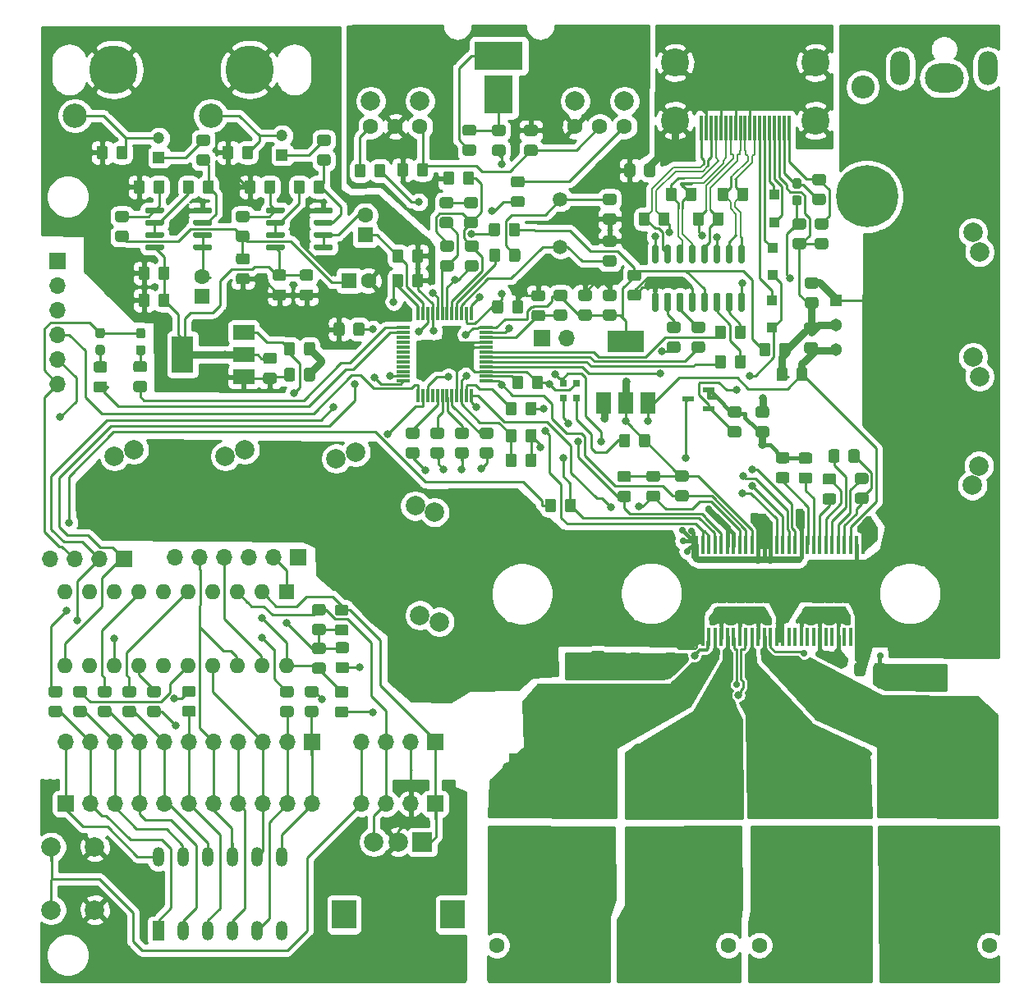
<source format=gtl>
%TF.GenerationSoftware,KiCad,Pcbnew,(5.1.6-0-10_14)*%
%TF.CreationDate,2020-07-11T00:20:46+09:00*%
%TF.ProjectId,TAS6422AMP,54415336-3432-4324-914d-502e6b696361,rev?*%
%TF.SameCoordinates,Original*%
%TF.FileFunction,Copper,L1,Top*%
%TF.FilePolarity,Positive*%
%FSLAX46Y46*%
G04 Gerber Fmt 4.6, Leading zero omitted, Abs format (unit mm)*
G04 Created by KiCad (PCBNEW (5.1.6-0-10_14)) date 2020-07-11 00:20:46*
%MOMM*%
%LPD*%
G01*
G04 APERTURE LIST*
%TA.AperFunction,ComponentPad*%
%ADD10O,1.700000X1.700000*%
%TD*%
%TA.AperFunction,ComponentPad*%
%ADD11R,1.700000X1.700000*%
%TD*%
%TA.AperFunction,ComponentPad*%
%ADD12R,3.000000X4.000000*%
%TD*%
%TA.AperFunction,ComponentPad*%
%ADD13R,5.000000X3.000000*%
%TD*%
%TA.AperFunction,ComponentPad*%
%ADD14R,2.000000X2.000000*%
%TD*%
%TA.AperFunction,ComponentPad*%
%ADD15C,2.000000*%
%TD*%
%TA.AperFunction,ComponentPad*%
%ADD16R,2.500000X3.000000*%
%TD*%
%TA.AperFunction,ComponentPad*%
%ADD17C,1.500000*%
%TD*%
%TA.AperFunction,SMDPad,CuDef*%
%ADD18R,0.435000X1.900000*%
%TD*%
%TA.AperFunction,ComponentPad*%
%ADD19C,1.200000*%
%TD*%
%TA.AperFunction,ComponentPad*%
%ADD20R,1.200000X1.200000*%
%TD*%
%TA.AperFunction,ComponentPad*%
%ADD21C,1.600000*%
%TD*%
%TA.AperFunction,ComponentPad*%
%ADD22R,1.600000X1.600000*%
%TD*%
%TA.AperFunction,ComponentPad*%
%ADD23O,1.200000X2.000000*%
%TD*%
%TA.AperFunction,ComponentPad*%
%ADD24R,1.200000X2.000000*%
%TD*%
%TA.AperFunction,ComponentPad*%
%ADD25O,2.000000X3.500000*%
%TD*%
%TA.AperFunction,ComponentPad*%
%ADD26O,4.000000X3.000000*%
%TD*%
%TA.AperFunction,ComponentPad*%
%ADD27C,4.000000*%
%TD*%
%TA.AperFunction,ComponentPad*%
%ADD28R,3.000000X3.000000*%
%TD*%
%TA.AperFunction,SMDPad,CuDef*%
%ADD29R,10.000000X4.400000*%
%TD*%
%TA.AperFunction,SMDPad,CuDef*%
%ADD30R,2.200000X3.800000*%
%TD*%
%TA.AperFunction,SMDPad,CuDef*%
%ADD31R,2.200000X1.500000*%
%TD*%
%TA.AperFunction,SMDPad,CuDef*%
%ADD32R,3.800000X2.200000*%
%TD*%
%TA.AperFunction,SMDPad,CuDef*%
%ADD33R,1.500000X2.200000*%
%TD*%
%TA.AperFunction,ComponentPad*%
%ADD34O,1.600000X1.600000*%
%TD*%
%TA.AperFunction,ComponentPad*%
%ADD35C,2.885000*%
%TD*%
%TA.AperFunction,SMDPad,CuDef*%
%ADD36R,0.300000X2.600000*%
%TD*%
%TA.AperFunction,ComponentPad*%
%ADD37C,6.400000*%
%TD*%
%TA.AperFunction,ComponentPad*%
%ADD38C,0.800000*%
%TD*%
%TA.AperFunction,ComponentPad*%
%ADD39C,1.305000*%
%TD*%
%TA.AperFunction,ComponentPad*%
%ADD40R,1.305000X1.305000*%
%TD*%
%TA.AperFunction,SMDPad,CuDef*%
%ADD41R,1.100000X1.100000*%
%TD*%
%TA.AperFunction,SMDPad,CuDef*%
%ADD42R,1.300000X0.600000*%
%TD*%
%TA.AperFunction,ComponentPad*%
%ADD43R,1.000000X1.000000*%
%TD*%
%TA.AperFunction,ComponentPad*%
%ADD44O,2.400000X2.400000*%
%TD*%
%TA.AperFunction,ComponentPad*%
%ADD45R,2.400000X2.400000*%
%TD*%
%TA.AperFunction,SMDPad,CuDef*%
%ADD46R,0.300000X1.475000*%
%TD*%
%TA.AperFunction,SMDPad,CuDef*%
%ADD47R,1.475000X0.300000*%
%TD*%
%TA.AperFunction,SMDPad,CuDef*%
%ADD48R,0.800000X0.800000*%
%TD*%
%TA.AperFunction,ComponentPad*%
%ADD49C,3.000000*%
%TD*%
%TA.AperFunction,ComponentPad*%
%ADD50C,5.000000*%
%TD*%
%TA.AperFunction,ComponentPad*%
%ADD51C,2.500000*%
%TD*%
%TA.AperFunction,ViaPad*%
%ADD52C,0.800000*%
%TD*%
%TA.AperFunction,ViaPad*%
%ADD53C,0.700000*%
%TD*%
%TA.AperFunction,Conductor*%
%ADD54C,0.250000*%
%TD*%
%TA.AperFunction,Conductor*%
%ADD55C,0.800000*%
%TD*%
%TA.AperFunction,Conductor*%
%ADD56C,0.434000*%
%TD*%
%TA.AperFunction,Conductor*%
%ADD57C,0.435000*%
%TD*%
%TA.AperFunction,Conductor*%
%ADD58C,1.000000*%
%TD*%
%TA.AperFunction,Conductor*%
%ADD59C,0.200000*%
%TD*%
%TA.AperFunction,Conductor*%
%ADD60C,0.300000*%
%TD*%
%TA.AperFunction,Conductor*%
%ADD61C,0.700000*%
%TD*%
%TA.AperFunction,Conductor*%
%ADD62C,0.400000*%
%TD*%
%TA.AperFunction,Conductor*%
%ADD63C,0.254000*%
%TD*%
G04 APERTURE END LIST*
D10*
%TO.P,J4,6*%
%TO.N,Net-(J4-Pad6)*%
X90611960Y-107952540D03*
%TO.P,J4,5*%
%TO.N,/DisplayR-Enc/DIG2*%
X93151960Y-107952540D03*
%TO.P,J4,4*%
%TO.N,/DisplayR-Enc/DIG1*%
X95691960Y-107952540D03*
%TO.P,J4,3*%
%TO.N,GND*%
X98231960Y-107952540D03*
%TO.P,J4,2*%
%TO.N,+3V3*%
X100771960Y-107952540D03*
D11*
%TO.P,J4,1*%
%TO.N,/DisplayR-Enc/MODE_SW*%
X103311960Y-107952540D03*
%TD*%
%TO.P,C20,2*%
%TO.N,Net-(C18-Pad1)*%
%TA.AperFunction,SMDPad,CuDef*%
G36*
G01*
X114180000Y-76410399D02*
X114180000Y-77310401D01*
G75*
G02*
X113930001Y-77560400I-249999J0D01*
G01*
X113279999Y-77560400D01*
G75*
G02*
X113030000Y-77310401I0J249999D01*
G01*
X113030000Y-76410399D01*
G75*
G02*
X113279999Y-76160400I249999J0D01*
G01*
X113930001Y-76160400D01*
G75*
G02*
X114180000Y-76410399I0J-249999D01*
G01*
G37*
%TD.AperFunction*%
%TO.P,C20,1*%
%TO.N,GNDA*%
%TA.AperFunction,SMDPad,CuDef*%
G36*
G01*
X116230000Y-76410399D02*
X116230000Y-77310401D01*
G75*
G02*
X115980001Y-77560400I-249999J0D01*
G01*
X115329999Y-77560400D01*
G75*
G02*
X115080000Y-77310401I0J249999D01*
G01*
X115080000Y-76410399D01*
G75*
G02*
X115329999Y-76160400I249999J0D01*
G01*
X115980001Y-76160400D01*
G75*
G02*
X116230000Y-76410399I0J-249999D01*
G01*
G37*
%TD.AperFunction*%
%TD*%
%TO.P,C21,2*%
%TO.N,Net-(C21-Pad2)*%
%TA.AperFunction,SMDPad,CuDef*%
G36*
G01*
X121605001Y-71942500D02*
X120704999Y-71942500D01*
G75*
G02*
X120455000Y-71692501I0J249999D01*
G01*
X120455000Y-71042499D01*
G75*
G02*
X120704999Y-70792500I249999J0D01*
G01*
X121605001Y-70792500D01*
G75*
G02*
X121855000Y-71042499I0J-249999D01*
G01*
X121855000Y-71692501D01*
G75*
G02*
X121605001Y-71942500I-249999J0D01*
G01*
G37*
%TD.AperFunction*%
%TO.P,C21,1*%
%TO.N,Net-(C21-Pad1)*%
%TA.AperFunction,SMDPad,CuDef*%
G36*
G01*
X121605001Y-73992500D02*
X120704999Y-73992500D01*
G75*
G02*
X120455000Y-73742501I0J249999D01*
G01*
X120455000Y-73092499D01*
G75*
G02*
X120704999Y-72842500I249999J0D01*
G01*
X121605001Y-72842500D01*
G75*
G02*
X121855000Y-73092499I0J-249999D01*
G01*
X121855000Y-73742501D01*
G75*
G02*
X121605001Y-73992500I-249999J0D01*
G01*
G37*
%TD.AperFunction*%
%TD*%
%TO.P,C22,2*%
%TO.N,Net-(C22-Pad2)*%
%TA.AperFunction,SMDPad,CuDef*%
G36*
G01*
X118243999Y-77310400D02*
X119144001Y-77310400D01*
G75*
G02*
X119394000Y-77560399I0J-249999D01*
G01*
X119394000Y-78210401D01*
G75*
G02*
X119144001Y-78460400I-249999J0D01*
G01*
X118243999Y-78460400D01*
G75*
G02*
X117994000Y-78210401I0J249999D01*
G01*
X117994000Y-77560399D01*
G75*
G02*
X118243999Y-77310400I249999J0D01*
G01*
G37*
%TD.AperFunction*%
%TO.P,C22,1*%
%TO.N,Net-(C21-Pad1)*%
%TA.AperFunction,SMDPad,CuDef*%
G36*
G01*
X118243999Y-75260400D02*
X119144001Y-75260400D01*
G75*
G02*
X119394000Y-75510399I0J-249999D01*
G01*
X119394000Y-76160401D01*
G75*
G02*
X119144001Y-76410400I-249999J0D01*
G01*
X118243999Y-76410400D01*
G75*
G02*
X117994000Y-76160401I0J249999D01*
G01*
X117994000Y-75510399D01*
G75*
G02*
X118243999Y-75260400I249999J0D01*
G01*
G37*
%TD.AperFunction*%
%TD*%
%TO.P,C23,2*%
%TO.N,Net-(C21-Pad1)*%
%TA.AperFunction,SMDPad,CuDef*%
G36*
G01*
X121684001Y-76410400D02*
X120783999Y-76410400D01*
G75*
G02*
X120534000Y-76160401I0J249999D01*
G01*
X120534000Y-75510399D01*
G75*
G02*
X120783999Y-75260400I249999J0D01*
G01*
X121684001Y-75260400D01*
G75*
G02*
X121934000Y-75510399I0J-249999D01*
G01*
X121934000Y-76160401D01*
G75*
G02*
X121684001Y-76410400I-249999J0D01*
G01*
G37*
%TD.AperFunction*%
%TO.P,C23,1*%
%TO.N,Net-(C23-Pad1)*%
%TA.AperFunction,SMDPad,CuDef*%
G36*
G01*
X121684001Y-78460400D02*
X120783999Y-78460400D01*
G75*
G02*
X120534000Y-78210401I0J249999D01*
G01*
X120534000Y-77560399D01*
G75*
G02*
X120783999Y-77310400I249999J0D01*
G01*
X121684001Y-77310400D01*
G75*
G02*
X121934000Y-77560399I0J-249999D01*
G01*
X121934000Y-78210401D01*
G75*
G02*
X121684001Y-78460400I-249999J0D01*
G01*
G37*
%TD.AperFunction*%
%TD*%
%TO.P,C24,2*%
%TO.N,+3V3*%
%TA.AperFunction,SMDPad,CuDef*%
G36*
G01*
X125864000Y-97492399D02*
X125864000Y-98392401D01*
G75*
G02*
X125614001Y-98642400I-249999J0D01*
G01*
X124963999Y-98642400D01*
G75*
G02*
X124714000Y-98392401I0J249999D01*
G01*
X124714000Y-97492399D01*
G75*
G02*
X124963999Y-97242400I249999J0D01*
G01*
X125614001Y-97242400D01*
G75*
G02*
X125864000Y-97492399I0J-249999D01*
G01*
G37*
%TD.AperFunction*%
%TO.P,C24,1*%
%TO.N,GND*%
%TA.AperFunction,SMDPad,CuDef*%
G36*
G01*
X127914000Y-97492399D02*
X127914000Y-98392401D01*
G75*
G02*
X127664001Y-98642400I-249999J0D01*
G01*
X127013999Y-98642400D01*
G75*
G02*
X126764000Y-98392401I0J249999D01*
G01*
X126764000Y-97492399D01*
G75*
G02*
X127013999Y-97242400I249999J0D01*
G01*
X127664001Y-97242400D01*
G75*
G02*
X127914000Y-97492399I0J-249999D01*
G01*
G37*
%TD.AperFunction*%
%TD*%
%TO.P,C25,2*%
%TO.N,GND*%
%TA.AperFunction,SMDPad,CuDef*%
G36*
G01*
X126764000Y-95852401D02*
X126764000Y-94952399D01*
G75*
G02*
X127013999Y-94702400I249999J0D01*
G01*
X127664001Y-94702400D01*
G75*
G02*
X127914000Y-94952399I0J-249999D01*
G01*
X127914000Y-95852401D01*
G75*
G02*
X127664001Y-96102400I-249999J0D01*
G01*
X127013999Y-96102400D01*
G75*
G02*
X126764000Y-95852401I0J249999D01*
G01*
G37*
%TD.AperFunction*%
%TO.P,C25,1*%
%TO.N,+3V3*%
%TA.AperFunction,SMDPad,CuDef*%
G36*
G01*
X124714000Y-95852401D02*
X124714000Y-94952399D01*
G75*
G02*
X124963999Y-94702400I249999J0D01*
G01*
X125614001Y-94702400D01*
G75*
G02*
X125864000Y-94952399I0J-249999D01*
G01*
X125864000Y-95852401D01*
G75*
G02*
X125614001Y-96102400I-249999J0D01*
G01*
X124963999Y-96102400D01*
G75*
G02*
X124714000Y-95852401I0J249999D01*
G01*
G37*
%TD.AperFunction*%
%TD*%
%TO.P,C26,2*%
%TO.N,Net-(C26-Pad2)*%
%TA.AperFunction,SMDPad,CuDef*%
G36*
G01*
X135908001Y-71584400D02*
X135007999Y-71584400D01*
G75*
G02*
X134758000Y-71334401I0J249999D01*
G01*
X134758000Y-70684399D01*
G75*
G02*
X135007999Y-70434400I249999J0D01*
G01*
X135908001Y-70434400D01*
G75*
G02*
X136158000Y-70684399I0J-249999D01*
G01*
X136158000Y-71334401D01*
G75*
G02*
X135908001Y-71584400I-249999J0D01*
G01*
G37*
%TD.AperFunction*%
%TO.P,C26,1*%
%TO.N,GND*%
%TA.AperFunction,SMDPad,CuDef*%
G36*
G01*
X135908001Y-73634400D02*
X135007999Y-73634400D01*
G75*
G02*
X134758000Y-73384401I0J249999D01*
G01*
X134758000Y-72734399D01*
G75*
G02*
X135007999Y-72484400I249999J0D01*
G01*
X135908001Y-72484400D01*
G75*
G02*
X136158000Y-72734399I0J-249999D01*
G01*
X136158000Y-73384401D01*
G75*
G02*
X135908001Y-73634400I-249999J0D01*
G01*
G37*
%TD.AperFunction*%
%TD*%
%TO.P,C27,2*%
%TO.N,Net-(C27-Pad2)*%
%TA.AperFunction,SMDPad,CuDef*%
G36*
G01*
X135007999Y-76802400D02*
X135908001Y-76802400D01*
G75*
G02*
X136158000Y-77052399I0J-249999D01*
G01*
X136158000Y-77702401D01*
G75*
G02*
X135908001Y-77952400I-249999J0D01*
G01*
X135007999Y-77952400D01*
G75*
G02*
X134758000Y-77702401I0J249999D01*
G01*
X134758000Y-77052399D01*
G75*
G02*
X135007999Y-76802400I249999J0D01*
G01*
G37*
%TD.AperFunction*%
%TO.P,C27,1*%
%TO.N,GND*%
%TA.AperFunction,SMDPad,CuDef*%
G36*
G01*
X135007999Y-74752400D02*
X135908001Y-74752400D01*
G75*
G02*
X136158000Y-75002399I0J-249999D01*
G01*
X136158000Y-75652401D01*
G75*
G02*
X135908001Y-75902400I-249999J0D01*
G01*
X135007999Y-75902400D01*
G75*
G02*
X134758000Y-75652401I0J249999D01*
G01*
X134758000Y-75002399D01*
G75*
G02*
X135007999Y-74752400I249999J0D01*
G01*
G37*
%TD.AperFunction*%
%TD*%
%TO.P,C28,2*%
%TO.N,+3V3*%
%TA.AperFunction,SMDPad,CuDef*%
G36*
G01*
X132467999Y-82390400D02*
X133368001Y-82390400D01*
G75*
G02*
X133618000Y-82640399I0J-249999D01*
G01*
X133618000Y-83290401D01*
G75*
G02*
X133368001Y-83540400I-249999J0D01*
G01*
X132467999Y-83540400D01*
G75*
G02*
X132218000Y-83290401I0J249999D01*
G01*
X132218000Y-82640399D01*
G75*
G02*
X132467999Y-82390400I249999J0D01*
G01*
G37*
%TD.AperFunction*%
%TO.P,C28,1*%
%TO.N,GND*%
%TA.AperFunction,SMDPad,CuDef*%
G36*
G01*
X132467999Y-80340400D02*
X133368001Y-80340400D01*
G75*
G02*
X133618000Y-80590399I0J-249999D01*
G01*
X133618000Y-81240401D01*
G75*
G02*
X133368001Y-81490400I-249999J0D01*
G01*
X132467999Y-81490400D01*
G75*
G02*
X132218000Y-81240401I0J249999D01*
G01*
X132218000Y-80590399D01*
G75*
G02*
X132467999Y-80340400I249999J0D01*
G01*
G37*
%TD.AperFunction*%
%TD*%
%TO.P,C29,2*%
%TO.N,+3V3*%
%TA.AperFunction,SMDPad,CuDef*%
G36*
G01*
X135007999Y-82390400D02*
X135908001Y-82390400D01*
G75*
G02*
X136158000Y-82640399I0J-249999D01*
G01*
X136158000Y-83290401D01*
G75*
G02*
X135908001Y-83540400I-249999J0D01*
G01*
X135007999Y-83540400D01*
G75*
G02*
X134758000Y-83290401I0J249999D01*
G01*
X134758000Y-82640399D01*
G75*
G02*
X135007999Y-82390400I249999J0D01*
G01*
G37*
%TD.AperFunction*%
%TO.P,C29,1*%
%TO.N,GND*%
%TA.AperFunction,SMDPad,CuDef*%
G36*
G01*
X135007999Y-80340400D02*
X135908001Y-80340400D01*
G75*
G02*
X136158000Y-80590399I0J-249999D01*
G01*
X136158000Y-81240401D01*
G75*
G02*
X135908001Y-81490400I-249999J0D01*
G01*
X135007999Y-81490400D01*
G75*
G02*
X134758000Y-81240401I0J249999D01*
G01*
X134758000Y-80590399D01*
G75*
G02*
X135007999Y-80340400I249999J0D01*
G01*
G37*
%TD.AperFunction*%
%TD*%
%TO.P,C30,2*%
%TO.N,Net-(C30-Pad2)*%
%TA.AperFunction,SMDPad,CuDef*%
G36*
G01*
X127634999Y-82436100D02*
X128535001Y-82436100D01*
G75*
G02*
X128785000Y-82686099I0J-249999D01*
G01*
X128785000Y-83336101D01*
G75*
G02*
X128535001Y-83586100I-249999J0D01*
G01*
X127634999Y-83586100D01*
G75*
G02*
X127385000Y-83336101I0J249999D01*
G01*
X127385000Y-82686099D01*
G75*
G02*
X127634999Y-82436100I249999J0D01*
G01*
G37*
%TD.AperFunction*%
%TO.P,C30,1*%
%TO.N,GND*%
%TA.AperFunction,SMDPad,CuDef*%
G36*
G01*
X127634999Y-80386100D02*
X128535001Y-80386100D01*
G75*
G02*
X128785000Y-80636099I0J-249999D01*
G01*
X128785000Y-81286101D01*
G75*
G02*
X128535001Y-81536100I-249999J0D01*
G01*
X127634999Y-81536100D01*
G75*
G02*
X127385000Y-81286101I0J249999D01*
G01*
X127385000Y-80636099D01*
G75*
G02*
X127634999Y-80386100I249999J0D01*
G01*
G37*
%TD.AperFunction*%
%TD*%
%TO.P,C31,2*%
%TO.N,Net-(C31-Pad2)*%
%TA.AperFunction,SMDPad,CuDef*%
G36*
G01*
X159153000Y-97052999D02*
X159153000Y-97953001D01*
G75*
G02*
X158903001Y-98203000I-249999J0D01*
G01*
X158252999Y-98203000D01*
G75*
G02*
X158003000Y-97953001I0J249999D01*
G01*
X158003000Y-97052999D01*
G75*
G02*
X158252999Y-96803000I249999J0D01*
G01*
X158903001Y-96803000D01*
G75*
G02*
X159153000Y-97052999I0J-249999D01*
G01*
G37*
%TD.AperFunction*%
%TO.P,C31,1*%
%TO.N,Net-(C31-Pad1)*%
%TA.AperFunction,SMDPad,CuDef*%
G36*
G01*
X161203000Y-97052999D02*
X161203000Y-97953001D01*
G75*
G02*
X160953001Y-98203000I-249999J0D01*
G01*
X160302999Y-98203000D01*
G75*
G02*
X160053000Y-97953001I0J249999D01*
G01*
X160053000Y-97052999D01*
G75*
G02*
X160302999Y-96803000I249999J0D01*
G01*
X160953001Y-96803000D01*
G75*
G02*
X161203000Y-97052999I0J-249999D01*
G01*
G37*
%TD.AperFunction*%
%TD*%
%TO.P,C32,2*%
%TO.N,Net-(C32-Pad2)*%
%TA.AperFunction,SMDPad,CuDef*%
G36*
G01*
X155190999Y-99190000D02*
X156091001Y-99190000D01*
G75*
G02*
X156341000Y-99439999I0J-249999D01*
G01*
X156341000Y-100090001D01*
G75*
G02*
X156091001Y-100340000I-249999J0D01*
G01*
X155190999Y-100340000D01*
G75*
G02*
X154941000Y-100090001I0J249999D01*
G01*
X154941000Y-99439999D01*
G75*
G02*
X155190999Y-99190000I249999J0D01*
G01*
G37*
%TD.AperFunction*%
%TO.P,C32,1*%
%TO.N,GNDS*%
%TA.AperFunction,SMDPad,CuDef*%
G36*
G01*
X155190999Y-97140000D02*
X156091001Y-97140000D01*
G75*
G02*
X156341000Y-97389999I0J-249999D01*
G01*
X156341000Y-98040001D01*
G75*
G02*
X156091001Y-98290000I-249999J0D01*
G01*
X155190999Y-98290000D01*
G75*
G02*
X154941000Y-98040001I0J249999D01*
G01*
X154941000Y-97389999D01*
G75*
G02*
X155190999Y-97140000I249999J0D01*
G01*
G37*
%TD.AperFunction*%
%TD*%
%TO.P,C33,2*%
%TO.N,Net-(C33-Pad2)*%
%TA.AperFunction,SMDPad,CuDef*%
G36*
G01*
X161880001Y-100396000D02*
X160979999Y-100396000D01*
G75*
G02*
X160730000Y-100146001I0J249999D01*
G01*
X160730000Y-99495999D01*
G75*
G02*
X160979999Y-99246000I249999J0D01*
G01*
X161880001Y-99246000D01*
G75*
G02*
X162130000Y-99495999I0J-249999D01*
G01*
X162130000Y-100146001D01*
G75*
G02*
X161880001Y-100396000I-249999J0D01*
G01*
G37*
%TD.AperFunction*%
%TO.P,C33,1*%
%TO.N,Net-(C31-Pad1)*%
%TA.AperFunction,SMDPad,CuDef*%
G36*
G01*
X161880001Y-102446000D02*
X160979999Y-102446000D01*
G75*
G02*
X160730000Y-102196001I0J249999D01*
G01*
X160730000Y-101545999D01*
G75*
G02*
X160979999Y-101296000I249999J0D01*
G01*
X161880001Y-101296000D01*
G75*
G02*
X162130000Y-101545999I0J-249999D01*
G01*
X162130000Y-102196001D01*
G75*
G02*
X161880001Y-102446000I-249999J0D01*
G01*
G37*
%TD.AperFunction*%
%TD*%
%TO.P,C34,2*%
%TO.N,Net-(C34-Pad2)*%
%TA.AperFunction,SMDPad,CuDef*%
G36*
G01*
X157649999Y-101349000D02*
X158550001Y-101349000D01*
G75*
G02*
X158800000Y-101598999I0J-249999D01*
G01*
X158800000Y-102249001D01*
G75*
G02*
X158550001Y-102499000I-249999J0D01*
G01*
X157649999Y-102499000D01*
G75*
G02*
X157400000Y-102249001I0J249999D01*
G01*
X157400000Y-101598999D01*
G75*
G02*
X157649999Y-101349000I249999J0D01*
G01*
G37*
%TD.AperFunction*%
%TO.P,C34,1*%
%TO.N,Net-(C34-Pad1)*%
%TA.AperFunction,SMDPad,CuDef*%
G36*
G01*
X157649999Y-99299000D02*
X158550001Y-99299000D01*
G75*
G02*
X158800000Y-99548999I0J-249999D01*
G01*
X158800000Y-100199001D01*
G75*
G02*
X158550001Y-100449000I-249999J0D01*
G01*
X157649999Y-100449000D01*
G75*
G02*
X157400000Y-100199001I0J249999D01*
G01*
X157400000Y-99548999D01*
G75*
G02*
X157649999Y-99299000I249999J0D01*
G01*
G37*
%TD.AperFunction*%
%TD*%
%TO.P,C35,2*%
%TO.N,Net-(C35-Pad2)*%
%TA.AperFunction,SMDPad,CuDef*%
G36*
G01*
X152833999Y-99151900D02*
X153734001Y-99151900D01*
G75*
G02*
X153984000Y-99401899I0J-249999D01*
G01*
X153984000Y-100051901D01*
G75*
G02*
X153734001Y-100301900I-249999J0D01*
G01*
X152833999Y-100301900D01*
G75*
G02*
X152584000Y-100051901I0J249999D01*
G01*
X152584000Y-99401899D01*
G75*
G02*
X152833999Y-99151900I249999J0D01*
G01*
G37*
%TD.AperFunction*%
%TO.P,C35,1*%
%TO.N,GNDS*%
%TA.AperFunction,SMDPad,CuDef*%
G36*
G01*
X152833999Y-97101900D02*
X153734001Y-97101900D01*
G75*
G02*
X153984000Y-97351899I0J-249999D01*
G01*
X153984000Y-98001901D01*
G75*
G02*
X153734001Y-98251900I-249999J0D01*
G01*
X152833999Y-98251900D01*
G75*
G02*
X152584000Y-98001901I0J249999D01*
G01*
X152584000Y-97351899D01*
G75*
G02*
X152833999Y-97101900I249999J0D01*
G01*
G37*
%TD.AperFunction*%
%TD*%
%TO.P,C39,2*%
%TO.N,GND*%
%TA.AperFunction,SMDPad,CuDef*%
G36*
G01*
X114688000Y-67520399D02*
X114688000Y-68420401D01*
G75*
G02*
X114438001Y-68670400I-249999J0D01*
G01*
X113787999Y-68670400D01*
G75*
G02*
X113538000Y-68420401I0J249999D01*
G01*
X113538000Y-67520399D01*
G75*
G02*
X113787999Y-67270400I249999J0D01*
G01*
X114438001Y-67270400D01*
G75*
G02*
X114688000Y-67520399I0J-249999D01*
G01*
G37*
%TD.AperFunction*%
%TO.P,C39,1*%
%TO.N,+3V3*%
%TA.AperFunction,SMDPad,CuDef*%
G36*
G01*
X116738000Y-67520399D02*
X116738000Y-68420401D01*
G75*
G02*
X116488001Y-68670400I-249999J0D01*
G01*
X115837999Y-68670400D01*
G75*
G02*
X115588000Y-68420401I0J249999D01*
G01*
X115588000Y-67520399D01*
G75*
G02*
X115837999Y-67270400I249999J0D01*
G01*
X116488001Y-67270400D01*
G75*
G02*
X116738000Y-67520399I0J-249999D01*
G01*
G37*
%TD.AperFunction*%
%TD*%
%TO.P,C40,2*%
%TO.N,GND*%
%TA.AperFunction,SMDPad,CuDef*%
G36*
G01*
X127780001Y-64481400D02*
X126879999Y-64481400D01*
G75*
G02*
X126630000Y-64231401I0J249999D01*
G01*
X126630000Y-63581399D01*
G75*
G02*
X126879999Y-63331400I249999J0D01*
G01*
X127780001Y-63331400D01*
G75*
G02*
X128030000Y-63581399I0J-249999D01*
G01*
X128030000Y-64231401D01*
G75*
G02*
X127780001Y-64481400I-249999J0D01*
G01*
G37*
%TD.AperFunction*%
%TO.P,C40,1*%
%TO.N,+3V3*%
%TA.AperFunction,SMDPad,CuDef*%
G36*
G01*
X127780001Y-66531400D02*
X126879999Y-66531400D01*
G75*
G02*
X126630000Y-66281401I0J249999D01*
G01*
X126630000Y-65631399D01*
G75*
G02*
X126879999Y-65381400I249999J0D01*
G01*
X127780001Y-65381400D01*
G75*
G02*
X128030000Y-65631399I0J-249999D01*
G01*
X128030000Y-66281401D01*
G75*
G02*
X127780001Y-66531400I-249999J0D01*
G01*
G37*
%TD.AperFunction*%
%TD*%
%TO.P,C45,2*%
%TO.N,GNDS*%
%TA.AperFunction,SMDPad,CuDef*%
G36*
G01*
X141278999Y-117801000D02*
X142179001Y-117801000D01*
G75*
G02*
X142429000Y-118050999I0J-249999D01*
G01*
X142429000Y-118701001D01*
G75*
G02*
X142179001Y-118951000I-249999J0D01*
G01*
X141278999Y-118951000D01*
G75*
G02*
X141029000Y-118701001I0J249999D01*
G01*
X141029000Y-118050999D01*
G75*
G02*
X141278999Y-117801000I249999J0D01*
G01*
G37*
%TD.AperFunction*%
%TO.P,C45,1*%
%TO.N,+24V*%
%TA.AperFunction,SMDPad,CuDef*%
G36*
G01*
X141278999Y-115751000D02*
X142179001Y-115751000D01*
G75*
G02*
X142429000Y-116000999I0J-249999D01*
G01*
X142429000Y-116651001D01*
G75*
G02*
X142179001Y-116901000I-249999J0D01*
G01*
X141278999Y-116901000D01*
G75*
G02*
X141029000Y-116651001I0J249999D01*
G01*
X141029000Y-116000999D01*
G75*
G02*
X141278999Y-115751000I249999J0D01*
G01*
G37*
%TD.AperFunction*%
%TD*%
%TO.P,C46,2*%
%TO.N,GNDS*%
%TA.AperFunction,SMDPad,CuDef*%
G36*
G01*
X137664999Y-117801000D02*
X138565001Y-117801000D01*
G75*
G02*
X138815000Y-118050999I0J-249999D01*
G01*
X138815000Y-118701001D01*
G75*
G02*
X138565001Y-118951000I-249999J0D01*
G01*
X137664999Y-118951000D01*
G75*
G02*
X137415000Y-118701001I0J249999D01*
G01*
X137415000Y-118050999D01*
G75*
G02*
X137664999Y-117801000I249999J0D01*
G01*
G37*
%TD.AperFunction*%
%TO.P,C46,1*%
%TO.N,+24V*%
%TA.AperFunction,SMDPad,CuDef*%
G36*
G01*
X137664999Y-115751000D02*
X138565001Y-115751000D01*
G75*
G02*
X138815000Y-116000999I0J-249999D01*
G01*
X138815000Y-116651001D01*
G75*
G02*
X138565001Y-116901000I-249999J0D01*
G01*
X137664999Y-116901000D01*
G75*
G02*
X137415000Y-116651001I0J249999D01*
G01*
X137415000Y-116000999D01*
G75*
G02*
X137664999Y-115751000I249999J0D01*
G01*
G37*
%TD.AperFunction*%
%TD*%
%TO.P,C47,2*%
%TO.N,GNDS*%
%TA.AperFunction,SMDPad,CuDef*%
G36*
G01*
X162733000Y-119977001D02*
X162733000Y-119076999D01*
G75*
G02*
X162982999Y-118827000I249999J0D01*
G01*
X163633001Y-118827000D01*
G75*
G02*
X163883000Y-119076999I0J-249999D01*
G01*
X163883000Y-119977001D01*
G75*
G02*
X163633001Y-120227000I-249999J0D01*
G01*
X162982999Y-120227000D01*
G75*
G02*
X162733000Y-119977001I0J249999D01*
G01*
G37*
%TD.AperFunction*%
%TO.P,C47,1*%
%TO.N,+24V*%
%TA.AperFunction,SMDPad,CuDef*%
G36*
G01*
X160683000Y-119977001D02*
X160683000Y-119076999D01*
G75*
G02*
X160932999Y-118827000I249999J0D01*
G01*
X161583001Y-118827000D01*
G75*
G02*
X161833000Y-119076999I0J-249999D01*
G01*
X161833000Y-119977001D01*
G75*
G02*
X161583001Y-120227000I-249999J0D01*
G01*
X160932999Y-120227000D01*
G75*
G02*
X160683000Y-119977001I0J249999D01*
G01*
G37*
%TD.AperFunction*%
%TD*%
%TO.P,C48,2*%
%TO.N,GNDS*%
%TA.AperFunction,SMDPad,CuDef*%
G36*
G01*
X166310999Y-119144000D02*
X167211001Y-119144000D01*
G75*
G02*
X167461000Y-119393999I0J-249999D01*
G01*
X167461000Y-120044001D01*
G75*
G02*
X167211001Y-120294000I-249999J0D01*
G01*
X166310999Y-120294000D01*
G75*
G02*
X166061000Y-120044001I0J249999D01*
G01*
X166061000Y-119393999D01*
G75*
G02*
X166310999Y-119144000I249999J0D01*
G01*
G37*
%TD.AperFunction*%
%TO.P,C48,1*%
%TO.N,+24V*%
%TA.AperFunction,SMDPad,CuDef*%
G36*
G01*
X166310999Y-117094000D02*
X167211001Y-117094000D01*
G75*
G02*
X167461000Y-117343999I0J-249999D01*
G01*
X167461000Y-117994001D01*
G75*
G02*
X167211001Y-118244000I-249999J0D01*
G01*
X166310999Y-118244000D01*
G75*
G02*
X166061000Y-117994001I0J249999D01*
G01*
X166061000Y-117343999D01*
G75*
G02*
X166310999Y-117094000I249999J0D01*
G01*
G37*
%TD.AperFunction*%
%TD*%
%TO.P,C49,2*%
%TO.N,Net-(C49-Pad2)*%
%TA.AperFunction,SMDPad,CuDef*%
G36*
G01*
X124478001Y-64481400D02*
X123577999Y-64481400D01*
G75*
G02*
X123328000Y-64231401I0J249999D01*
G01*
X123328000Y-63581399D01*
G75*
G02*
X123577999Y-63331400I249999J0D01*
G01*
X124478001Y-63331400D01*
G75*
G02*
X124728000Y-63581399I0J-249999D01*
G01*
X124728000Y-64231401D01*
G75*
G02*
X124478001Y-64481400I-249999J0D01*
G01*
G37*
%TD.AperFunction*%
%TO.P,C49,1*%
%TO.N,Net-(C49-Pad1)*%
%TA.AperFunction,SMDPad,CuDef*%
G36*
G01*
X124478001Y-66531400D02*
X123577999Y-66531400D01*
G75*
G02*
X123328000Y-66281401I0J249999D01*
G01*
X123328000Y-65631399D01*
G75*
G02*
X123577999Y-65381400I249999J0D01*
G01*
X124478001Y-65381400D01*
G75*
G02*
X124728000Y-65631399I0J-249999D01*
G01*
X124728000Y-66281401D01*
G75*
G02*
X124478001Y-66531400I-249999J0D01*
G01*
G37*
%TD.AperFunction*%
%TD*%
%TO.P,D1,2*%
%TO.N,+3V3*%
%TA.AperFunction,SMDPad,CuDef*%
G36*
G01*
X87339180Y-85359760D02*
X86864180Y-85359760D01*
G75*
G02*
X86626680Y-85122260I0J237500D01*
G01*
X86626680Y-84547260D01*
G75*
G02*
X86864180Y-84309760I237500J0D01*
G01*
X87339180Y-84309760D01*
G75*
G02*
X87576680Y-84547260I0J-237500D01*
G01*
X87576680Y-85122260D01*
G75*
G02*
X87339180Y-85359760I-237500J0D01*
G01*
G37*
%TD.AperFunction*%
%TO.P,D1,1*%
%TO.N,Net-(D1-Pad1)*%
%TA.AperFunction,SMDPad,CuDef*%
G36*
G01*
X87339180Y-87109760D02*
X86864180Y-87109760D01*
G75*
G02*
X86626680Y-86872260I0J237500D01*
G01*
X86626680Y-86297260D01*
G75*
G02*
X86864180Y-86059760I237500J0D01*
G01*
X87339180Y-86059760D01*
G75*
G02*
X87576680Y-86297260I0J-237500D01*
G01*
X87576680Y-86872260D01*
G75*
G02*
X87339180Y-87109760I-237500J0D01*
G01*
G37*
%TD.AperFunction*%
%TD*%
%TO.P,FB1,2*%
%TO.N,GNDA*%
%TA.AperFunction,SMDPad,CuDef*%
G36*
G01*
X103027000Y-88655699D02*
X103027000Y-89555701D01*
G75*
G02*
X102777001Y-89805700I-249999J0D01*
G01*
X102126999Y-89805700D01*
G75*
G02*
X101877000Y-89555701I0J249999D01*
G01*
X101877000Y-88655699D01*
G75*
G02*
X102126999Y-88405700I249999J0D01*
G01*
X102777001Y-88405700D01*
G75*
G02*
X103027000Y-88655699I0J-249999D01*
G01*
G37*
%TD.AperFunction*%
%TO.P,FB1,1*%
%TO.N,GND*%
%TA.AperFunction,SMDPad,CuDef*%
G36*
G01*
X105077000Y-88655699D02*
X105077000Y-89555701D01*
G75*
G02*
X104827001Y-89805700I-249999J0D01*
G01*
X104176999Y-89805700D01*
G75*
G02*
X103927000Y-89555701I0J249999D01*
G01*
X103927000Y-88655699D01*
G75*
G02*
X104176999Y-88405700I249999J0D01*
G01*
X104827001Y-88405700D01*
G75*
G02*
X105077000Y-88655699I0J-249999D01*
G01*
G37*
%TD.AperFunction*%
%TD*%
%TO.P,FB2,2*%
%TO.N,Net-(C23-Pad1)*%
%TA.AperFunction,SMDPad,CuDef*%
G36*
G01*
X124159860Y-73695139D02*
X124159860Y-74595141D01*
G75*
G02*
X123909861Y-74845140I-249999J0D01*
G01*
X123259859Y-74845140D01*
G75*
G02*
X123009860Y-74595141I0J249999D01*
G01*
X123009860Y-73695139D01*
G75*
G02*
X123259859Y-73445140I249999J0D01*
G01*
X123909861Y-73445140D01*
G75*
G02*
X124159860Y-73695139I0J-249999D01*
G01*
G37*
%TD.AperFunction*%
%TO.P,FB2,1*%
%TO.N,+3V3*%
%TA.AperFunction,SMDPad,CuDef*%
G36*
G01*
X126209860Y-73695139D02*
X126209860Y-74595141D01*
G75*
G02*
X125959861Y-74845140I-249999J0D01*
G01*
X125309859Y-74845140D01*
G75*
G02*
X125059860Y-74595141I0J249999D01*
G01*
X125059860Y-73695139D01*
G75*
G02*
X125309859Y-73445140I249999J0D01*
G01*
X125959861Y-73445140D01*
G75*
G02*
X126209860Y-73695139I0J-249999D01*
G01*
G37*
%TD.AperFunction*%
%TD*%
D12*
%TO.P,J3,1*%
%TO.N,Net-(C49-Pad2)*%
X124028000Y-60222400D03*
D13*
%TO.P,J3,2*%
%TO.N,Net-(IC1-Pad38)*%
X124028000Y-56222400D03*
%TD*%
%TO.P,R2,2*%
%TO.N,Net-(C5-Pad2)*%
%TA.AperFunction,SMDPad,CuDef*%
G36*
G01*
X97554200Y-66642401D02*
X97554200Y-65742399D01*
G75*
G02*
X97804199Y-65492400I249999J0D01*
G01*
X98454201Y-65492400D01*
G75*
G02*
X98704200Y-65742399I0J-249999D01*
G01*
X98704200Y-66642401D01*
G75*
G02*
X98454201Y-66892400I-249999J0D01*
G01*
X97804199Y-66892400D01*
G75*
G02*
X97554200Y-66642401I0J249999D01*
G01*
G37*
%TD.AperFunction*%
%TO.P,R2,1*%
%TO.N,GNDA*%
%TA.AperFunction,SMDPad,CuDef*%
G36*
G01*
X95504200Y-66642401D02*
X95504200Y-65742399D01*
G75*
G02*
X95754199Y-65492400I249999J0D01*
G01*
X96404201Y-65492400D01*
G75*
G02*
X96654200Y-65742399I0J-249999D01*
G01*
X96654200Y-66642401D01*
G75*
G02*
X96404201Y-66892400I-249999J0D01*
G01*
X95754199Y-66892400D01*
G75*
G02*
X95504200Y-66642401I0J249999D01*
G01*
G37*
%TD.AperFunction*%
%TD*%
%TO.P,R3,2*%
%TO.N,Net-(C6-Pad2)*%
%TA.AperFunction,SMDPad,CuDef*%
G36*
G01*
X84600200Y-66642401D02*
X84600200Y-65742399D01*
G75*
G02*
X84850199Y-65492400I249999J0D01*
G01*
X85500201Y-65492400D01*
G75*
G02*
X85750200Y-65742399I0J-249999D01*
G01*
X85750200Y-66642401D01*
G75*
G02*
X85500201Y-66892400I-249999J0D01*
G01*
X84850199Y-66892400D01*
G75*
G02*
X84600200Y-66642401I0J249999D01*
G01*
G37*
%TD.AperFunction*%
%TO.P,R3,1*%
%TO.N,GNDA*%
%TA.AperFunction,SMDPad,CuDef*%
G36*
G01*
X82550200Y-66642401D02*
X82550200Y-65742399D01*
G75*
G02*
X82800199Y-65492400I249999J0D01*
G01*
X83450201Y-65492400D01*
G75*
G02*
X83700200Y-65742399I0J-249999D01*
G01*
X83700200Y-66642401D01*
G75*
G02*
X83450201Y-66892400I-249999J0D01*
G01*
X82800199Y-66892400D01*
G75*
G02*
X82550200Y-66642401I0J249999D01*
G01*
G37*
%TD.AperFunction*%
%TD*%
%TO.P,R4,2*%
%TO.N,Net-(IC1-Pad1)*%
%TA.AperFunction,SMDPad,CuDef*%
G36*
G01*
X86600879Y-89751320D02*
X87500881Y-89751320D01*
G75*
G02*
X87750880Y-90001319I0J-249999D01*
G01*
X87750880Y-90651321D01*
G75*
G02*
X87500881Y-90901320I-249999J0D01*
G01*
X86600879Y-90901320D01*
G75*
G02*
X86350880Y-90651321I0J249999D01*
G01*
X86350880Y-90001319D01*
G75*
G02*
X86600879Y-89751320I249999J0D01*
G01*
G37*
%TD.AperFunction*%
%TO.P,R4,1*%
%TO.N,Net-(D1-Pad1)*%
%TA.AperFunction,SMDPad,CuDef*%
G36*
G01*
X86600879Y-87701320D02*
X87500881Y-87701320D01*
G75*
G02*
X87750880Y-87951319I0J-249999D01*
G01*
X87750880Y-88601321D01*
G75*
G02*
X87500881Y-88851320I-249999J0D01*
G01*
X86600879Y-88851320D01*
G75*
G02*
X86350880Y-88601321I0J249999D01*
G01*
X86350880Y-87951319D01*
G75*
G02*
X86600879Y-87701320I249999J0D01*
G01*
G37*
%TD.AperFunction*%
%TD*%
%TO.P,R5,2*%
%TO.N,Net-(C5-Pad1)*%
%TA.AperFunction,SMDPad,CuDef*%
G36*
G01*
X106444001Y-65488400D02*
X105543999Y-65488400D01*
G75*
G02*
X105294000Y-65238401I0J249999D01*
G01*
X105294000Y-64588399D01*
G75*
G02*
X105543999Y-64338400I249999J0D01*
G01*
X106444001Y-64338400D01*
G75*
G02*
X106694000Y-64588399I0J-249999D01*
G01*
X106694000Y-65238401D01*
G75*
G02*
X106444001Y-65488400I-249999J0D01*
G01*
G37*
%TD.AperFunction*%
%TO.P,R5,1*%
%TO.N,Net-(R5-Pad1)*%
%TA.AperFunction,SMDPad,CuDef*%
G36*
G01*
X106444001Y-67538400D02*
X105543999Y-67538400D01*
G75*
G02*
X105294000Y-67288401I0J249999D01*
G01*
X105294000Y-66638399D01*
G75*
G02*
X105543999Y-66388400I249999J0D01*
G01*
X106444001Y-66388400D01*
G75*
G02*
X106694000Y-66638399I0J-249999D01*
G01*
X106694000Y-67288401D01*
G75*
G02*
X106444001Y-67538400I-249999J0D01*
G01*
G37*
%TD.AperFunction*%
%TD*%
%TO.P,R6,2*%
%TO.N,Net-(C6-Pad1)*%
%TA.AperFunction,SMDPad,CuDef*%
G36*
G01*
X93998201Y-65488400D02*
X93098199Y-65488400D01*
G75*
G02*
X92848200Y-65238401I0J249999D01*
G01*
X92848200Y-64588399D01*
G75*
G02*
X93098199Y-64338400I249999J0D01*
G01*
X93998201Y-64338400D01*
G75*
G02*
X94248200Y-64588399I0J-249999D01*
G01*
X94248200Y-65238401D01*
G75*
G02*
X93998201Y-65488400I-249999J0D01*
G01*
G37*
%TD.AperFunction*%
%TO.P,R6,1*%
%TO.N,Net-(R6-Pad1)*%
%TA.AperFunction,SMDPad,CuDef*%
G36*
G01*
X93998201Y-67538400D02*
X93098199Y-67538400D01*
G75*
G02*
X92848200Y-67288401I0J249999D01*
G01*
X92848200Y-66638399D01*
G75*
G02*
X93098199Y-66388400I249999J0D01*
G01*
X93998201Y-66388400D01*
G75*
G02*
X94248200Y-66638399I0J-249999D01*
G01*
X94248200Y-67288401D01*
G75*
G02*
X93998201Y-67538400I-249999J0D01*
G01*
G37*
%TD.AperFunction*%
%TD*%
%TO.P,R7,2*%
%TO.N,Net-(R5-Pad1)*%
%TA.AperFunction,SMDPad,CuDef*%
G36*
G01*
X104920000Y-70198401D02*
X104920000Y-69298399D01*
G75*
G02*
X105169999Y-69048400I249999J0D01*
G01*
X105820001Y-69048400D01*
G75*
G02*
X106070000Y-69298399I0J-249999D01*
G01*
X106070000Y-70198401D01*
G75*
G02*
X105820001Y-70448400I-249999J0D01*
G01*
X105169999Y-70448400D01*
G75*
G02*
X104920000Y-70198401I0J249999D01*
G01*
G37*
%TD.AperFunction*%
%TO.P,R7,1*%
%TO.N,Net-(R7-Pad1)*%
%TA.AperFunction,SMDPad,CuDef*%
G36*
G01*
X102870000Y-70198401D02*
X102870000Y-69298399D01*
G75*
G02*
X103119999Y-69048400I249999J0D01*
G01*
X103770001Y-69048400D01*
G75*
G02*
X104020000Y-69298399I0J-249999D01*
G01*
X104020000Y-70198401D01*
G75*
G02*
X103770001Y-70448400I-249999J0D01*
G01*
X103119999Y-70448400D01*
G75*
G02*
X102870000Y-70198401I0J249999D01*
G01*
G37*
%TD.AperFunction*%
%TD*%
%TO.P,R8,2*%
%TO.N,Net-(R6-Pad1)*%
%TA.AperFunction,SMDPad,CuDef*%
G36*
G01*
X93490200Y-70198401D02*
X93490200Y-69298399D01*
G75*
G02*
X93740199Y-69048400I249999J0D01*
G01*
X94390201Y-69048400D01*
G75*
G02*
X94640200Y-69298399I0J-249999D01*
G01*
X94640200Y-70198401D01*
G75*
G02*
X94390201Y-70448400I-249999J0D01*
G01*
X93740199Y-70448400D01*
G75*
G02*
X93490200Y-70198401I0J249999D01*
G01*
G37*
%TD.AperFunction*%
%TO.P,R8,1*%
%TO.N,Net-(R8-Pad1)*%
%TA.AperFunction,SMDPad,CuDef*%
G36*
G01*
X91440200Y-70198401D02*
X91440200Y-69298399D01*
G75*
G02*
X91690199Y-69048400I249999J0D01*
G01*
X92340201Y-69048400D01*
G75*
G02*
X92590200Y-69298399I0J-249999D01*
G01*
X92590200Y-70198401D01*
G75*
G02*
X92340201Y-70448400I-249999J0D01*
G01*
X91690199Y-70448400D01*
G75*
G02*
X91440200Y-70198401I0J249999D01*
G01*
G37*
%TD.AperFunction*%
%TD*%
%TO.P,R9,2*%
%TO.N,Net-(C13-Pad1)*%
%TA.AperFunction,SMDPad,CuDef*%
G36*
G01*
X85616201Y-73362400D02*
X84716199Y-73362400D01*
G75*
G02*
X84466200Y-73112401I0J249999D01*
G01*
X84466200Y-72462399D01*
G75*
G02*
X84716199Y-72212400I249999J0D01*
G01*
X85616201Y-72212400D01*
G75*
G02*
X85866200Y-72462399I0J-249999D01*
G01*
X85866200Y-73112401D01*
G75*
G02*
X85616201Y-73362400I-249999J0D01*
G01*
G37*
%TD.AperFunction*%
%TO.P,R9,1*%
%TO.N,Net-(C16-Pad1)*%
%TA.AperFunction,SMDPad,CuDef*%
G36*
G01*
X85616201Y-75412400D02*
X84716199Y-75412400D01*
G75*
G02*
X84466200Y-75162401I0J249999D01*
G01*
X84466200Y-74512399D01*
G75*
G02*
X84716199Y-74262400I249999J0D01*
G01*
X85616201Y-74262400D01*
G75*
G02*
X85866200Y-74512399I0J-249999D01*
G01*
X85866200Y-75162401D01*
G75*
G02*
X85616201Y-75412400I-249999J0D01*
G01*
G37*
%TD.AperFunction*%
%TD*%
%TO.P,R10,2*%
%TO.N,Net-(C15-Pad1)*%
%TA.AperFunction,SMDPad,CuDef*%
G36*
G01*
X98062201Y-73362400D02*
X97162199Y-73362400D01*
G75*
G02*
X96912200Y-73112401I0J249999D01*
G01*
X96912200Y-72462399D01*
G75*
G02*
X97162199Y-72212400I249999J0D01*
G01*
X98062201Y-72212400D01*
G75*
G02*
X98312200Y-72462399I0J-249999D01*
G01*
X98312200Y-73112401D01*
G75*
G02*
X98062201Y-73362400I-249999J0D01*
G01*
G37*
%TD.AperFunction*%
%TO.P,R10,1*%
%TO.N,Net-(C16-Pad1)*%
%TA.AperFunction,SMDPad,CuDef*%
G36*
G01*
X98062201Y-75412400D02*
X97162199Y-75412400D01*
G75*
G02*
X96912200Y-75162401I0J249999D01*
G01*
X96912200Y-74512399D01*
G75*
G02*
X97162199Y-74262400I249999J0D01*
G01*
X98062201Y-74262400D01*
G75*
G02*
X98312200Y-74512399I0J-249999D01*
G01*
X98312200Y-75162401D01*
G75*
G02*
X98062201Y-75412400I-249999J0D01*
G01*
G37*
%TD.AperFunction*%
%TD*%
%TO.P,R11,2*%
%TO.N,Net-(R11-Pad2)*%
%TA.AperFunction,SMDPad,CuDef*%
G36*
G01*
X126431001Y-69783500D02*
X125530999Y-69783500D01*
G75*
G02*
X125281000Y-69533501I0J249999D01*
G01*
X125281000Y-68883499D01*
G75*
G02*
X125530999Y-68633500I249999J0D01*
G01*
X126431001Y-68633500D01*
G75*
G02*
X126681000Y-68883499I0J-249999D01*
G01*
X126681000Y-69533501D01*
G75*
G02*
X126431001Y-69783500I-249999J0D01*
G01*
G37*
%TD.AperFunction*%
%TO.P,R11,1*%
%TO.N,Net-(IC1-Pad15)*%
%TA.AperFunction,SMDPad,CuDef*%
G36*
G01*
X126431001Y-71833500D02*
X125530999Y-71833500D01*
G75*
G02*
X125281000Y-71583501I0J249999D01*
G01*
X125281000Y-70933499D01*
G75*
G02*
X125530999Y-70683500I249999J0D01*
G01*
X126431001Y-70683500D01*
G75*
G02*
X126681000Y-70933499I0J-249999D01*
G01*
X126681000Y-71583501D01*
G75*
G02*
X126431001Y-71833500I-249999J0D01*
G01*
G37*
%TD.AperFunction*%
%TD*%
%TO.P,R12,2*%
%TO.N,Net-(C21-Pad2)*%
%TA.AperFunction,SMDPad,CuDef*%
G36*
G01*
X119065001Y-71942500D02*
X118164999Y-71942500D01*
G75*
G02*
X117915000Y-71692501I0J249999D01*
G01*
X117915000Y-71042499D01*
G75*
G02*
X118164999Y-70792500I249999J0D01*
G01*
X119065001Y-70792500D01*
G75*
G02*
X119315000Y-71042499I0J-249999D01*
G01*
X119315000Y-71692501D01*
G75*
G02*
X119065001Y-71942500I-249999J0D01*
G01*
G37*
%TD.AperFunction*%
%TO.P,R12,1*%
%TO.N,Net-(C22-Pad2)*%
%TA.AperFunction,SMDPad,CuDef*%
G36*
G01*
X119065001Y-73992500D02*
X118164999Y-73992500D01*
G75*
G02*
X117915000Y-73742501I0J249999D01*
G01*
X117915000Y-73092499D01*
G75*
G02*
X118164999Y-72842500I249999J0D01*
G01*
X119065001Y-72842500D01*
G75*
G02*
X119315000Y-73092499I0J-249999D01*
G01*
X119315000Y-73742501D01*
G75*
G02*
X119065001Y-73992500I-249999J0D01*
G01*
G37*
%TD.AperFunction*%
%TD*%
%TO.P,R13,2*%
%TO.N,Net-(IC1-Pad17)*%
%TA.AperFunction,SMDPad,CuDef*%
G36*
G01*
X115588001Y-95714400D02*
X114687999Y-95714400D01*
G75*
G02*
X114438000Y-95464401I0J249999D01*
G01*
X114438000Y-94814399D01*
G75*
G02*
X114687999Y-94564400I249999J0D01*
G01*
X115588001Y-94564400D01*
G75*
G02*
X115838000Y-94814399I0J-249999D01*
G01*
X115838000Y-95464401D01*
G75*
G02*
X115588001Y-95714400I-249999J0D01*
G01*
G37*
%TD.AperFunction*%
%TO.P,R13,1*%
%TO.N,Net-(IC2-Pad15)*%
%TA.AperFunction,SMDPad,CuDef*%
G36*
G01*
X115588001Y-97764400D02*
X114687999Y-97764400D01*
G75*
G02*
X114438000Y-97514401I0J249999D01*
G01*
X114438000Y-96864399D01*
G75*
G02*
X114687999Y-96614400I249999J0D01*
G01*
X115588001Y-96614400D01*
G75*
G02*
X115838000Y-96864399I0J-249999D01*
G01*
X115838000Y-97514401D01*
G75*
G02*
X115588001Y-97764400I-249999J0D01*
G01*
G37*
%TD.AperFunction*%
%TD*%
%TO.P,R14,2*%
%TO.N,Net-(IC1-Pad18)*%
%TA.AperFunction,SMDPad,CuDef*%
G36*
G01*
X118128001Y-95714400D02*
X117227999Y-95714400D01*
G75*
G02*
X116978000Y-95464401I0J249999D01*
G01*
X116978000Y-94814399D01*
G75*
G02*
X117227999Y-94564400I249999J0D01*
G01*
X118128001Y-94564400D01*
G75*
G02*
X118378000Y-94814399I0J-249999D01*
G01*
X118378000Y-95464401D01*
G75*
G02*
X118128001Y-95714400I-249999J0D01*
G01*
G37*
%TD.AperFunction*%
%TO.P,R14,1*%
%TO.N,Net-(IC2-Pad14)*%
%TA.AperFunction,SMDPad,CuDef*%
G36*
G01*
X118128001Y-97764400D02*
X117227999Y-97764400D01*
G75*
G02*
X116978000Y-97514401I0J249999D01*
G01*
X116978000Y-96864399D01*
G75*
G02*
X117227999Y-96614400I249999J0D01*
G01*
X118128001Y-96614400D01*
G75*
G02*
X118378000Y-96864399I0J-249999D01*
G01*
X118378000Y-97514401D01*
G75*
G02*
X118128001Y-97764400I-249999J0D01*
G01*
G37*
%TD.AperFunction*%
%TD*%
%TO.P,R15,2*%
%TO.N,Net-(IC1-Pad19)*%
%TA.AperFunction,SMDPad,CuDef*%
G36*
G01*
X120668001Y-95714400D02*
X119767999Y-95714400D01*
G75*
G02*
X119518000Y-95464401I0J249999D01*
G01*
X119518000Y-94814399D01*
G75*
G02*
X119767999Y-94564400I249999J0D01*
G01*
X120668001Y-94564400D01*
G75*
G02*
X120918000Y-94814399I0J-249999D01*
G01*
X120918000Y-95464401D01*
G75*
G02*
X120668001Y-95714400I-249999J0D01*
G01*
G37*
%TD.AperFunction*%
%TO.P,R15,1*%
%TO.N,Net-(IC2-Pad13)*%
%TA.AperFunction,SMDPad,CuDef*%
G36*
G01*
X120668001Y-97764400D02*
X119767999Y-97764400D01*
G75*
G02*
X119518000Y-97514401I0J249999D01*
G01*
X119518000Y-96864399D01*
G75*
G02*
X119767999Y-96614400I249999J0D01*
G01*
X120668001Y-96614400D01*
G75*
G02*
X120918000Y-96864399I0J-249999D01*
G01*
X120918000Y-97514401D01*
G75*
G02*
X120668001Y-97764400I-249999J0D01*
G01*
G37*
%TD.AperFunction*%
%TD*%
%TO.P,R16,2*%
%TO.N,Net-(IC1-Pad20)*%
%TA.AperFunction,SMDPad,CuDef*%
G36*
G01*
X123208001Y-95714400D02*
X122307999Y-95714400D01*
G75*
G02*
X122058000Y-95464401I0J249999D01*
G01*
X122058000Y-94814399D01*
G75*
G02*
X122307999Y-94564400I249999J0D01*
G01*
X123208001Y-94564400D01*
G75*
G02*
X123458000Y-94814399I0J-249999D01*
G01*
X123458000Y-95464401D01*
G75*
G02*
X123208001Y-95714400I-249999J0D01*
G01*
G37*
%TD.AperFunction*%
%TO.P,R16,1*%
%TO.N,Net-(IC2-Pad12)*%
%TA.AperFunction,SMDPad,CuDef*%
G36*
G01*
X123208001Y-97764400D02*
X122307999Y-97764400D01*
G75*
G02*
X122058000Y-97514401I0J249999D01*
G01*
X122058000Y-96864399D01*
G75*
G02*
X122307999Y-96614400I249999J0D01*
G01*
X123208001Y-96614400D01*
G75*
G02*
X123458000Y-96864399I0J-249999D01*
G01*
X123458000Y-97514401D01*
G75*
G02*
X123208001Y-97764400I-249999J0D01*
G01*
G37*
%TD.AperFunction*%
%TD*%
%TO.P,R17,2*%
%TO.N,GND*%
%TA.AperFunction,SMDPad,CuDef*%
G36*
G01*
X119435000Y-68386499D02*
X119435000Y-69286501D01*
G75*
G02*
X119185001Y-69536500I-249999J0D01*
G01*
X118534999Y-69536500D01*
G75*
G02*
X118285000Y-69286501I0J249999D01*
G01*
X118285000Y-68386499D01*
G75*
G02*
X118534999Y-68136500I249999J0D01*
G01*
X119185001Y-68136500D01*
G75*
G02*
X119435000Y-68386499I0J-249999D01*
G01*
G37*
%TD.AperFunction*%
%TO.P,R17,1*%
%TO.N,Net-(C21-Pad1)*%
%TA.AperFunction,SMDPad,CuDef*%
G36*
G01*
X121485000Y-68386499D02*
X121485000Y-69286501D01*
G75*
G02*
X121235001Y-69536500I-249999J0D01*
G01*
X120584999Y-69536500D01*
G75*
G02*
X120335000Y-69286501I0J249999D01*
G01*
X120335000Y-68386499D01*
G75*
G02*
X120584999Y-68136500I249999J0D01*
G01*
X121235001Y-68136500D01*
G75*
G02*
X121485000Y-68386499I0J-249999D01*
G01*
G37*
%TD.AperFunction*%
%TD*%
%TO.P,R18,2*%
%TO.N,Net-(C26-Pad2)*%
%TA.AperFunction,SMDPad,CuDef*%
G36*
G01*
X125085260Y-77236741D02*
X125085260Y-76336739D01*
G75*
G02*
X125335259Y-76086740I249999J0D01*
G01*
X125985261Y-76086740D01*
G75*
G02*
X126235260Y-76336739I0J-249999D01*
G01*
X126235260Y-77236741D01*
G75*
G02*
X125985261Y-77486740I-249999J0D01*
G01*
X125335259Y-77486740D01*
G75*
G02*
X125085260Y-77236741I0J249999D01*
G01*
G37*
%TD.AperFunction*%
%TO.P,R18,1*%
%TO.N,Net-(IC1-Pad40)*%
%TA.AperFunction,SMDPad,CuDef*%
G36*
G01*
X123035260Y-77236741D02*
X123035260Y-76336739D01*
G75*
G02*
X123285259Y-76086740I249999J0D01*
G01*
X123935261Y-76086740D01*
G75*
G02*
X124185260Y-76336739I0J-249999D01*
G01*
X124185260Y-77236741D01*
G75*
G02*
X123935261Y-77486740I-249999J0D01*
G01*
X123285259Y-77486740D01*
G75*
G02*
X123035260Y-77236741I0J249999D01*
G01*
G37*
%TD.AperFunction*%
%TD*%
%TO.P,R19,2*%
%TO.N,GND*%
%TA.AperFunction,SMDPad,CuDef*%
G36*
G01*
X126764000Y-93058401D02*
X126764000Y-92158399D01*
G75*
G02*
X127013999Y-91908400I249999J0D01*
G01*
X127664001Y-91908400D01*
G75*
G02*
X127914000Y-92158399I0J-249999D01*
G01*
X127914000Y-93058401D01*
G75*
G02*
X127664001Y-93308400I-249999J0D01*
G01*
X127013999Y-93308400D01*
G75*
G02*
X126764000Y-93058401I0J249999D01*
G01*
G37*
%TD.AperFunction*%
%TO.P,R19,1*%
%TO.N,Net-(IC1-Pad23)*%
%TA.AperFunction,SMDPad,CuDef*%
G36*
G01*
X124714000Y-93058401D02*
X124714000Y-92158399D01*
G75*
G02*
X124963999Y-91908400I249999J0D01*
G01*
X125614001Y-91908400D01*
G75*
G02*
X125864000Y-92158399I0J-249999D01*
G01*
X125864000Y-93058401D01*
G75*
G02*
X125614001Y-93308400I-249999J0D01*
G01*
X124963999Y-93308400D01*
G75*
G02*
X124714000Y-93058401I0J249999D01*
G01*
G37*
%TD.AperFunction*%
%TD*%
%TO.P,R20,2*%
%TO.N,Net-(IC1-Pad26)*%
%TA.AperFunction,SMDPad,CuDef*%
G36*
G01*
X126547000Y-89468499D02*
X126547000Y-90368501D01*
G75*
G02*
X126297001Y-90618500I-249999J0D01*
G01*
X125646999Y-90618500D01*
G75*
G02*
X125397000Y-90368501I0J249999D01*
G01*
X125397000Y-89468499D01*
G75*
G02*
X125646999Y-89218500I249999J0D01*
G01*
X126297001Y-89218500D01*
G75*
G02*
X126547000Y-89468499I0J-249999D01*
G01*
G37*
%TD.AperFunction*%
%TO.P,R20,1*%
%TO.N,GND*%
%TA.AperFunction,SMDPad,CuDef*%
G36*
G01*
X128597000Y-89468499D02*
X128597000Y-90368501D01*
G75*
G02*
X128347001Y-90618500I-249999J0D01*
G01*
X127696999Y-90618500D01*
G75*
G02*
X127447000Y-90368501I0J249999D01*
G01*
X127447000Y-89468499D01*
G75*
G02*
X127696999Y-89218500I249999J0D01*
G01*
X128347001Y-89218500D01*
G75*
G02*
X128597000Y-89468499I0J-249999D01*
G01*
G37*
%TD.AperFunction*%
%TD*%
%TO.P,R21,2*%
%TO.N,Net-(C30-Pad2)*%
%TA.AperFunction,SMDPad,CuDef*%
G36*
G01*
X129927999Y-82390400D02*
X130828001Y-82390400D01*
G75*
G02*
X131078000Y-82640399I0J-249999D01*
G01*
X131078000Y-83290401D01*
G75*
G02*
X130828001Y-83540400I-249999J0D01*
G01*
X129927999Y-83540400D01*
G75*
G02*
X129678000Y-83290401I0J249999D01*
G01*
X129678000Y-82640399D01*
G75*
G02*
X129927999Y-82390400I249999J0D01*
G01*
G37*
%TD.AperFunction*%
%TO.P,R21,1*%
%TO.N,+3V3*%
%TA.AperFunction,SMDPad,CuDef*%
G36*
G01*
X129927999Y-80340400D02*
X130828001Y-80340400D01*
G75*
G02*
X131078000Y-80590399I0J-249999D01*
G01*
X131078000Y-81240401D01*
G75*
G02*
X130828001Y-81490400I-249999J0D01*
G01*
X129927999Y-81490400D01*
G75*
G02*
X129678000Y-81240401I0J249999D01*
G01*
X129678000Y-80590399D01*
G75*
G02*
X129927999Y-80340400I249999J0D01*
G01*
G37*
%TD.AperFunction*%
%TD*%
%TO.P,R22,2*%
%TO.N,Net-(IC1-Pad38)*%
%TA.AperFunction,SMDPad,CuDef*%
G36*
G01*
X124488000Y-81668199D02*
X124488000Y-82568201D01*
G75*
G02*
X124238001Y-82818200I-249999J0D01*
G01*
X123587999Y-82818200D01*
G75*
G02*
X123338000Y-82568201I0J249999D01*
G01*
X123338000Y-81668199D01*
G75*
G02*
X123587999Y-81418200I249999J0D01*
G01*
X124238001Y-81418200D01*
G75*
G02*
X124488000Y-81668199I0J-249999D01*
G01*
G37*
%TD.AperFunction*%
%TO.P,R22,1*%
%TO.N,GND*%
%TA.AperFunction,SMDPad,CuDef*%
G36*
G01*
X126538000Y-81668199D02*
X126538000Y-82568201D01*
G75*
G02*
X126288001Y-82818200I-249999J0D01*
G01*
X125637999Y-82818200D01*
G75*
G02*
X125388000Y-82568201I0J249999D01*
G01*
X125388000Y-81668199D01*
G75*
G02*
X125637999Y-81418200I249999J0D01*
G01*
X126288001Y-81418200D01*
G75*
G02*
X126538000Y-81668199I0J-249999D01*
G01*
G37*
%TD.AperFunction*%
%TD*%
%TO.P,R23,2*%
%TO.N,/~STBY*%
%TA.AperFunction,SMDPad,CuDef*%
G36*
G01*
X136504259Y-101087340D02*
X137404261Y-101087340D01*
G75*
G02*
X137654260Y-101337339I0J-249999D01*
G01*
X137654260Y-101987341D01*
G75*
G02*
X137404261Y-102237340I-249999J0D01*
G01*
X136504259Y-102237340D01*
G75*
G02*
X136254260Y-101987341I0J249999D01*
G01*
X136254260Y-101337339D01*
G75*
G02*
X136504259Y-101087340I249999J0D01*
G01*
G37*
%TD.AperFunction*%
%TO.P,R23,1*%
%TO.N,+3V3*%
%TA.AperFunction,SMDPad,CuDef*%
G36*
G01*
X136504259Y-99037340D02*
X137404261Y-99037340D01*
G75*
G02*
X137654260Y-99287339I0J-249999D01*
G01*
X137654260Y-99937341D01*
G75*
G02*
X137404261Y-100187340I-249999J0D01*
G01*
X136504259Y-100187340D01*
G75*
G02*
X136254260Y-99937341I0J249999D01*
G01*
X136254260Y-99287339D01*
G75*
G02*
X136504259Y-99037340I249999J0D01*
G01*
G37*
%TD.AperFunction*%
%TD*%
%TO.P,R24,2*%
%TO.N,SDA*%
%TA.AperFunction,SMDPad,CuDef*%
G36*
G01*
X139501459Y-101061940D02*
X140401461Y-101061940D01*
G75*
G02*
X140651460Y-101311939I0J-249999D01*
G01*
X140651460Y-101961941D01*
G75*
G02*
X140401461Y-102211940I-249999J0D01*
G01*
X139501459Y-102211940D01*
G75*
G02*
X139251460Y-101961941I0J249999D01*
G01*
X139251460Y-101311939D01*
G75*
G02*
X139501459Y-101061940I249999J0D01*
G01*
G37*
%TD.AperFunction*%
%TO.P,R24,1*%
%TO.N,+3V3*%
%TA.AperFunction,SMDPad,CuDef*%
G36*
G01*
X139501459Y-99011940D02*
X140401461Y-99011940D01*
G75*
G02*
X140651460Y-99261939I0J-249999D01*
G01*
X140651460Y-99911941D01*
G75*
G02*
X140401461Y-100161940I-249999J0D01*
G01*
X139501459Y-100161940D01*
G75*
G02*
X139251460Y-99911941I0J249999D01*
G01*
X139251460Y-99261939D01*
G75*
G02*
X139501459Y-99011940I249999J0D01*
G01*
G37*
%TD.AperFunction*%
%TD*%
%TO.P,R25,2*%
%TO.N,SCL*%
%TA.AperFunction,SMDPad,CuDef*%
G36*
G01*
X142447859Y-101037000D02*
X143347861Y-101037000D01*
G75*
G02*
X143597860Y-101286999I0J-249999D01*
G01*
X143597860Y-101937001D01*
G75*
G02*
X143347861Y-102187000I-249999J0D01*
G01*
X142447859Y-102187000D01*
G75*
G02*
X142197860Y-101937001I0J249999D01*
G01*
X142197860Y-101286999D01*
G75*
G02*
X142447859Y-101037000I249999J0D01*
G01*
G37*
%TD.AperFunction*%
%TO.P,R25,1*%
%TO.N,+3V3*%
%TA.AperFunction,SMDPad,CuDef*%
G36*
G01*
X142447859Y-98987000D02*
X143347861Y-98987000D01*
G75*
G02*
X143597860Y-99236999I0J-249999D01*
G01*
X143597860Y-99887001D01*
G75*
G02*
X143347861Y-100137000I-249999J0D01*
G01*
X142447859Y-100137000D01*
G75*
G02*
X142197860Y-99887001I0J249999D01*
G01*
X142197860Y-99236999D01*
G75*
G02*
X142447859Y-98987000I249999J0D01*
G01*
G37*
%TD.AperFunction*%
%TD*%
%TO.P,R26,2*%
%TO.N,+3V3*%
%TA.AperFunction,SMDPad,CuDef*%
G36*
G01*
X138471060Y-96362941D02*
X138471060Y-95462939D01*
G75*
G02*
X138721059Y-95212940I249999J0D01*
G01*
X139371061Y-95212940D01*
G75*
G02*
X139621060Y-95462939I0J-249999D01*
G01*
X139621060Y-96362941D01*
G75*
G02*
X139371061Y-96612940I-249999J0D01*
G01*
X138721059Y-96612940D01*
G75*
G02*
X138471060Y-96362941I0J249999D01*
G01*
G37*
%TD.AperFunction*%
%TO.P,R26,1*%
%TO.N,Net-(D3-Pad1)*%
%TA.AperFunction,SMDPad,CuDef*%
G36*
G01*
X136421060Y-96362941D02*
X136421060Y-95462939D01*
G75*
G02*
X136671059Y-95212940I249999J0D01*
G01*
X137321061Y-95212940D01*
G75*
G02*
X137571060Y-95462939I0J-249999D01*
G01*
X137571060Y-96362941D01*
G75*
G02*
X137321061Y-96612940I-249999J0D01*
G01*
X136671059Y-96612940D01*
G75*
G02*
X136421060Y-96362941I0J249999D01*
G01*
G37*
%TD.AperFunction*%
%TD*%
%TO.P,R33,2*%
%TO.N,Net-(IC1-Pad37)*%
%TA.AperFunction,SMDPad,CuDef*%
G36*
G01*
X111191000Y-68524501D02*
X111191000Y-67624499D01*
G75*
G02*
X111440999Y-67374500I249999J0D01*
G01*
X112091001Y-67374500D01*
G75*
G02*
X112341000Y-67624499I0J-249999D01*
G01*
X112341000Y-68524501D01*
G75*
G02*
X112091001Y-68774500I-249999J0D01*
G01*
X111440999Y-68774500D01*
G75*
G02*
X111191000Y-68524501I0J249999D01*
G01*
G37*
%TD.AperFunction*%
%TO.P,R33,1*%
%TO.N,Net-(R33-Pad1)*%
%TA.AperFunction,SMDPad,CuDef*%
G36*
G01*
X109141000Y-68524501D02*
X109141000Y-67624499D01*
G75*
G02*
X109390999Y-67374500I249999J0D01*
G01*
X110041001Y-67374500D01*
G75*
G02*
X110291000Y-67624499I0J-249999D01*
G01*
X110291000Y-68524501D01*
G75*
G02*
X110041001Y-68774500I-249999J0D01*
G01*
X109390999Y-68774500D01*
G75*
G02*
X109141000Y-68524501I0J249999D01*
G01*
G37*
%TD.AperFunction*%
%TD*%
%TO.P,R34,2*%
%TO.N,Net-(IC1-Pad38)*%
%TA.AperFunction,SMDPad,CuDef*%
G36*
G01*
X120529999Y-65363400D02*
X121430001Y-65363400D01*
G75*
G02*
X121680000Y-65613399I0J-249999D01*
G01*
X121680000Y-66263401D01*
G75*
G02*
X121430001Y-66513400I-249999J0D01*
G01*
X120529999Y-66513400D01*
G75*
G02*
X120280000Y-66263401I0J249999D01*
G01*
X120280000Y-65613399D01*
G75*
G02*
X120529999Y-65363400I249999J0D01*
G01*
G37*
%TD.AperFunction*%
%TO.P,R34,1*%
%TO.N,Net-(C49-Pad2)*%
%TA.AperFunction,SMDPad,CuDef*%
G36*
G01*
X120529999Y-63313400D02*
X121430001Y-63313400D01*
G75*
G02*
X121680000Y-63563399I0J-249999D01*
G01*
X121680000Y-64213401D01*
G75*
G02*
X121430001Y-64463400I-249999J0D01*
G01*
X120529999Y-64463400D01*
G75*
G02*
X120280000Y-64213401I0J249999D01*
G01*
X120280000Y-63563399D01*
G75*
G02*
X120529999Y-63313400I249999J0D01*
G01*
G37*
%TD.AperFunction*%
%TD*%
%TO.P,R35,2*%
%TO.N,/DisplayR-Enc/RENC_A*%
%TA.AperFunction,SMDPad,CuDef*%
G36*
G01*
X108270461Y-113979540D02*
X107370459Y-113979540D01*
G75*
G02*
X107120460Y-113729541I0J249999D01*
G01*
X107120460Y-113079539D01*
G75*
G02*
X107370459Y-112829540I249999J0D01*
G01*
X108270461Y-112829540D01*
G75*
G02*
X108520460Y-113079539I0J-249999D01*
G01*
X108520460Y-113729541D01*
G75*
G02*
X108270461Y-113979540I-249999J0D01*
G01*
G37*
%TD.AperFunction*%
%TO.P,R35,1*%
%TO.N,+3V3*%
%TA.AperFunction,SMDPad,CuDef*%
G36*
G01*
X108270461Y-116029540D02*
X107370459Y-116029540D01*
G75*
G02*
X107120460Y-115779541I0J249999D01*
G01*
X107120460Y-115129539D01*
G75*
G02*
X107370459Y-114879540I249999J0D01*
G01*
X108270461Y-114879540D01*
G75*
G02*
X108520460Y-115129539I0J-249999D01*
G01*
X108520460Y-115779541D01*
G75*
G02*
X108270461Y-116029540I-249999J0D01*
G01*
G37*
%TD.AperFunction*%
%TD*%
%TO.P,R36,2*%
%TO.N,/DisplayR-Enc/RENC_B*%
%TA.AperFunction,SMDPad,CuDef*%
G36*
G01*
X105920961Y-113916040D02*
X105020959Y-113916040D01*
G75*
G02*
X104770960Y-113666041I0J249999D01*
G01*
X104770960Y-113016039D01*
G75*
G02*
X105020959Y-112766040I249999J0D01*
G01*
X105920961Y-112766040D01*
G75*
G02*
X106170960Y-113016039I0J-249999D01*
G01*
X106170960Y-113666041D01*
G75*
G02*
X105920961Y-113916040I-249999J0D01*
G01*
G37*
%TD.AperFunction*%
%TO.P,R36,1*%
%TO.N,+3V3*%
%TA.AperFunction,SMDPad,CuDef*%
G36*
G01*
X105920961Y-115966040D02*
X105020959Y-115966040D01*
G75*
G02*
X104770960Y-115716041I0J249999D01*
G01*
X104770960Y-115066039D01*
G75*
G02*
X105020959Y-114816040I249999J0D01*
G01*
X105920961Y-114816040D01*
G75*
G02*
X106170960Y-115066039I0J-249999D01*
G01*
X106170960Y-115716041D01*
G75*
G02*
X105920961Y-115966040I-249999J0D01*
G01*
G37*
%TD.AperFunction*%
%TD*%
%TO.P,R37,2*%
%TO.N,/DisplayR-Enc/MODE_SW*%
%TA.AperFunction,SMDPad,CuDef*%
G36*
G01*
X107433959Y-118753040D02*
X108333961Y-118753040D01*
G75*
G02*
X108583960Y-119003039I0J-249999D01*
G01*
X108583960Y-119653041D01*
G75*
G02*
X108333961Y-119903040I-249999J0D01*
G01*
X107433959Y-119903040D01*
G75*
G02*
X107183960Y-119653041I0J249999D01*
G01*
X107183960Y-119003039D01*
G75*
G02*
X107433959Y-118753040I249999J0D01*
G01*
G37*
%TD.AperFunction*%
%TO.P,R37,1*%
%TO.N,+3V3*%
%TA.AperFunction,SMDPad,CuDef*%
G36*
G01*
X107433959Y-116703040D02*
X108333961Y-116703040D01*
G75*
G02*
X108583960Y-116953039I0J-249999D01*
G01*
X108583960Y-117603041D01*
G75*
G02*
X108333961Y-117853040I-249999J0D01*
G01*
X107433959Y-117853040D01*
G75*
G02*
X107183960Y-117603041I0J249999D01*
G01*
X107183960Y-116953039D01*
G75*
G02*
X107433959Y-116703040I249999J0D01*
G01*
G37*
%TD.AperFunction*%
%TD*%
%TO.P,R38,2*%
%TO.N,GND*%
%TA.AperFunction,SMDPad,CuDef*%
G36*
G01*
X156851999Y-75024400D02*
X157752001Y-75024400D01*
G75*
G02*
X158002000Y-75274399I0J-249999D01*
G01*
X158002000Y-75924401D01*
G75*
G02*
X157752001Y-76174400I-249999J0D01*
G01*
X156851999Y-76174400D01*
G75*
G02*
X156602000Y-75924401I0J249999D01*
G01*
X156602000Y-75274399D01*
G75*
G02*
X156851999Y-75024400I249999J0D01*
G01*
G37*
%TD.AperFunction*%
%TO.P,R38,1*%
%TO.N,Net-(J7-Pad19)*%
%TA.AperFunction,SMDPad,CuDef*%
G36*
G01*
X156851999Y-72974400D02*
X157752001Y-72974400D01*
G75*
G02*
X158002000Y-73224399I0J-249999D01*
G01*
X158002000Y-73874401D01*
G75*
G02*
X157752001Y-74124400I-249999J0D01*
G01*
X156851999Y-74124400D01*
G75*
G02*
X156602000Y-73874401I0J249999D01*
G01*
X156602000Y-73224399D01*
G75*
G02*
X156851999Y-72974400I249999J0D01*
G01*
G37*
%TD.AperFunction*%
%TD*%
%TO.P,R39,2*%
%TO.N,Net-(J7-Pad19)*%
%TA.AperFunction,SMDPad,CuDef*%
G36*
G01*
X157498001Y-69552400D02*
X156597999Y-69552400D01*
G75*
G02*
X156348000Y-69302401I0J249999D01*
G01*
X156348000Y-68652399D01*
G75*
G02*
X156597999Y-68402400I249999J0D01*
G01*
X157498001Y-68402400D01*
G75*
G02*
X157748000Y-68652399I0J-249999D01*
G01*
X157748000Y-69302401D01*
G75*
G02*
X157498001Y-69552400I-249999J0D01*
G01*
G37*
%TD.AperFunction*%
%TO.P,R39,1*%
%TO.N,/DisplayR-Enc/VPLUG*%
%TA.AperFunction,SMDPad,CuDef*%
G36*
G01*
X157498001Y-71602400D02*
X156597999Y-71602400D01*
G75*
G02*
X156348000Y-71352401I0J249999D01*
G01*
X156348000Y-70702399D01*
G75*
G02*
X156597999Y-70452400I249999J0D01*
G01*
X157498001Y-70452400D01*
G75*
G02*
X157748000Y-70702399I0J-249999D01*
G01*
X157748000Y-71352401D01*
G75*
G02*
X157498001Y-71602400I-249999J0D01*
G01*
G37*
%TD.AperFunction*%
%TD*%
%TO.P,R40,2*%
%TO.N,/DisplayR-Enc/USE_LVDS*%
%TA.AperFunction,SMDPad,CuDef*%
G36*
G01*
X155466001Y-74124400D02*
X154565999Y-74124400D01*
G75*
G02*
X154316000Y-73874401I0J249999D01*
G01*
X154316000Y-73224399D01*
G75*
G02*
X154565999Y-72974400I249999J0D01*
G01*
X155466001Y-72974400D01*
G75*
G02*
X155716000Y-73224399I0J-249999D01*
G01*
X155716000Y-73874401D01*
G75*
G02*
X155466001Y-74124400I-249999J0D01*
G01*
G37*
%TD.AperFunction*%
%TO.P,R40,1*%
%TO.N,GND*%
%TA.AperFunction,SMDPad,CuDef*%
G36*
G01*
X155466001Y-76174400D02*
X154565999Y-76174400D01*
G75*
G02*
X154316000Y-75924401I0J249999D01*
G01*
X154316000Y-75274399D01*
G75*
G02*
X154565999Y-75024400I249999J0D01*
G01*
X155466001Y-75024400D01*
G75*
G02*
X155716000Y-75274399I0J-249999D01*
G01*
X155716000Y-75924401D01*
G75*
G02*
X155466001Y-76174400I-249999J0D01*
G01*
G37*
%TD.AperFunction*%
%TD*%
%TO.P,R41,2*%
%TO.N,/DisplayR-Enc/DATA_N*%
%TA.AperFunction,SMDPad,CuDef*%
G36*
G01*
X140480000Y-73500401D02*
X140480000Y-72600399D01*
G75*
G02*
X140729999Y-72350400I249999J0D01*
G01*
X141380001Y-72350400D01*
G75*
G02*
X141630000Y-72600399I0J-249999D01*
G01*
X141630000Y-73500401D01*
G75*
G02*
X141380001Y-73750400I-249999J0D01*
G01*
X140729999Y-73750400D01*
G75*
G02*
X140480000Y-73500401I0J249999D01*
G01*
G37*
%TD.AperFunction*%
%TO.P,R41,1*%
%TO.N,/DisplayR-Enc/DATA_P*%
%TA.AperFunction,SMDPad,CuDef*%
G36*
G01*
X138430000Y-73500401D02*
X138430000Y-72600399D01*
G75*
G02*
X138679999Y-72350400I249999J0D01*
G01*
X139330001Y-72350400D01*
G75*
G02*
X139580000Y-72600399I0J-249999D01*
G01*
X139580000Y-73500401D01*
G75*
G02*
X139330001Y-73750400I-249999J0D01*
G01*
X138679999Y-73750400D01*
G75*
G02*
X138430000Y-73500401I0J249999D01*
G01*
G37*
%TD.AperFunction*%
%TD*%
%TO.P,R42,2*%
%TO.N,/DisplayR-Enc/BCLK_N*%
%TA.AperFunction,SMDPad,CuDef*%
G36*
G01*
X143274000Y-70960401D02*
X143274000Y-70060399D01*
G75*
G02*
X143523999Y-69810400I249999J0D01*
G01*
X144174001Y-69810400D01*
G75*
G02*
X144424000Y-70060399I0J-249999D01*
G01*
X144424000Y-70960401D01*
G75*
G02*
X144174001Y-71210400I-249999J0D01*
G01*
X143523999Y-71210400D01*
G75*
G02*
X143274000Y-70960401I0J249999D01*
G01*
G37*
%TD.AperFunction*%
%TO.P,R42,1*%
%TO.N,/DisplayR-Enc/BCLK_P*%
%TA.AperFunction,SMDPad,CuDef*%
G36*
G01*
X141224000Y-70960401D02*
X141224000Y-70060399D01*
G75*
G02*
X141473999Y-69810400I249999J0D01*
G01*
X142124001Y-69810400D01*
G75*
G02*
X142374000Y-70060399I0J-249999D01*
G01*
X142374000Y-70960401D01*
G75*
G02*
X142124001Y-71210400I-249999J0D01*
G01*
X141473999Y-71210400D01*
G75*
G02*
X141224000Y-70960401I0J249999D01*
G01*
G37*
%TD.AperFunction*%
%TD*%
%TO.P,R43,2*%
%TO.N,/DisplayR-Enc/LRCK_N*%
%TA.AperFunction,SMDPad,CuDef*%
G36*
G01*
X146068000Y-73500401D02*
X146068000Y-72600399D01*
G75*
G02*
X146317999Y-72350400I249999J0D01*
G01*
X146968001Y-72350400D01*
G75*
G02*
X147218000Y-72600399I0J-249999D01*
G01*
X147218000Y-73500401D01*
G75*
G02*
X146968001Y-73750400I-249999J0D01*
G01*
X146317999Y-73750400D01*
G75*
G02*
X146068000Y-73500401I0J249999D01*
G01*
G37*
%TD.AperFunction*%
%TO.P,R43,1*%
%TO.N,/DisplayR-Enc/LRCK_P*%
%TA.AperFunction,SMDPad,CuDef*%
G36*
G01*
X144018000Y-73500401D02*
X144018000Y-72600399D01*
G75*
G02*
X144267999Y-72350400I249999J0D01*
G01*
X144918001Y-72350400D01*
G75*
G02*
X145168000Y-72600399I0J-249999D01*
G01*
X145168000Y-73500401D01*
G75*
G02*
X144918001Y-73750400I-249999J0D01*
G01*
X144267999Y-73750400D01*
G75*
G02*
X144018000Y-73500401I0J249999D01*
G01*
G37*
%TD.AperFunction*%
%TD*%
%TO.P,R44,2*%
%TO.N,/DisplayR-Enc/MCLK_N*%
%TA.AperFunction,SMDPad,CuDef*%
G36*
G01*
X148608000Y-70960401D02*
X148608000Y-70060399D01*
G75*
G02*
X148857999Y-69810400I249999J0D01*
G01*
X149508001Y-69810400D01*
G75*
G02*
X149758000Y-70060399I0J-249999D01*
G01*
X149758000Y-70960401D01*
G75*
G02*
X149508001Y-71210400I-249999J0D01*
G01*
X148857999Y-71210400D01*
G75*
G02*
X148608000Y-70960401I0J249999D01*
G01*
G37*
%TD.AperFunction*%
%TO.P,R44,1*%
%TO.N,/DisplayR-Enc/MCLK_P*%
%TA.AperFunction,SMDPad,CuDef*%
G36*
G01*
X146558000Y-70960401D02*
X146558000Y-70060399D01*
G75*
G02*
X146807999Y-69810400I249999J0D01*
G01*
X147458001Y-69810400D01*
G75*
G02*
X147708000Y-70060399I0J-249999D01*
G01*
X147708000Y-70960401D01*
G75*
G02*
X147458001Y-71210400I-249999J0D01*
G01*
X146807999Y-71210400D01*
G75*
G02*
X146558000Y-70960401I0J249999D01*
G01*
G37*
%TD.AperFunction*%
%TD*%
%TO.P,R45,2*%
%TO.N,Net-(R45-Pad2)*%
%TA.AperFunction,SMDPad,CuDef*%
G36*
G01*
X92522461Y-122361540D02*
X91622459Y-122361540D01*
G75*
G02*
X91372460Y-122111541I0J249999D01*
G01*
X91372460Y-121461539D01*
G75*
G02*
X91622459Y-121211540I249999J0D01*
G01*
X92522461Y-121211540D01*
G75*
G02*
X92772460Y-121461539I0J-249999D01*
G01*
X92772460Y-122111541D01*
G75*
G02*
X92522461Y-122361540I-249999J0D01*
G01*
G37*
%TD.AperFunction*%
%TO.P,R45,1*%
%TO.N,SEG-dp*%
%TA.AperFunction,SMDPad,CuDef*%
G36*
G01*
X92522461Y-124411540D02*
X91622459Y-124411540D01*
G75*
G02*
X91372460Y-124161541I0J249999D01*
G01*
X91372460Y-123511539D01*
G75*
G02*
X91622459Y-123261540I249999J0D01*
G01*
X92522461Y-123261540D01*
G75*
G02*
X92772460Y-123511539I0J-249999D01*
G01*
X92772460Y-124161541D01*
G75*
G02*
X92522461Y-124411540I-249999J0D01*
G01*
G37*
%TD.AperFunction*%
%TD*%
%TO.P,R46,2*%
%TO.N,Net-(R46-Pad2)*%
%TA.AperFunction,SMDPad,CuDef*%
G36*
G01*
X102618961Y-122384000D02*
X101718959Y-122384000D01*
G75*
G02*
X101468960Y-122134001I0J249999D01*
G01*
X101468960Y-121483999D01*
G75*
G02*
X101718959Y-121234000I249999J0D01*
G01*
X102618961Y-121234000D01*
G75*
G02*
X102868960Y-121483999I0J-249999D01*
G01*
X102868960Y-122134001D01*
G75*
G02*
X102618961Y-122384000I-249999J0D01*
G01*
G37*
%TD.AperFunction*%
%TO.P,R46,1*%
%TO.N,SEG-g*%
%TA.AperFunction,SMDPad,CuDef*%
G36*
G01*
X102618961Y-124434000D02*
X101718959Y-124434000D01*
G75*
G02*
X101468960Y-124184001I0J249999D01*
G01*
X101468960Y-123533999D01*
G75*
G02*
X101718959Y-123284000I249999J0D01*
G01*
X102618961Y-123284000D01*
G75*
G02*
X102868960Y-123533999I0J-249999D01*
G01*
X102868960Y-124184001D01*
G75*
G02*
X102618961Y-124434000I-249999J0D01*
G01*
G37*
%TD.AperFunction*%
%TD*%
%TO.P,R47,2*%
%TO.N,Net-(R47-Pad2)*%
%TA.AperFunction,SMDPad,CuDef*%
G36*
G01*
X86378201Y-122384000D02*
X85478199Y-122384000D01*
G75*
G02*
X85228200Y-122134001I0J249999D01*
G01*
X85228200Y-121483999D01*
G75*
G02*
X85478199Y-121234000I249999J0D01*
G01*
X86378201Y-121234000D01*
G75*
G02*
X86628200Y-121483999I0J-249999D01*
G01*
X86628200Y-122134001D01*
G75*
G02*
X86378201Y-122384000I-249999J0D01*
G01*
G37*
%TD.AperFunction*%
%TO.P,R47,1*%
%TO.N,SEG_f*%
%TA.AperFunction,SMDPad,CuDef*%
G36*
G01*
X86378201Y-124434000D02*
X85478199Y-124434000D01*
G75*
G02*
X85228200Y-124184001I0J249999D01*
G01*
X85228200Y-123533999D01*
G75*
G02*
X85478199Y-123284000I249999J0D01*
G01*
X86378201Y-123284000D01*
G75*
G02*
X86628200Y-123533999I0J-249999D01*
G01*
X86628200Y-124184001D01*
G75*
G02*
X86378201Y-124434000I-249999J0D01*
G01*
G37*
%TD.AperFunction*%
%TD*%
%TO.P,R48,2*%
%TO.N,Net-(R48-Pad2)*%
%TA.AperFunction,SMDPad,CuDef*%
G36*
G01*
X78758201Y-122384000D02*
X77858199Y-122384000D01*
G75*
G02*
X77608200Y-122134001I0J249999D01*
G01*
X77608200Y-121483999D01*
G75*
G02*
X77858199Y-121234000I249999J0D01*
G01*
X78758201Y-121234000D01*
G75*
G02*
X79008200Y-121483999I0J-249999D01*
G01*
X79008200Y-122134001D01*
G75*
G02*
X78758201Y-122384000I-249999J0D01*
G01*
G37*
%TD.AperFunction*%
%TO.P,R48,1*%
%TO.N,SEG-e*%
%TA.AperFunction,SMDPad,CuDef*%
G36*
G01*
X78758201Y-124434000D02*
X77858199Y-124434000D01*
G75*
G02*
X77608200Y-124184001I0J249999D01*
G01*
X77608200Y-123533999D01*
G75*
G02*
X77858199Y-123284000I249999J0D01*
G01*
X78758201Y-123284000D01*
G75*
G02*
X79008200Y-123533999I0J-249999D01*
G01*
X79008200Y-124184001D01*
G75*
G02*
X78758201Y-124434000I-249999J0D01*
G01*
G37*
%TD.AperFunction*%
%TD*%
%TO.P,R49,2*%
%TO.N,Net-(R49-Pad2)*%
%TA.AperFunction,SMDPad,CuDef*%
G36*
G01*
X83838201Y-122384000D02*
X82938199Y-122384000D01*
G75*
G02*
X82688200Y-122134001I0J249999D01*
G01*
X82688200Y-121483999D01*
G75*
G02*
X82938199Y-121234000I249999J0D01*
G01*
X83838201Y-121234000D01*
G75*
G02*
X84088200Y-121483999I0J-249999D01*
G01*
X84088200Y-122134001D01*
G75*
G02*
X83838201Y-122384000I-249999J0D01*
G01*
G37*
%TD.AperFunction*%
%TO.P,R49,1*%
%TO.N,SEG-d*%
%TA.AperFunction,SMDPad,CuDef*%
G36*
G01*
X83838201Y-124434000D02*
X82938199Y-124434000D01*
G75*
G02*
X82688200Y-124184001I0J249999D01*
G01*
X82688200Y-123533999D01*
G75*
G02*
X82938199Y-123284000I249999J0D01*
G01*
X83838201Y-123284000D01*
G75*
G02*
X84088200Y-123533999I0J-249999D01*
G01*
X84088200Y-124184001D01*
G75*
G02*
X83838201Y-124434000I-249999J0D01*
G01*
G37*
%TD.AperFunction*%
%TD*%
%TO.P,R50,2*%
%TO.N,Net-(R50-Pad2)*%
%TA.AperFunction,SMDPad,CuDef*%
G36*
G01*
X88918201Y-122384000D02*
X88018199Y-122384000D01*
G75*
G02*
X87768200Y-122134001I0J249999D01*
G01*
X87768200Y-121483999D01*
G75*
G02*
X88018199Y-121234000I249999J0D01*
G01*
X88918201Y-121234000D01*
G75*
G02*
X89168200Y-121483999I0J-249999D01*
G01*
X89168200Y-122134001D01*
G75*
G02*
X88918201Y-122384000I-249999J0D01*
G01*
G37*
%TD.AperFunction*%
%TO.P,R50,1*%
%TO.N,SEG-c*%
%TA.AperFunction,SMDPad,CuDef*%
G36*
G01*
X88918201Y-124434000D02*
X88018199Y-124434000D01*
G75*
G02*
X87768200Y-124184001I0J249999D01*
G01*
X87768200Y-123533999D01*
G75*
G02*
X88018199Y-123284000I249999J0D01*
G01*
X88918201Y-123284000D01*
G75*
G02*
X89168200Y-123533999I0J-249999D01*
G01*
X89168200Y-124184001D01*
G75*
G02*
X88918201Y-124434000I-249999J0D01*
G01*
G37*
%TD.AperFunction*%
%TD*%
%TO.P,R51,2*%
%TO.N,Net-(R51-Pad2)*%
%TA.AperFunction,SMDPad,CuDef*%
G36*
G01*
X105174001Y-122384000D02*
X104273999Y-122384000D01*
G75*
G02*
X104024000Y-122134001I0J249999D01*
G01*
X104024000Y-121483999D01*
G75*
G02*
X104273999Y-121234000I249999J0D01*
G01*
X105174001Y-121234000D01*
G75*
G02*
X105424000Y-121483999I0J-249999D01*
G01*
X105424000Y-122134001D01*
G75*
G02*
X105174001Y-122384000I-249999J0D01*
G01*
G37*
%TD.AperFunction*%
%TO.P,R51,1*%
%TO.N,SEG_b*%
%TA.AperFunction,SMDPad,CuDef*%
G36*
G01*
X105174001Y-124434000D02*
X104273999Y-124434000D01*
G75*
G02*
X104024000Y-124184001I0J249999D01*
G01*
X104024000Y-123533999D01*
G75*
G02*
X104273999Y-123284000I249999J0D01*
G01*
X105174001Y-123284000D01*
G75*
G02*
X105424000Y-123533999I0J-249999D01*
G01*
X105424000Y-124184001D01*
G75*
G02*
X105174001Y-124434000I-249999J0D01*
G01*
G37*
%TD.AperFunction*%
%TD*%
%TO.P,R52,2*%
%TO.N,Net-(R52-Pad2)*%
%TA.AperFunction,SMDPad,CuDef*%
G36*
G01*
X81298201Y-122384000D02*
X80398199Y-122384000D01*
G75*
G02*
X80148200Y-122134001I0J249999D01*
G01*
X80148200Y-121483999D01*
G75*
G02*
X80398199Y-121234000I249999J0D01*
G01*
X81298201Y-121234000D01*
G75*
G02*
X81548200Y-121483999I0J-249999D01*
G01*
X81548200Y-122134001D01*
G75*
G02*
X81298201Y-122384000I-249999J0D01*
G01*
G37*
%TD.AperFunction*%
%TO.P,R52,1*%
%TO.N,SEG-a*%
%TA.AperFunction,SMDPad,CuDef*%
G36*
G01*
X81298201Y-124434000D02*
X80398199Y-124434000D01*
G75*
G02*
X80148200Y-124184001I0J249999D01*
G01*
X80148200Y-123533999D01*
G75*
G02*
X80398199Y-123284000I249999J0D01*
G01*
X81298201Y-123284000D01*
G75*
G02*
X81548200Y-123533999I0J-249999D01*
G01*
X81548200Y-124184001D01*
G75*
G02*
X81298201Y-124434000I-249999J0D01*
G01*
G37*
%TD.AperFunction*%
%TD*%
%TO.P,R53,2*%
%TO.N,Net-(R53-Pad2)*%
%TA.AperFunction,SMDPad,CuDef*%
G36*
G01*
X142512001Y-84792400D02*
X141611999Y-84792400D01*
G75*
G02*
X141362000Y-84542401I0J249999D01*
G01*
X141362000Y-83892399D01*
G75*
G02*
X141611999Y-83642400I249999J0D01*
G01*
X142512001Y-83642400D01*
G75*
G02*
X142762000Y-83892399I0J-249999D01*
G01*
X142762000Y-84542401D01*
G75*
G02*
X142512001Y-84792400I-249999J0D01*
G01*
G37*
%TD.AperFunction*%
%TO.P,R53,1*%
%TO.N,HDMI_DATA*%
%TA.AperFunction,SMDPad,CuDef*%
G36*
G01*
X142512001Y-86842400D02*
X141611999Y-86842400D01*
G75*
G02*
X141362000Y-86592401I0J249999D01*
G01*
X141362000Y-85942399D01*
G75*
G02*
X141611999Y-85692400I249999J0D01*
G01*
X142512001Y-85692400D01*
G75*
G02*
X142762000Y-85942399I0J-249999D01*
G01*
X142762000Y-86592401D01*
G75*
G02*
X142512001Y-86842400I-249999J0D01*
G01*
G37*
%TD.AperFunction*%
%TD*%
%TO.P,R54,2*%
%TO.N,Net-(R54-Pad2)*%
%TA.AperFunction,SMDPad,CuDef*%
G36*
G01*
X145052001Y-84792400D02*
X144151999Y-84792400D01*
G75*
G02*
X143902000Y-84542401I0J249999D01*
G01*
X143902000Y-83892399D01*
G75*
G02*
X144151999Y-83642400I249999J0D01*
G01*
X145052001Y-83642400D01*
G75*
G02*
X145302000Y-83892399I0J-249999D01*
G01*
X145302000Y-84542401D01*
G75*
G02*
X145052001Y-84792400I-249999J0D01*
G01*
G37*
%TD.AperFunction*%
%TO.P,R54,1*%
%TO.N,HDMI_BCLK*%
%TA.AperFunction,SMDPad,CuDef*%
G36*
G01*
X145052001Y-86842400D02*
X144151999Y-86842400D01*
G75*
G02*
X143902000Y-86592401I0J249999D01*
G01*
X143902000Y-85942399D01*
G75*
G02*
X144151999Y-85692400I249999J0D01*
G01*
X145052001Y-85692400D01*
G75*
G02*
X145302000Y-85942399I0J-249999D01*
G01*
X145302000Y-86592401D01*
G75*
G02*
X145052001Y-86842400I-249999J0D01*
G01*
G37*
%TD.AperFunction*%
%TD*%
%TO.P,R55,2*%
%TO.N,Net-(R55-Pad2)*%
%TA.AperFunction,SMDPad,CuDef*%
G36*
G01*
X148354000Y-88232401D02*
X148354000Y-87332399D01*
G75*
G02*
X148603999Y-87082400I249999J0D01*
G01*
X149254001Y-87082400D01*
G75*
G02*
X149504000Y-87332399I0J-249999D01*
G01*
X149504000Y-88232401D01*
G75*
G02*
X149254001Y-88482400I-249999J0D01*
G01*
X148603999Y-88482400D01*
G75*
G02*
X148354000Y-88232401I0J249999D01*
G01*
G37*
%TD.AperFunction*%
%TO.P,R55,1*%
%TO.N,HDMI_LRCK*%
%TA.AperFunction,SMDPad,CuDef*%
G36*
G01*
X146304000Y-88232401D02*
X146304000Y-87332399D01*
G75*
G02*
X146553999Y-87082400I249999J0D01*
G01*
X147204001Y-87082400D01*
G75*
G02*
X147454000Y-87332399I0J-249999D01*
G01*
X147454000Y-88232401D01*
G75*
G02*
X147204001Y-88482400I-249999J0D01*
G01*
X146553999Y-88482400D01*
G75*
G02*
X146304000Y-88232401I0J249999D01*
G01*
G37*
%TD.AperFunction*%
%TD*%
%TO.P,R56,2*%
%TO.N,Net-(R56-Pad2)*%
%TA.AperFunction,SMDPad,CuDef*%
G36*
G01*
X148354000Y-85184401D02*
X148354000Y-84284399D01*
G75*
G02*
X148603999Y-84034400I249999J0D01*
G01*
X149254001Y-84034400D01*
G75*
G02*
X149504000Y-84284399I0J-249999D01*
G01*
X149504000Y-85184401D01*
G75*
G02*
X149254001Y-85434400I-249999J0D01*
G01*
X148603999Y-85434400D01*
G75*
G02*
X148354000Y-85184401I0J249999D01*
G01*
G37*
%TD.AperFunction*%
%TO.P,R56,1*%
%TO.N,HDMI_MCLK*%
%TA.AperFunction,SMDPad,CuDef*%
G36*
G01*
X146304000Y-85184401D02*
X146304000Y-84284399D01*
G75*
G02*
X146553999Y-84034400I249999J0D01*
G01*
X147204001Y-84034400D01*
G75*
G02*
X147454000Y-84284399I0J-249999D01*
G01*
X147454000Y-85184401D01*
G75*
G02*
X147204001Y-85434400I-249999J0D01*
G01*
X146553999Y-85434400D01*
G75*
G02*
X146304000Y-85184401I0J249999D01*
G01*
G37*
%TD.AperFunction*%
%TD*%
D14*
%TO.P,SW1,A*%
%TO.N,/DisplayR-Enc/RENC_A*%
X116154000Y-137312000D03*
D15*
%TO.P,SW1,C*%
%TO.N,GNDD*%
X113654000Y-137312000D03*
%TO.P,SW1,B*%
%TO.N,/DisplayR-Enc/RENC_B*%
X111154000Y-137312000D03*
D16*
%TO.P,SW1,MP*%
%TO.N,N/C*%
X119254000Y-144812000D03*
X108054000Y-144812000D03*
%TD*%
D15*
%TO.P,SW2,1*%
%TO.N,GNDD*%
X82372200Y-144320000D03*
%TO.P,SW2,2*%
%TO.N,/DisplayR-Enc/MODE_SW*%
X77872200Y-144320000D03*
%TO.P,SW2,1*%
%TO.N,GNDD*%
X82372200Y-137820000D03*
%TO.P,SW2,2*%
%TO.N,/DisplayR-Enc/MODE_SW*%
X77872200Y-137820000D03*
%TD*%
D17*
%TO.P,Y1,2*%
%TO.N,Net-(C27-Pad2)*%
X130378000Y-75898400D03*
%TO.P,Y1,1*%
%TO.N,Net-(C26-Pad2)*%
X130378000Y-71018400D03*
%TD*%
D18*
%TO.P,IC2,56*%
%TO.N,+24V*%
X161556000Y-116154000D03*
%TO.P,IC2,55*%
X160922000Y-116154000D03*
%TO.P,IC2,54*%
%TO.N,Net-(IC2-Pad54)*%
X160286000Y-116154000D03*
%TO.P,IC2,53*%
%TO.N,Net-(IC2-Pad53)*%
X159652000Y-116154000D03*
%TO.P,IC2,52*%
%TO.N,GNDS*%
X159016000Y-116154000D03*
%TO.P,IC2,51*%
%TO.N,Net-(IC2-Pad51)*%
X158382000Y-116154000D03*
%TO.P,IC2,50*%
%TO.N,Net-(IC2-Pad50)*%
X157746000Y-116154000D03*
%TO.P,IC2,49*%
%TO.N,GNDS*%
X157112000Y-116154000D03*
%TO.P,IC2,48*%
%TO.N,Net-(IC2-Pad48)*%
X156476000Y-116154000D03*
%TO.P,IC2,47*%
%TO.N,Net-(IC2-Pad47)*%
X155842000Y-116154000D03*
%TO.P,IC2,46*%
%TO.N,GNDS*%
X155206000Y-116154000D03*
%TO.P,IC2,45*%
%TO.N,Net-(IC2-Pad45)*%
X154572000Y-116154000D03*
%TO.P,IC2,44*%
%TO.N,Net-(IC2-Pad44)*%
X153936000Y-116154000D03*
%TO.P,IC2,43*%
%TO.N,+24V*%
X153302000Y-116154000D03*
%TO.P,IC2,42*%
X152666000Y-116154000D03*
%TO.P,IC2,41*%
%TO.N,Net-(C41-Pad1)*%
X152032000Y-116154000D03*
%TO.P,IC2,40*%
%TO.N,Net-(C41-Pad2)*%
X151396000Y-116154000D03*
%TO.P,IC2,39*%
%TO.N,GNDS*%
X150762000Y-116154000D03*
%TO.P,IC2,38*%
%TO.N,Net-(C42-Pad1)*%
X150126000Y-116154000D03*
%TO.P,IC2,37*%
%TO.N,Net-(C42-Pad2)*%
X149492000Y-116154000D03*
%TO.P,IC2,36*%
%TO.N,GNDS*%
X148856000Y-116154000D03*
%TO.P,IC2,35*%
%TO.N,Net-(C43-Pad1)*%
X148222000Y-116154000D03*
%TO.P,IC2,34*%
%TO.N,Net-(C43-Pad2)*%
X147586000Y-116154000D03*
%TO.P,IC2,33*%
%TO.N,GNDS*%
X146952000Y-116154000D03*
%TO.P,IC2,32*%
%TO.N,Net-(C44-Pad1)*%
X146316000Y-116154000D03*
%TO.P,IC2,31*%
%TO.N,Net-(C44-Pad2)*%
X145682000Y-116154000D03*
%TO.P,IC2,30*%
%TO.N,+24V*%
X145046000Y-116154000D03*
%TO.P,IC2,29*%
X144412000Y-116154000D03*
%TO.P,IC2,28*%
%TO.N,GNDS*%
X144412000Y-106654000D03*
%TO.P,IC2,27*%
%TO.N,Net-(D3-Pad4)*%
X145046000Y-106654000D03*
%TO.P,IC2,26*%
X145682000Y-106654000D03*
%TO.P,IC2,25*%
%TO.N,Net-(IC2-Pad25)*%
X146316000Y-106654000D03*
%TO.P,IC2,24*%
%TO.N,/~STBY*%
X146952000Y-106654000D03*
%TO.P,IC2,23*%
%TO.N,GNDS*%
X147586000Y-106654000D03*
%TO.P,IC2,22*%
X148222000Y-106654000D03*
%TO.P,IC2,21*%
%TO.N,SDA*%
X148856000Y-106654000D03*
%TO.P,IC2,20*%
%TO.N,SCL*%
X149492000Y-106654000D03*
%TO.P,IC2,19*%
%TO.N,+3V3*%
X150126000Y-106654000D03*
%TO.P,IC2,18*%
%TO.N,GNDS*%
X150762000Y-106654000D03*
%TO.P,IC2,17*%
X151396000Y-106654000D03*
%TO.P,IC2,16*%
X152032000Y-106654000D03*
%TO.P,IC2,15*%
%TO.N,Net-(IC2-Pad15)*%
X152666000Y-106654000D03*
%TO.P,IC2,14*%
%TO.N,Net-(IC2-Pad14)*%
X153302000Y-106654000D03*
%TO.P,IC2,13*%
%TO.N,Net-(IC2-Pad13)*%
X153936000Y-106654000D03*
%TO.P,IC2,12*%
%TO.N,Net-(IC2-Pad12)*%
X154572000Y-106654000D03*
%TO.P,IC2,11*%
%TO.N,GNDS*%
X155206000Y-106654000D03*
%TO.P,IC2,10*%
%TO.N,Net-(C35-Pad2)*%
X155842000Y-106654000D03*
%TO.P,IC2,9*%
%TO.N,Net-(C32-Pad2)*%
X156476000Y-106654000D03*
%TO.P,IC2,8*%
%TO.N,Net-(C34-Pad2)*%
X157112000Y-106654000D03*
%TO.P,IC2,7*%
%TO.N,Net-(C34-Pad1)*%
X157746000Y-106654000D03*
%TO.P,IC2,6*%
%TO.N,Net-(C31-Pad2)*%
X158382000Y-106654000D03*
%TO.P,IC2,5*%
%TO.N,Net-(C33-Pad2)*%
X159016000Y-106654000D03*
%TO.P,IC2,4*%
%TO.N,Net-(C31-Pad1)*%
X159652000Y-106654000D03*
%TO.P,IC2,3*%
%TO.N,+12V*%
X160286000Y-106654000D03*
%TO.P,IC2,2*%
%TO.N,+24V*%
X160922000Y-106654000D03*
%TO.P,IC2,1*%
%TO.N,GNDS*%
X161556000Y-106654000D03*
%TD*%
D19*
%TO.P,C5,2*%
%TO.N,Net-(C5-Pad2)*%
X101676000Y-64446400D03*
D20*
%TO.P,C5,1*%
%TO.N,Net-(C5-Pad1)*%
X101676000Y-66446400D03*
%TD*%
D19*
%TO.P,C6,2*%
%TO.N,Net-(C6-Pad2)*%
X88976200Y-64700400D03*
D20*
%TO.P,C6,1*%
%TO.N,Net-(C6-Pad1)*%
X88976200Y-66700400D03*
%TD*%
D21*
%TO.P,C9,2*%
%TO.N,GNDA*%
X110582460Y-79402940D03*
D22*
%TO.P,C9,1*%
%TO.N,Net-(C16-Pad1)*%
X108582460Y-79402940D03*
%TD*%
D21*
%TO.P,C17,2*%
%TO.N,Net-(C17-Pad2)*%
X93444060Y-79003140D03*
D22*
%TO.P,C17,1*%
%TO.N,Net-(C17-Pad1)*%
X93444060Y-81003140D03*
%TD*%
D21*
%TO.P,C18,2*%
%TO.N,Net-(C18-Pad2)*%
X110233000Y-72678500D03*
D22*
%TO.P,C18,1*%
%TO.N,Net-(C18-Pad1)*%
X110233000Y-74678500D03*
%TD*%
%TO.P,C58,2*%
%TO.N,Net-(C58-Pad2)*%
%TA.AperFunction,SMDPad,CuDef*%
G36*
G01*
X139004460Y-68473741D02*
X139004460Y-67573739D01*
G75*
G02*
X139254459Y-67323740I249999J0D01*
G01*
X139904461Y-67323740D01*
G75*
G02*
X140154460Y-67573739I0J-249999D01*
G01*
X140154460Y-68473741D01*
G75*
G02*
X139904461Y-68723740I-249999J0D01*
G01*
X139254459Y-68723740D01*
G75*
G02*
X139004460Y-68473741I0J249999D01*
G01*
G37*
%TD.AperFunction*%
%TO.P,C58,1*%
%TO.N,GND*%
%TA.AperFunction,SMDPad,CuDef*%
G36*
G01*
X136954460Y-68473741D02*
X136954460Y-67573739D01*
G75*
G02*
X137204459Y-67323740I249999J0D01*
G01*
X137854461Y-67323740D01*
G75*
G02*
X138104460Y-67573739I0J-249999D01*
G01*
X138104460Y-68473741D01*
G75*
G02*
X137854461Y-68723740I-249999J0D01*
G01*
X137204459Y-68723740D01*
G75*
G02*
X136954460Y-68473741I0J249999D01*
G01*
G37*
%TD.AperFunction*%
%TD*%
%TO.P,C59,2*%
%TO.N,GND*%
%TA.AperFunction,SMDPad,CuDef*%
G36*
G01*
X137545659Y-80335540D02*
X138445661Y-80335540D01*
G75*
G02*
X138695660Y-80585539I0J-249999D01*
G01*
X138695660Y-81235541D01*
G75*
G02*
X138445661Y-81485540I-249999J0D01*
G01*
X137545659Y-81485540D01*
G75*
G02*
X137295660Y-81235541I0J249999D01*
G01*
X137295660Y-80585539D01*
G75*
G02*
X137545659Y-80335540I249999J0D01*
G01*
G37*
%TD.AperFunction*%
%TO.P,C59,1*%
%TO.N,+3V3*%
%TA.AperFunction,SMDPad,CuDef*%
G36*
G01*
X137545659Y-78285540D02*
X138445661Y-78285540D01*
G75*
G02*
X138695660Y-78535539I0J-249999D01*
G01*
X138695660Y-79185541D01*
G75*
G02*
X138445661Y-79435540I-249999J0D01*
G01*
X137545659Y-79435540D01*
G75*
G02*
X137295660Y-79185541I0J249999D01*
G01*
X137295660Y-78535539D01*
G75*
G02*
X137545659Y-78285540I249999J0D01*
G01*
G37*
%TD.AperFunction*%
%TD*%
%TO.P,C60,2*%
%TO.N,GND*%
%TA.AperFunction,SMDPad,CuDef*%
G36*
G01*
X105020959Y-118816540D02*
X105920961Y-118816540D01*
G75*
G02*
X106170960Y-119066539I0J-249999D01*
G01*
X106170960Y-119716541D01*
G75*
G02*
X105920961Y-119966540I-249999J0D01*
G01*
X105020959Y-119966540D01*
G75*
G02*
X104770960Y-119716541I0J249999D01*
G01*
X104770960Y-119066539D01*
G75*
G02*
X105020959Y-118816540I249999J0D01*
G01*
G37*
%TD.AperFunction*%
%TO.P,C60,1*%
%TO.N,+3V3*%
%TA.AperFunction,SMDPad,CuDef*%
G36*
G01*
X105020959Y-116766540D02*
X105920961Y-116766540D01*
G75*
G02*
X106170960Y-117016539I0J-249999D01*
G01*
X106170960Y-117666541D01*
G75*
G02*
X105920961Y-117916540I-249999J0D01*
G01*
X105020959Y-117916540D01*
G75*
G02*
X104770960Y-117666541I0J249999D01*
G01*
X104770960Y-117016539D01*
G75*
G02*
X105020959Y-116766540I249999J0D01*
G01*
G37*
%TD.AperFunction*%
%TD*%
D15*
%TO.P,C61,2*%
%TO.N,GNDS*%
X86404200Y-96841856D03*
D14*
%TO.P,C61,1*%
%TO.N,+24V*%
X82404200Y-103186144D03*
D15*
%TO.P,C61,2*%
%TO.N,GNDS*%
X84404200Y-97514000D03*
D14*
%TO.P,C61,1*%
%TO.N,+24V*%
X84404200Y-102514000D03*
%TD*%
D15*
%TO.P,C62,2*%
%TO.N,GNDS*%
X173589004Y-89302340D03*
D14*
%TO.P,C62,1*%
%TO.N,+24V*%
X167244716Y-85302340D03*
D15*
%TO.P,C62,2*%
%TO.N,GNDS*%
X172916860Y-87302340D03*
D14*
%TO.P,C62,1*%
%TO.N,+24V*%
X167916860Y-87302340D03*
%TD*%
D15*
%TO.P,C63,2*%
%TO.N,GNDS*%
X109264000Y-97095856D03*
D14*
%TO.P,C63,1*%
%TO.N,+24V*%
X105264000Y-103440144D03*
D15*
%TO.P,C63,2*%
%TO.N,GNDS*%
X107264000Y-97768000D03*
D14*
%TO.P,C63,1*%
%TO.N,+24V*%
X107264000Y-102768000D03*
%TD*%
D15*
%TO.P,C64,2*%
%TO.N,GNDS*%
X97834200Y-96841856D03*
D14*
%TO.P,C64,1*%
%TO.N,+24V*%
X93834200Y-103186144D03*
D15*
%TO.P,C64,2*%
%TO.N,GNDS*%
X95834200Y-97514000D03*
D14*
%TO.P,C64,1*%
%TO.N,+24V*%
X95834200Y-102514000D03*
%TD*%
%TO.P,D4,2*%
%TO.N,/DisplayR-Enc/VPLUG*%
%TA.AperFunction,SMDPad,CuDef*%
G36*
G01*
X154999500Y-69906400D02*
X154524500Y-69906400D01*
G75*
G02*
X154287000Y-69668900I0J237500D01*
G01*
X154287000Y-69093900D01*
G75*
G02*
X154524500Y-68856400I237500J0D01*
G01*
X154999500Y-68856400D01*
G75*
G02*
X155237000Y-69093900I0J-237500D01*
G01*
X155237000Y-69668900D01*
G75*
G02*
X154999500Y-69906400I-237500J0D01*
G01*
G37*
%TD.AperFunction*%
%TO.P,D4,1*%
%TO.N,/DisplayR-Enc/USE_LVDS*%
%TA.AperFunction,SMDPad,CuDef*%
G36*
G01*
X154999500Y-71656400D02*
X154524500Y-71656400D01*
G75*
G02*
X154287000Y-71418900I0J237500D01*
G01*
X154287000Y-70843900D01*
G75*
G02*
X154524500Y-70606400I237500J0D01*
G01*
X154999500Y-70606400D01*
G75*
G02*
X155237000Y-70843900I0J-237500D01*
G01*
X155237000Y-71418900D01*
G75*
G02*
X154999500Y-71656400I-237500J0D01*
G01*
G37*
%TD.AperFunction*%
%TD*%
D23*
%TO.P,D5,6*%
%TO.N,Net-(D5-Pad6)*%
X101620200Y-146456000D03*
%TO.P,D5,7*%
%TO.N,SEG_b*%
X101620200Y-138836000D03*
%TO.P,D5,5*%
%TO.N,SEG-g*%
X99080200Y-146456000D03*
%TO.P,D5,8*%
%TO.N,/DisplayR-Enc/DIG3*%
X99080200Y-138836000D03*
%TO.P,D5,4*%
%TO.N,SEG-c*%
X96540200Y-146456000D03*
%TO.P,D5,9*%
%TO.N,/DisplayR-Enc/DIG2*%
X96540200Y-138836000D03*
%TO.P,D5,3*%
%TO.N,SEG-dp*%
X94000200Y-146456000D03*
%TO.P,D5,10*%
%TO.N,SEG_f*%
X94000200Y-138836000D03*
%TO.P,D5,2*%
%TO.N,SEG-d*%
X91460200Y-146456000D03*
%TO.P,D5,11*%
%TO.N,SEG-a*%
X91460200Y-138836000D03*
D24*
%TO.P,D5,1*%
%TO.N,SEG-e*%
X88920200Y-146456000D03*
D23*
%TO.P,D5,12*%
%TO.N,/DisplayR-Enc/DIG1*%
X88920200Y-138836000D03*
%TD*%
D25*
%TO.P,J1,2*%
%TO.N,GNDS*%
X165423000Y-57518500D03*
X174423000Y-57518500D03*
D26*
X169923000Y-58518500D03*
D27*
%TO.P,J1,1*%
%TO.N,+24V*%
X169923000Y-64518500D03*
%TD*%
D10*
%TO.P,J11,4*%
%TO.N,/DisplayR-Enc/MODE_SW*%
X109852000Y-133353000D03*
%TO.P,J11,3*%
%TO.N,/DisplayR-Enc/RENC_B*%
X112392000Y-133353000D03*
%TO.P,J11,2*%
%TO.N,GNDD*%
X114932000Y-133353000D03*
D11*
%TO.P,J11,1*%
%TO.N,/DisplayR-Enc/RENC_A*%
X117472000Y-133353000D03*
%TD*%
D10*
%TO.P,J12,11*%
%TO.N,SEG_b*%
X104772500Y-133353000D03*
%TO.P,J12,10*%
%TO.N,SEG-g*%
X102232500Y-133353000D03*
%TO.P,J12,9*%
%TO.N,/DisplayR-Enc/DIG3*%
X99692500Y-133353000D03*
%TO.P,J12,8*%
%TO.N,SEG-c*%
X97152500Y-133353000D03*
%TO.P,J12,7*%
%TO.N,/DisplayR-Enc/DIG2*%
X94612500Y-133353000D03*
%TO.P,J12,6*%
%TO.N,SEG-dp*%
X92072500Y-133353000D03*
%TO.P,J12,5*%
%TO.N,SEG_f*%
X89532500Y-133353000D03*
%TO.P,J12,4*%
%TO.N,SEG-d*%
X86992500Y-133353000D03*
%TO.P,J12,3*%
%TO.N,SEG-a*%
X84452500Y-133353000D03*
%TO.P,J12,2*%
%TO.N,SEG-e*%
X81912500Y-133353000D03*
D11*
%TO.P,J12,1*%
%TO.N,/DisplayR-Enc/DIG1*%
X79372500Y-133353000D03*
%TD*%
D27*
%TO.P,L1,1*%
%TO.N,Net-(C41-Pad2)*%
X166603460Y-130200000D03*
%TO.P,L1,2*%
%TO.N,Net-(C50-Pad2)*%
X172191460Y-140360000D03*
D28*
X167747460Y-139880000D03*
%TO.P,L1,1*%
%TO.N,Net-(C41-Pad2)*%
X171047460Y-130680000D03*
D29*
%TO.P,L1,2*%
%TO.N,Net-(C50-Pad2)*%
X169397460Y-140180000D03*
%TO.P,L1,1*%
%TO.N,Net-(C41-Pad2)*%
X169397460Y-130380000D03*
%TD*%
D27*
%TO.P,L2,1*%
%TO.N,Net-(C42-Pad1)*%
X153503460Y-130200000D03*
%TO.P,L2,2*%
%TO.N,Net-(C51-Pad2)*%
X159091460Y-140360000D03*
D28*
X154647460Y-139880000D03*
%TO.P,L2,1*%
%TO.N,Net-(C42-Pad1)*%
X157947460Y-130680000D03*
D29*
%TO.P,L2,2*%
%TO.N,Net-(C51-Pad2)*%
X156297460Y-140180000D03*
%TO.P,L2,1*%
%TO.N,Net-(C42-Pad1)*%
X156297460Y-130380000D03*
%TD*%
D27*
%TO.P,L3,1*%
%TO.N,Net-(C43-Pad2)*%
X140403460Y-130222540D03*
%TO.P,L3,2*%
%TO.N,Net-(C52-Pad2)*%
X145991460Y-140382540D03*
D28*
X141547460Y-139902540D03*
%TO.P,L3,1*%
%TO.N,Net-(C43-Pad2)*%
X144847460Y-130702540D03*
D29*
%TO.P,L3,2*%
%TO.N,Net-(C52-Pad2)*%
X143197460Y-140202540D03*
%TO.P,L3,1*%
%TO.N,Net-(C43-Pad2)*%
X143197460Y-130402540D03*
%TD*%
D27*
%TO.P,L4,1*%
%TO.N,Net-(C44-Pad1)*%
X127330000Y-130200000D03*
%TO.P,L4,2*%
%TO.N,Net-(C53-Pad2)*%
X132918000Y-140360000D03*
D28*
X128474000Y-139880000D03*
%TO.P,L4,1*%
%TO.N,Net-(C44-Pad1)*%
X131774000Y-130680000D03*
D29*
%TO.P,L4,2*%
%TO.N,Net-(C53-Pad2)*%
X130124000Y-140180000D03*
%TO.P,L4,1*%
%TO.N,Net-(C44-Pad1)*%
X130124000Y-130380000D03*
%TD*%
D30*
%TO.P,U1,4*%
%TO.N,+5VA*%
X91414200Y-87020400D03*
D31*
%TO.P,U1,1*%
%TO.N,GNDA*%
X97714200Y-89320400D03*
%TO.P,U1,2*%
%TO.N,+5VA*%
X97714200Y-87020400D03*
%TO.P,U1,3*%
%TO.N,+12V*%
X97714200Y-84720400D03*
%TD*%
D32*
%TO.P,U2,4*%
%TO.N,+3V3*%
X137094000Y-85706800D03*
D33*
%TO.P,U2,1*%
%TO.N,GND*%
X134794000Y-92006800D03*
%TO.P,U2,2*%
%TO.N,+3V3*%
X137094000Y-92006800D03*
%TO.P,U2,3*%
%TO.N,+12V*%
X139394000Y-92006800D03*
%TD*%
%TO.P,U3,8*%
%TO.N,+5VA*%
%TA.AperFunction,SMDPad,CuDef*%
G36*
G01*
X101954000Y-75821400D02*
X101954000Y-76121400D01*
G75*
G02*
X101804000Y-76271400I-150000J0D01*
G01*
X100154000Y-76271400D01*
G75*
G02*
X100004000Y-76121400I0J150000D01*
G01*
X100004000Y-75821400D01*
G75*
G02*
X100154000Y-75671400I150000J0D01*
G01*
X101804000Y-75671400D01*
G75*
G02*
X101954000Y-75821400I0J-150000D01*
G01*
G37*
%TD.AperFunction*%
%TO.P,U3,7*%
%TO.N,Net-(R7-Pad1)*%
%TA.AperFunction,SMDPad,CuDef*%
G36*
G01*
X101954000Y-74551400D02*
X101954000Y-74851400D01*
G75*
G02*
X101804000Y-75001400I-150000J0D01*
G01*
X100154000Y-75001400D01*
G75*
G02*
X100004000Y-74851400I0J150000D01*
G01*
X100004000Y-74551400D01*
G75*
G02*
X100154000Y-74401400I150000J0D01*
G01*
X101804000Y-74401400D01*
G75*
G02*
X101954000Y-74551400I0J-150000D01*
G01*
G37*
%TD.AperFunction*%
%TO.P,U3,6*%
%TA.AperFunction,SMDPad,CuDef*%
G36*
G01*
X101954000Y-73281400D02*
X101954000Y-73581400D01*
G75*
G02*
X101804000Y-73731400I-150000J0D01*
G01*
X100154000Y-73731400D01*
G75*
G02*
X100004000Y-73581400I0J150000D01*
G01*
X100004000Y-73281400D01*
G75*
G02*
X100154000Y-73131400I150000J0D01*
G01*
X101804000Y-73131400D01*
G75*
G02*
X101954000Y-73281400I0J-150000D01*
G01*
G37*
%TD.AperFunction*%
%TO.P,U3,5*%
%TO.N,Net-(C15-Pad1)*%
%TA.AperFunction,SMDPad,CuDef*%
G36*
G01*
X101954000Y-72011400D02*
X101954000Y-72311400D01*
G75*
G02*
X101804000Y-72461400I-150000J0D01*
G01*
X100154000Y-72461400D01*
G75*
G02*
X100004000Y-72311400I0J150000D01*
G01*
X100004000Y-72011400D01*
G75*
G02*
X100154000Y-71861400I150000J0D01*
G01*
X101804000Y-71861400D01*
G75*
G02*
X101954000Y-72011400I0J-150000D01*
G01*
G37*
%TD.AperFunction*%
%TO.P,U3,4*%
%TO.N,GNDA*%
%TA.AperFunction,SMDPad,CuDef*%
G36*
G01*
X106904000Y-72011400D02*
X106904000Y-72311400D01*
G75*
G02*
X106754000Y-72461400I-150000J0D01*
G01*
X105104000Y-72461400D01*
G75*
G02*
X104954000Y-72311400I0J150000D01*
G01*
X104954000Y-72011400D01*
G75*
G02*
X105104000Y-71861400I150000J0D01*
G01*
X106754000Y-71861400D01*
G75*
G02*
X106904000Y-72011400I0J-150000D01*
G01*
G37*
%TD.AperFunction*%
%TO.P,U3,3*%
%TO.N,Net-(R5-Pad1)*%
%TA.AperFunction,SMDPad,CuDef*%
G36*
G01*
X106904000Y-73281400D02*
X106904000Y-73581400D01*
G75*
G02*
X106754000Y-73731400I-150000J0D01*
G01*
X105104000Y-73731400D01*
G75*
G02*
X104954000Y-73581400I0J150000D01*
G01*
X104954000Y-73281400D01*
G75*
G02*
X105104000Y-73131400I150000J0D01*
G01*
X106754000Y-73131400D01*
G75*
G02*
X106904000Y-73281400I0J-150000D01*
G01*
G37*
%TD.AperFunction*%
%TO.P,U3,2*%
%TO.N,Net-(C18-Pad2)*%
%TA.AperFunction,SMDPad,CuDef*%
G36*
G01*
X106904000Y-74551400D02*
X106904000Y-74851400D01*
G75*
G02*
X106754000Y-75001400I-150000J0D01*
G01*
X105104000Y-75001400D01*
G75*
G02*
X104954000Y-74851400I0J150000D01*
G01*
X104954000Y-74551400D01*
G75*
G02*
X105104000Y-74401400I150000J0D01*
G01*
X106754000Y-74401400D01*
G75*
G02*
X106904000Y-74551400I0J-150000D01*
G01*
G37*
%TD.AperFunction*%
%TO.P,U3,1*%
%TA.AperFunction,SMDPad,CuDef*%
G36*
G01*
X106904000Y-75821400D02*
X106904000Y-76121400D01*
G75*
G02*
X106754000Y-76271400I-150000J0D01*
G01*
X105104000Y-76271400D01*
G75*
G02*
X104954000Y-76121400I0J150000D01*
G01*
X104954000Y-75821400D01*
G75*
G02*
X105104000Y-75671400I150000J0D01*
G01*
X106754000Y-75671400D01*
G75*
G02*
X106904000Y-75821400I0J-150000D01*
G01*
G37*
%TD.AperFunction*%
%TD*%
%TO.P,U4,8*%
%TO.N,+5VA*%
%TA.AperFunction,SMDPad,CuDef*%
G36*
G01*
X89508200Y-75821400D02*
X89508200Y-76121400D01*
G75*
G02*
X89358200Y-76271400I-150000J0D01*
G01*
X87708200Y-76271400D01*
G75*
G02*
X87558200Y-76121400I0J150000D01*
G01*
X87558200Y-75821400D01*
G75*
G02*
X87708200Y-75671400I150000J0D01*
G01*
X89358200Y-75671400D01*
G75*
G02*
X89508200Y-75821400I0J-150000D01*
G01*
G37*
%TD.AperFunction*%
%TO.P,U4,7*%
%TO.N,Net-(R8-Pad1)*%
%TA.AperFunction,SMDPad,CuDef*%
G36*
G01*
X89508200Y-74551400D02*
X89508200Y-74851400D01*
G75*
G02*
X89358200Y-75001400I-150000J0D01*
G01*
X87708200Y-75001400D01*
G75*
G02*
X87558200Y-74851400I0J150000D01*
G01*
X87558200Y-74551400D01*
G75*
G02*
X87708200Y-74401400I150000J0D01*
G01*
X89358200Y-74401400D01*
G75*
G02*
X89508200Y-74551400I0J-150000D01*
G01*
G37*
%TD.AperFunction*%
%TO.P,U4,6*%
%TA.AperFunction,SMDPad,CuDef*%
G36*
G01*
X89508200Y-73281400D02*
X89508200Y-73581400D01*
G75*
G02*
X89358200Y-73731400I-150000J0D01*
G01*
X87708200Y-73731400D01*
G75*
G02*
X87558200Y-73581400I0J150000D01*
G01*
X87558200Y-73281400D01*
G75*
G02*
X87708200Y-73131400I150000J0D01*
G01*
X89358200Y-73131400D01*
G75*
G02*
X89508200Y-73281400I0J-150000D01*
G01*
G37*
%TD.AperFunction*%
%TO.P,U4,5*%
%TO.N,Net-(C13-Pad1)*%
%TA.AperFunction,SMDPad,CuDef*%
G36*
G01*
X89508200Y-72011400D02*
X89508200Y-72311400D01*
G75*
G02*
X89358200Y-72461400I-150000J0D01*
G01*
X87708200Y-72461400D01*
G75*
G02*
X87558200Y-72311400I0J150000D01*
G01*
X87558200Y-72011400D01*
G75*
G02*
X87708200Y-71861400I150000J0D01*
G01*
X89358200Y-71861400D01*
G75*
G02*
X89508200Y-72011400I0J-150000D01*
G01*
G37*
%TD.AperFunction*%
%TO.P,U4,4*%
%TO.N,GNDA*%
%TA.AperFunction,SMDPad,CuDef*%
G36*
G01*
X94458200Y-72011400D02*
X94458200Y-72311400D01*
G75*
G02*
X94308200Y-72461400I-150000J0D01*
G01*
X92658200Y-72461400D01*
G75*
G02*
X92508200Y-72311400I0J150000D01*
G01*
X92508200Y-72011400D01*
G75*
G02*
X92658200Y-71861400I150000J0D01*
G01*
X94308200Y-71861400D01*
G75*
G02*
X94458200Y-72011400I0J-150000D01*
G01*
G37*
%TD.AperFunction*%
%TO.P,U4,3*%
%TO.N,Net-(R6-Pad1)*%
%TA.AperFunction,SMDPad,CuDef*%
G36*
G01*
X94458200Y-73281400D02*
X94458200Y-73581400D01*
G75*
G02*
X94308200Y-73731400I-150000J0D01*
G01*
X92658200Y-73731400D01*
G75*
G02*
X92508200Y-73581400I0J150000D01*
G01*
X92508200Y-73281400D01*
G75*
G02*
X92658200Y-73131400I150000J0D01*
G01*
X94308200Y-73131400D01*
G75*
G02*
X94458200Y-73281400I0J-150000D01*
G01*
G37*
%TD.AperFunction*%
%TO.P,U4,2*%
%TO.N,Net-(C17-Pad2)*%
%TA.AperFunction,SMDPad,CuDef*%
G36*
G01*
X94458200Y-74551400D02*
X94458200Y-74851400D01*
G75*
G02*
X94308200Y-75001400I-150000J0D01*
G01*
X92658200Y-75001400D01*
G75*
G02*
X92508200Y-74851400I0J150000D01*
G01*
X92508200Y-74551400D01*
G75*
G02*
X92658200Y-74401400I150000J0D01*
G01*
X94308200Y-74401400D01*
G75*
G02*
X94458200Y-74551400I0J-150000D01*
G01*
G37*
%TD.AperFunction*%
%TO.P,U4,1*%
%TA.AperFunction,SMDPad,CuDef*%
G36*
G01*
X94458200Y-75821400D02*
X94458200Y-76121400D01*
G75*
G02*
X94308200Y-76271400I-150000J0D01*
G01*
X92658200Y-76271400D01*
G75*
G02*
X92508200Y-76121400I0J150000D01*
G01*
X92508200Y-75821400D01*
G75*
G02*
X92658200Y-75671400I150000J0D01*
G01*
X94308200Y-75671400D01*
G75*
G02*
X94458200Y-75821400I0J-150000D01*
G01*
G37*
%TD.AperFunction*%
%TD*%
D15*
%TO.P,U6,*%
%TO.N,*%
X115900000Y-60882500D03*
X110820000Y-60882500D03*
D21*
%TO.P,U6,1*%
%TO.N,+3V3*%
X115900000Y-63502500D03*
%TO.P,U6,2*%
%TO.N,GND*%
X113360000Y-63502500D03*
%TO.P,U6,3*%
%TO.N,Net-(R33-Pad1)*%
X110820000Y-63502500D03*
%TD*%
D15*
%TO.P,U7,*%
%TO.N,*%
X136982000Y-60882500D03*
X131902000Y-60882500D03*
D21*
%TO.P,U7,1*%
%TO.N,Net-(R11-Pad2)*%
X136982000Y-63502500D03*
%TO.P,U7,2*%
%TO.N,+3V3*%
X134442000Y-63502500D03*
%TO.P,U7,3*%
%TO.N,GND*%
X131902000Y-63502500D03*
%TD*%
D34*
%TO.P,U8,20*%
%TO.N,GND*%
X102105000Y-119129000D03*
%TO.P,U8,10*%
%TO.N,~MUTE*%
X79245000Y-111509000D03*
%TO.P,U8,19*%
%TO.N,/DisplayR-Enc/DIG1*%
X99565000Y-119129000D03*
%TO.P,U8,9*%
%TO.N,Net-(R45-Pad2)*%
X81785000Y-111509000D03*
%TO.P,U8,18*%
%TO.N,/DisplayR-Enc/DIG2*%
X97025000Y-119129000D03*
%TO.P,U8,8*%
%TO.N,Net-(R46-Pad2)*%
X84325000Y-111509000D03*
%TO.P,U8,17*%
%TO.N,/DisplayR-Enc/DIG3*%
X94485000Y-119129000D03*
%TO.P,U8,7*%
%TO.N,Net-(R49-Pad2)*%
X86865000Y-111509000D03*
%TO.P,U8,16*%
%TO.N,Net-(R52-Pad2)*%
X91945000Y-119129000D03*
%TO.P,U8,6*%
%TO.N,Net-(R48-Pad2)*%
X89405000Y-111509000D03*
%TO.P,U8,15*%
%TO.N,Net-(R51-Pad2)*%
X89405000Y-119129000D03*
%TO.P,U8,5*%
%TO.N,Net-(R47-Pad2)*%
X91945000Y-111509000D03*
%TO.P,U8,14*%
%TO.N,Net-(R50-Pad2)*%
X86865000Y-119129000D03*
%TO.P,U8,4*%
%TO.N,/DisplayR-Enc/MODE_SW*%
X94485000Y-111509000D03*
%TO.P,U8,13*%
%TO.N,SDA*%
X84325000Y-119129000D03*
%TO.P,U8,3*%
%TO.N,/DisplayR-Enc/RENC_B*%
X97025000Y-111509000D03*
%TO.P,U8,12*%
%TO.N,IRQ*%
X81785000Y-119129000D03*
%TO.P,U8,2*%
%TO.N,/DisplayR-Enc/RENC_A*%
X99565000Y-111509000D03*
%TO.P,U8,11*%
%TO.N,SCL*%
X79245000Y-119129000D03*
D22*
%TO.P,U8,1*%
%TO.N,+3V3*%
X102105000Y-111509000D03*
%TD*%
%TO.P,U9,16*%
%TO.N,/DisplayR-Enc/USE_LVDS*%
%TA.AperFunction,SMDPad,CuDef*%
G36*
G01*
X148897000Y-80646400D02*
X149197000Y-80646400D01*
G75*
G02*
X149347000Y-80796400I0J-150000D01*
G01*
X149347000Y-82446400D01*
G75*
G02*
X149197000Y-82596400I-150000J0D01*
G01*
X148897000Y-82596400D01*
G75*
G02*
X148747000Y-82446400I0J150000D01*
G01*
X148747000Y-80796400D01*
G75*
G02*
X148897000Y-80646400I150000J0D01*
G01*
G37*
%TD.AperFunction*%
%TO.P,U9,15*%
%TO.N,Net-(R56-Pad2)*%
%TA.AperFunction,SMDPad,CuDef*%
G36*
G01*
X147627000Y-80646400D02*
X147927000Y-80646400D01*
G75*
G02*
X148077000Y-80796400I0J-150000D01*
G01*
X148077000Y-82446400D01*
G75*
G02*
X147927000Y-82596400I-150000J0D01*
G01*
X147627000Y-82596400D01*
G75*
G02*
X147477000Y-82446400I0J150000D01*
G01*
X147477000Y-80796400D01*
G75*
G02*
X147627000Y-80646400I150000J0D01*
G01*
G37*
%TD.AperFunction*%
%TO.P,U9,14*%
%TO.N,Net-(R55-Pad2)*%
%TA.AperFunction,SMDPad,CuDef*%
G36*
G01*
X146357000Y-80646400D02*
X146657000Y-80646400D01*
G75*
G02*
X146807000Y-80796400I0J-150000D01*
G01*
X146807000Y-82446400D01*
G75*
G02*
X146657000Y-82596400I-150000J0D01*
G01*
X146357000Y-82596400D01*
G75*
G02*
X146207000Y-82446400I0J150000D01*
G01*
X146207000Y-80796400D01*
G75*
G02*
X146357000Y-80646400I150000J0D01*
G01*
G37*
%TD.AperFunction*%
%TO.P,U9,13*%
%TO.N,+3V3*%
%TA.AperFunction,SMDPad,CuDef*%
G36*
G01*
X145087000Y-80646400D02*
X145387000Y-80646400D01*
G75*
G02*
X145537000Y-80796400I0J-150000D01*
G01*
X145537000Y-82446400D01*
G75*
G02*
X145387000Y-82596400I-150000J0D01*
G01*
X145087000Y-82596400D01*
G75*
G02*
X144937000Y-82446400I0J150000D01*
G01*
X144937000Y-80796400D01*
G75*
G02*
X145087000Y-80646400I150000J0D01*
G01*
G37*
%TD.AperFunction*%
%TO.P,U9,12*%
%TO.N,GND*%
%TA.AperFunction,SMDPad,CuDef*%
G36*
G01*
X143817000Y-80646400D02*
X144117000Y-80646400D01*
G75*
G02*
X144267000Y-80796400I0J-150000D01*
G01*
X144267000Y-82446400D01*
G75*
G02*
X144117000Y-82596400I-150000J0D01*
G01*
X143817000Y-82596400D01*
G75*
G02*
X143667000Y-82446400I0J150000D01*
G01*
X143667000Y-80796400D01*
G75*
G02*
X143817000Y-80646400I150000J0D01*
G01*
G37*
%TD.AperFunction*%
%TO.P,U9,11*%
%TO.N,Net-(R54-Pad2)*%
%TA.AperFunction,SMDPad,CuDef*%
G36*
G01*
X142547000Y-80646400D02*
X142847000Y-80646400D01*
G75*
G02*
X142997000Y-80796400I0J-150000D01*
G01*
X142997000Y-82446400D01*
G75*
G02*
X142847000Y-82596400I-150000J0D01*
G01*
X142547000Y-82596400D01*
G75*
G02*
X142397000Y-82446400I0J150000D01*
G01*
X142397000Y-80796400D01*
G75*
G02*
X142547000Y-80646400I150000J0D01*
G01*
G37*
%TD.AperFunction*%
%TO.P,U9,10*%
%TO.N,Net-(R53-Pad2)*%
%TA.AperFunction,SMDPad,CuDef*%
G36*
G01*
X141277000Y-80646400D02*
X141577000Y-80646400D01*
G75*
G02*
X141727000Y-80796400I0J-150000D01*
G01*
X141727000Y-82446400D01*
G75*
G02*
X141577000Y-82596400I-150000J0D01*
G01*
X141277000Y-82596400D01*
G75*
G02*
X141127000Y-82446400I0J150000D01*
G01*
X141127000Y-80796400D01*
G75*
G02*
X141277000Y-80646400I150000J0D01*
G01*
G37*
%TD.AperFunction*%
%TO.P,U9,9*%
%TO.N,GND*%
%TA.AperFunction,SMDPad,CuDef*%
G36*
G01*
X140007000Y-80646400D02*
X140307000Y-80646400D01*
G75*
G02*
X140457000Y-80796400I0J-150000D01*
G01*
X140457000Y-82446400D01*
G75*
G02*
X140307000Y-82596400I-150000J0D01*
G01*
X140007000Y-82596400D01*
G75*
G02*
X139857000Y-82446400I0J150000D01*
G01*
X139857000Y-80796400D01*
G75*
G02*
X140007000Y-80646400I150000J0D01*
G01*
G37*
%TD.AperFunction*%
%TO.P,U9,8*%
%TO.N,/DisplayR-Enc/DATA_N*%
%TA.AperFunction,SMDPad,CuDef*%
G36*
G01*
X140007000Y-75696400D02*
X140307000Y-75696400D01*
G75*
G02*
X140457000Y-75846400I0J-150000D01*
G01*
X140457000Y-77496400D01*
G75*
G02*
X140307000Y-77646400I-150000J0D01*
G01*
X140007000Y-77646400D01*
G75*
G02*
X139857000Y-77496400I0J150000D01*
G01*
X139857000Y-75846400D01*
G75*
G02*
X140007000Y-75696400I150000J0D01*
G01*
G37*
%TD.AperFunction*%
%TO.P,U9,7*%
%TO.N,/DisplayR-Enc/DATA_P*%
%TA.AperFunction,SMDPad,CuDef*%
G36*
G01*
X141277000Y-75696400D02*
X141577000Y-75696400D01*
G75*
G02*
X141727000Y-75846400I0J-150000D01*
G01*
X141727000Y-77496400D01*
G75*
G02*
X141577000Y-77646400I-150000J0D01*
G01*
X141277000Y-77646400D01*
G75*
G02*
X141127000Y-77496400I0J150000D01*
G01*
X141127000Y-75846400D01*
G75*
G02*
X141277000Y-75696400I150000J0D01*
G01*
G37*
%TD.AperFunction*%
%TO.P,U9,6*%
%TO.N,/DisplayR-Enc/BCLK_P*%
%TA.AperFunction,SMDPad,CuDef*%
G36*
G01*
X142547000Y-75696400D02*
X142847000Y-75696400D01*
G75*
G02*
X142997000Y-75846400I0J-150000D01*
G01*
X142997000Y-77496400D01*
G75*
G02*
X142847000Y-77646400I-150000J0D01*
G01*
X142547000Y-77646400D01*
G75*
G02*
X142397000Y-77496400I0J150000D01*
G01*
X142397000Y-75846400D01*
G75*
G02*
X142547000Y-75696400I150000J0D01*
G01*
G37*
%TD.AperFunction*%
%TO.P,U9,5*%
%TO.N,/DisplayR-Enc/BCLK_N*%
%TA.AperFunction,SMDPad,CuDef*%
G36*
G01*
X143817000Y-75696400D02*
X144117000Y-75696400D01*
G75*
G02*
X144267000Y-75846400I0J-150000D01*
G01*
X144267000Y-77496400D01*
G75*
G02*
X144117000Y-77646400I-150000J0D01*
G01*
X143817000Y-77646400D01*
G75*
G02*
X143667000Y-77496400I0J150000D01*
G01*
X143667000Y-75846400D01*
G75*
G02*
X143817000Y-75696400I150000J0D01*
G01*
G37*
%TD.AperFunction*%
%TO.P,U9,4*%
%TO.N,/DisplayR-Enc/LRCK_N*%
%TA.AperFunction,SMDPad,CuDef*%
G36*
G01*
X145087000Y-75696400D02*
X145387000Y-75696400D01*
G75*
G02*
X145537000Y-75846400I0J-150000D01*
G01*
X145537000Y-77496400D01*
G75*
G02*
X145387000Y-77646400I-150000J0D01*
G01*
X145087000Y-77646400D01*
G75*
G02*
X144937000Y-77496400I0J150000D01*
G01*
X144937000Y-75846400D01*
G75*
G02*
X145087000Y-75696400I150000J0D01*
G01*
G37*
%TD.AperFunction*%
%TO.P,U9,3*%
%TO.N,/DisplayR-Enc/LRCK_P*%
%TA.AperFunction,SMDPad,CuDef*%
G36*
G01*
X146357000Y-75696400D02*
X146657000Y-75696400D01*
G75*
G02*
X146807000Y-75846400I0J-150000D01*
G01*
X146807000Y-77496400D01*
G75*
G02*
X146657000Y-77646400I-150000J0D01*
G01*
X146357000Y-77646400D01*
G75*
G02*
X146207000Y-77496400I0J150000D01*
G01*
X146207000Y-75846400D01*
G75*
G02*
X146357000Y-75696400I150000J0D01*
G01*
G37*
%TD.AperFunction*%
%TO.P,U9,2*%
%TO.N,/DisplayR-Enc/MCLK_P*%
%TA.AperFunction,SMDPad,CuDef*%
G36*
G01*
X147627000Y-75696400D02*
X147927000Y-75696400D01*
G75*
G02*
X148077000Y-75846400I0J-150000D01*
G01*
X148077000Y-77496400D01*
G75*
G02*
X147927000Y-77646400I-150000J0D01*
G01*
X147627000Y-77646400D01*
G75*
G02*
X147477000Y-77496400I0J150000D01*
G01*
X147477000Y-75846400D01*
G75*
G02*
X147627000Y-75696400I150000J0D01*
G01*
G37*
%TD.AperFunction*%
%TO.P,U9,1*%
%TO.N,/DisplayR-Enc/MCLK_N*%
%TA.AperFunction,SMDPad,CuDef*%
G36*
G01*
X148897000Y-75696400D02*
X149197000Y-75696400D01*
G75*
G02*
X149347000Y-75846400I0J-150000D01*
G01*
X149347000Y-77496400D01*
G75*
G02*
X149197000Y-77646400I-150000J0D01*
G01*
X148897000Y-77646400D01*
G75*
G02*
X148747000Y-77496400I0J150000D01*
G01*
X148747000Y-75846400D01*
G75*
G02*
X148897000Y-75696400I150000J0D01*
G01*
G37*
%TD.AperFunction*%
%TD*%
D35*
%TO.P,J7,SH*%
%TO.N,Net-(C58-Pad2)*%
X156678000Y-56920500D03*
X142178000Y-56920500D03*
X142178000Y-62880500D03*
X156678000Y-62880500D03*
D36*
%TO.P,J7,19*%
%TO.N,Net-(J7-Pad19)*%
X153928000Y-63640500D03*
%TO.P,J7,18*%
%TO.N,/DisplayR-Enc/VPLUG*%
X153428000Y-63640500D03*
%TO.P,J7,17*%
%TO.N,GND*%
X152928000Y-63640500D03*
%TO.P,J7,16*%
%TO.N,/DisplayR-Enc/HDMI_SDA*%
X152428000Y-63640500D03*
%TO.P,J7,15*%
%TO.N,/DisplayR-Enc/HDMI_SCL*%
X151928000Y-63640500D03*
%TO.P,J7,14*%
%TO.N,/DisplayR-Enc/HDMI_MUTE*%
X151428000Y-63640500D03*
%TO.P,J7,13*%
%TO.N,/DisplayR-Enc/DSD_~PCM*%
X150928000Y-63640500D03*
%TO.P,J7,12*%
%TO.N,/DisplayR-Enc/MCLK_N*%
X150428000Y-63640500D03*
%TO.P,J7,11*%
%TO.N,Net-(C58-Pad2)*%
X149928000Y-63640500D03*
%TO.P,J7,10*%
%TO.N,/DisplayR-Enc/MCLK_P*%
X149428000Y-63640500D03*
%TO.P,J7,9*%
%TO.N,/DisplayR-Enc/LRCK_N*%
X148928000Y-63640500D03*
%TO.P,J7,8*%
%TO.N,Net-(C58-Pad2)*%
X148428000Y-63640500D03*
%TO.P,J7,7*%
%TO.N,/DisplayR-Enc/LRCK_P*%
X147928000Y-63640500D03*
%TO.P,J7,6*%
%TO.N,/DisplayR-Enc/BCLK_N*%
X147428000Y-63640500D03*
%TO.P,J7,5*%
%TO.N,Net-(C58-Pad2)*%
X146928000Y-63640500D03*
%TO.P,J7,4*%
%TO.N,/DisplayR-Enc/BCLK_P*%
X146428000Y-63640500D03*
%TO.P,J7,3*%
%TO.N,/DisplayR-Enc/DATA_N*%
X145928000Y-63640500D03*
%TO.P,J7,2*%
%TO.N,Net-(C58-Pad2)*%
X145428000Y-63640500D03*
%TO.P,J7,1*%
%TO.N,/DisplayR-Enc/DATA_P*%
X144928000Y-63640500D03*
%TD*%
%TO.P,C19,2*%
%TO.N,Net-(C17-Pad1)*%
%TA.AperFunction,SMDPad,CuDef*%
G36*
G01*
X114180000Y-78950399D02*
X114180000Y-79850401D01*
G75*
G02*
X113930001Y-80100400I-249999J0D01*
G01*
X113279999Y-80100400D01*
G75*
G02*
X113030000Y-79850401I0J249999D01*
G01*
X113030000Y-78950399D01*
G75*
G02*
X113279999Y-78700400I249999J0D01*
G01*
X113930001Y-78700400D01*
G75*
G02*
X114180000Y-78950399I0J-249999D01*
G01*
G37*
%TD.AperFunction*%
%TO.P,C19,1*%
%TO.N,GNDA*%
%TA.AperFunction,SMDPad,CuDef*%
G36*
G01*
X116230000Y-78950399D02*
X116230000Y-79850401D01*
G75*
G02*
X115980001Y-80100400I-249999J0D01*
G01*
X115329999Y-80100400D01*
G75*
G02*
X115080000Y-79850401I0J249999D01*
G01*
X115080000Y-78950399D01*
G75*
G02*
X115329999Y-78700400I249999J0D01*
G01*
X115980001Y-78700400D01*
G75*
G02*
X116230000Y-78950399I0J-249999D01*
G01*
G37*
%TD.AperFunction*%
%TD*%
D37*
%TO.P,H6,1*%
%TO.N,GNDS*%
X161971000Y-70726300D03*
D38*
X164371000Y-70726300D03*
X163668056Y-72423356D03*
X161971000Y-73126300D03*
X160273944Y-72423356D03*
X159571000Y-70726300D03*
X160273944Y-69029244D03*
X161971000Y-68326300D03*
X163668056Y-69029244D03*
%TD*%
D10*
%TO.P,J2,6*%
%TO.N,+3V3*%
X78562200Y-90068400D03*
%TO.P,J2,5*%
%TO.N,/AUX_OUT-3*%
X78562200Y-87528400D03*
%TO.P,J2,4*%
%TO.N,/AUX_OUT-2*%
X78562200Y-84988400D03*
%TO.P,J2,3*%
%TO.N,/AUX_OUT-1*%
X78562200Y-82448400D03*
%TO.P,J2,2*%
%TO.N,/AUX_OUT-0*%
X78562200Y-79908400D03*
D11*
%TO.P,J2,1*%
%TO.N,GND*%
X78562200Y-77368400D03*
%TD*%
D10*
%TO.P,J9,4*%
%TO.N,/DisplayR-Enc/MODE_SW*%
X109852000Y-127003000D03*
%TO.P,J9,3*%
%TO.N,/DisplayR-Enc/RENC_B*%
X112392000Y-127003000D03*
%TO.P,J9,2*%
%TO.N,GNDD*%
X114932000Y-127003000D03*
D11*
%TO.P,J9,1*%
%TO.N,/DisplayR-Enc/RENC_A*%
X117472000Y-127003000D03*
%TD*%
D10*
%TO.P,J10,11*%
%TO.N,/DisplayR-Enc/DIG1*%
X79372000Y-127003000D03*
%TO.P,J10,10*%
%TO.N,SEG-e*%
X81912000Y-127003000D03*
%TO.P,J10,9*%
%TO.N,SEG-a*%
X84452000Y-127003000D03*
%TO.P,J10,8*%
%TO.N,SEG-d*%
X86992000Y-127003000D03*
%TO.P,J10,7*%
%TO.N,SEG_f*%
X89532000Y-127003000D03*
%TO.P,J10,6*%
%TO.N,SEG-dp*%
X92072000Y-127003000D03*
%TO.P,J10,5*%
%TO.N,/DisplayR-Enc/DIG2*%
X94612000Y-127003000D03*
%TO.P,J10,4*%
%TO.N,SEG-c*%
X97152000Y-127003000D03*
%TO.P,J10,3*%
%TO.N,/DisplayR-Enc/DIG3*%
X99692000Y-127003000D03*
%TO.P,J10,2*%
%TO.N,SEG-g*%
X102232000Y-127003000D03*
D11*
%TO.P,J10,1*%
%TO.N,SEG_b*%
X104772000Y-127003000D03*
%TD*%
D39*
%TO.P,PS1,3*%
%TO.N,+12V*%
X158826000Y-86512400D03*
%TO.P,PS1,2*%
%TO.N,GND*%
X158826000Y-83972400D03*
D40*
%TO.P,PS1,1*%
%TO.N,+24V*%
X158826000Y-81432400D03*
%TD*%
%TO.P,R57,2*%
%TO.N,GND*%
%TA.AperFunction,SMDPad,CuDef*%
G36*
G01*
X108270461Y-122425040D02*
X107370459Y-122425040D01*
G75*
G02*
X107120460Y-122175041I0J249999D01*
G01*
X107120460Y-121525039D01*
G75*
G02*
X107370459Y-121275040I249999J0D01*
G01*
X108270461Y-121275040D01*
G75*
G02*
X108520460Y-121525039I0J-249999D01*
G01*
X108520460Y-122175041D01*
G75*
G02*
X108270461Y-122425040I-249999J0D01*
G01*
G37*
%TD.AperFunction*%
%TO.P,R57,1*%
%TO.N,GNDD*%
%TA.AperFunction,SMDPad,CuDef*%
G36*
G01*
X108270461Y-124475040D02*
X107370459Y-124475040D01*
G75*
G02*
X107120460Y-124225041I0J249999D01*
G01*
X107120460Y-123575039D01*
G75*
G02*
X107370459Y-123325040I249999J0D01*
G01*
X108270461Y-123325040D01*
G75*
G02*
X108520460Y-123575039I0J-249999D01*
G01*
X108520460Y-124225041D01*
G75*
G02*
X108270461Y-124475040I-249999J0D01*
G01*
G37*
%TD.AperFunction*%
%TD*%
%TO.P,R58,2*%
%TO.N,GNDS*%
%TA.AperFunction,SMDPad,CuDef*%
G36*
G01*
X150755999Y-94432500D02*
X151656001Y-94432500D01*
G75*
G02*
X151906000Y-94682499I0J-249999D01*
G01*
X151906000Y-95332501D01*
G75*
G02*
X151656001Y-95582500I-249999J0D01*
G01*
X150755999Y-95582500D01*
G75*
G02*
X150506000Y-95332501I0J249999D01*
G01*
X150506000Y-94682499D01*
G75*
G02*
X150755999Y-94432500I249999J0D01*
G01*
G37*
%TD.AperFunction*%
%TO.P,R58,1*%
%TO.N,GND*%
%TA.AperFunction,SMDPad,CuDef*%
G36*
G01*
X150755999Y-92382500D02*
X151656001Y-92382500D01*
G75*
G02*
X151906000Y-92632499I0J-249999D01*
G01*
X151906000Y-93282501D01*
G75*
G02*
X151656001Y-93532500I-249999J0D01*
G01*
X150755999Y-93532500D01*
G75*
G02*
X150506000Y-93282501I0J249999D01*
G01*
X150506000Y-92632499D01*
G75*
G02*
X150755999Y-92382500I249999J0D01*
G01*
G37*
%TD.AperFunction*%
%TD*%
D41*
%TO.P,D7,2*%
%TO.N,/DisplayR-Enc/DSD_~PCM*%
X152197000Y-81426900D03*
%TO.P,D7,1*%
%TO.N,LVDS_MUTE*%
X152197000Y-84226900D03*
%TD*%
%TO.P,D8,2*%
%TO.N,/DisplayR-Enc/HDMI_MUTE*%
X152270000Y-76032400D03*
%TO.P,D8,1*%
%TO.N,LVDS_MUTE*%
X152270000Y-78832400D03*
%TD*%
D42*
%TO.P,Q6,1*%
%TO.N,LVDS_MUTE*%
X145670000Y-92595700D03*
%TO.P,Q6,2*%
%TO.N,GNDS*%
X145670000Y-90695700D03*
%TO.P,Q6,3*%
%TO.N,Net-(IC2-Pad25)*%
X143570000Y-91645700D03*
%TD*%
%TO.P,R59,2*%
%TO.N,Net-(IC2-Pad25)*%
%TA.AperFunction,SMDPad,CuDef*%
G36*
G01*
X130825660Y-103043141D02*
X130825660Y-102143139D01*
G75*
G02*
X131075659Y-101893140I249999J0D01*
G01*
X131725661Y-101893140D01*
G75*
G02*
X131975660Y-102143139I0J-249999D01*
G01*
X131975660Y-103043141D01*
G75*
G02*
X131725661Y-103293140I-249999J0D01*
G01*
X131075659Y-103293140D01*
G75*
G02*
X130825660Y-103043141I0J249999D01*
G01*
G37*
%TD.AperFunction*%
%TO.P,R59,1*%
%TO.N,~MUTE*%
%TA.AperFunction,SMDPad,CuDef*%
G36*
G01*
X128775660Y-103043141D02*
X128775660Y-102143139D01*
G75*
G02*
X129025659Y-101893140I249999J0D01*
G01*
X129675661Y-101893140D01*
G75*
G02*
X129925660Y-102143139I0J-249999D01*
G01*
X129925660Y-103043141D01*
G75*
G02*
X129675661Y-103293140I-249999J0D01*
G01*
X129025659Y-103293140D01*
G75*
G02*
X128775660Y-103043141I0J249999D01*
G01*
G37*
%TD.AperFunction*%
%TD*%
%TO.P,R60,2*%
%TO.N,GNDS*%
%TA.AperFunction,SMDPad,CuDef*%
G36*
G01*
X148783001Y-93532500D02*
X147882999Y-93532500D01*
G75*
G02*
X147633000Y-93282501I0J249999D01*
G01*
X147633000Y-92632499D01*
G75*
G02*
X147882999Y-92382500I249999J0D01*
G01*
X148783001Y-92382500D01*
G75*
G02*
X149033000Y-92632499I0J-249999D01*
G01*
X149033000Y-93282501D01*
G75*
G02*
X148783001Y-93532500I-249999J0D01*
G01*
G37*
%TD.AperFunction*%
%TO.P,R60,1*%
%TO.N,LVDS_MUTE*%
%TA.AperFunction,SMDPad,CuDef*%
G36*
G01*
X148783001Y-95582500D02*
X147882999Y-95582500D01*
G75*
G02*
X147633000Y-95332501I0J249999D01*
G01*
X147633000Y-94682499D01*
G75*
G02*
X147882999Y-94432500I249999J0D01*
G01*
X148783001Y-94432500D01*
G75*
G02*
X149033000Y-94682499I0J-249999D01*
G01*
X149033000Y-95332501D01*
G75*
G02*
X148783001Y-95582500I-249999J0D01*
G01*
G37*
%TD.AperFunction*%
%TD*%
D43*
%TO.P,TP1,1*%
%TO.N,/DisplayR-Enc/HDMI_SCL*%
X152397000Y-70487500D03*
%TD*%
%TO.P,TP2,1*%
%TO.N,/DisplayR-Enc/HDMI_SDA*%
X152420000Y-73393300D03*
%TD*%
D15*
%TO.P,C37,2*%
%TO.N,GNDS*%
X173589004Y-76449940D03*
D14*
%TO.P,C37,1*%
%TO.N,+24V*%
X167244716Y-72449940D03*
D15*
%TO.P,C37,2*%
%TO.N,GNDS*%
X172916860Y-74449940D03*
D14*
%TO.P,C37,1*%
%TO.N,+24V*%
X167916860Y-74449940D03*
%TD*%
%TO.P,C38,2*%
%TO.N,+5VA*%
%TA.AperFunction,SMDPad,CuDef*%
G36*
G01*
X109020000Y-84864401D02*
X109020000Y-83964399D01*
G75*
G02*
X109269999Y-83714400I249999J0D01*
G01*
X109920001Y-83714400D01*
G75*
G02*
X110170000Y-83964399I0J-249999D01*
G01*
X110170000Y-84864401D01*
G75*
G02*
X109920001Y-85114400I-249999J0D01*
G01*
X109269999Y-85114400D01*
G75*
G02*
X109020000Y-84864401I0J249999D01*
G01*
G37*
%TD.AperFunction*%
%TO.P,C38,1*%
%TO.N,GNDA*%
%TA.AperFunction,SMDPad,CuDef*%
G36*
G01*
X106970000Y-84864401D02*
X106970000Y-83964399D01*
G75*
G02*
X107219999Y-83714400I249999J0D01*
G01*
X107870001Y-83714400D01*
G75*
G02*
X108120000Y-83964399I0J-249999D01*
G01*
X108120000Y-84864401D01*
G75*
G02*
X107870001Y-85114400I-249999J0D01*
G01*
X107219999Y-85114400D01*
G75*
G02*
X106970000Y-84864401I0J249999D01*
G01*
G37*
%TD.AperFunction*%
%TD*%
D44*
%TO.P,D6,2*%
%TO.N,GNDS*%
X161541000Y-59438500D03*
D45*
%TO.P,D6,1*%
%TO.N,+24V*%
X161541000Y-64518500D03*
%TD*%
%TO.P,C1,2*%
%TO.N,GND*%
%TA.AperFunction,SMDPad,CuDef*%
G36*
G01*
X155835999Y-81120400D02*
X156736001Y-81120400D01*
G75*
G02*
X156986000Y-81370399I0J-249999D01*
G01*
X156986000Y-82020401D01*
G75*
G02*
X156736001Y-82270400I-249999J0D01*
G01*
X155835999Y-82270400D01*
G75*
G02*
X155586000Y-82020401I0J249999D01*
G01*
X155586000Y-81370399D01*
G75*
G02*
X155835999Y-81120400I249999J0D01*
G01*
G37*
%TD.AperFunction*%
%TO.P,C1,1*%
%TO.N,+24V*%
%TA.AperFunction,SMDPad,CuDef*%
G36*
G01*
X155835999Y-79070400D02*
X156736001Y-79070400D01*
G75*
G02*
X156986000Y-79320399I0J-249999D01*
G01*
X156986000Y-79970401D01*
G75*
G02*
X156736001Y-80220400I-249999J0D01*
G01*
X155835999Y-80220400D01*
G75*
G02*
X155586000Y-79970401I0J249999D01*
G01*
X155586000Y-79320399D01*
G75*
G02*
X155835999Y-79070400I249999J0D01*
G01*
G37*
%TD.AperFunction*%
%TD*%
%TO.P,C2,2*%
%TO.N,GND*%
%TA.AperFunction,SMDPad,CuDef*%
G36*
G01*
X156657461Y-84871140D02*
X155757459Y-84871140D01*
G75*
G02*
X155507460Y-84621141I0J249999D01*
G01*
X155507460Y-83971139D01*
G75*
G02*
X155757459Y-83721140I249999J0D01*
G01*
X156657461Y-83721140D01*
G75*
G02*
X156907460Y-83971139I0J-249999D01*
G01*
X156907460Y-84621141D01*
G75*
G02*
X156657461Y-84871140I-249999J0D01*
G01*
G37*
%TD.AperFunction*%
%TO.P,C2,1*%
%TO.N,+12V*%
%TA.AperFunction,SMDPad,CuDef*%
G36*
G01*
X156657461Y-86921140D02*
X155757459Y-86921140D01*
G75*
G02*
X155507460Y-86671141I0J249999D01*
G01*
X155507460Y-86021139D01*
G75*
G02*
X155757459Y-85771140I249999J0D01*
G01*
X156657461Y-85771140D01*
G75*
G02*
X156907460Y-86021139I0J-249999D01*
G01*
X156907460Y-86671141D01*
G75*
G02*
X156657461Y-86921140I-249999J0D01*
G01*
G37*
%TD.AperFunction*%
%TD*%
%TO.P,C3,2*%
%TO.N,GND*%
%TA.AperFunction,SMDPad,CuDef*%
G36*
G01*
X103927000Y-86888701D02*
X103927000Y-85988699D01*
G75*
G02*
X104176999Y-85738700I249999J0D01*
G01*
X104827001Y-85738700D01*
G75*
G02*
X105077000Y-85988699I0J-249999D01*
G01*
X105077000Y-86888701D01*
G75*
G02*
X104827001Y-87138700I-249999J0D01*
G01*
X104176999Y-87138700D01*
G75*
G02*
X103927000Y-86888701I0J249999D01*
G01*
G37*
%TD.AperFunction*%
%TO.P,C3,1*%
%TO.N,+12V*%
%TA.AperFunction,SMDPad,CuDef*%
G36*
G01*
X101877000Y-86888701D02*
X101877000Y-85988699D01*
G75*
G02*
X102126999Y-85738700I249999J0D01*
G01*
X102777001Y-85738700D01*
G75*
G02*
X103027000Y-85988699I0J-249999D01*
G01*
X103027000Y-86888701D01*
G75*
G02*
X102777001Y-87138700I-249999J0D01*
G01*
X102126999Y-87138700D01*
G75*
G02*
X101877000Y-86888701I0J249999D01*
G01*
G37*
%TD.AperFunction*%
%TD*%
%TO.P,C4,2*%
%TO.N,+12V*%
%TA.AperFunction,SMDPad,CuDef*%
G36*
G01*
X154701660Y-89530341D02*
X154701660Y-88630339D01*
G75*
G02*
X154951659Y-88380340I249999J0D01*
G01*
X155601661Y-88380340D01*
G75*
G02*
X155851660Y-88630339I0J-249999D01*
G01*
X155851660Y-89530341D01*
G75*
G02*
X155601661Y-89780340I-249999J0D01*
G01*
X154951659Y-89780340D01*
G75*
G02*
X154701660Y-89530341I0J249999D01*
G01*
G37*
%TD.AperFunction*%
%TO.P,C4,1*%
%TO.N,GND*%
%TA.AperFunction,SMDPad,CuDef*%
G36*
G01*
X152651660Y-89530341D02*
X152651660Y-88630339D01*
G75*
G02*
X152901659Y-88380340I249999J0D01*
G01*
X153551661Y-88380340D01*
G75*
G02*
X153801660Y-88630339I0J-249999D01*
G01*
X153801660Y-89530341D01*
G75*
G02*
X153551661Y-89780340I-249999J0D01*
G01*
X152901659Y-89780340D01*
G75*
G02*
X152651660Y-89530341I0J249999D01*
G01*
G37*
%TD.AperFunction*%
%TD*%
%TO.P,C7,2*%
%TO.N,+5VA*%
%TA.AperFunction,SMDPad,CuDef*%
G36*
G01*
X100879001Y-87995300D02*
X99978999Y-87995300D01*
G75*
G02*
X99729000Y-87745301I0J249999D01*
G01*
X99729000Y-87095299D01*
G75*
G02*
X99978999Y-86845300I249999J0D01*
G01*
X100879001Y-86845300D01*
G75*
G02*
X101129000Y-87095299I0J-249999D01*
G01*
X101129000Y-87745301D01*
G75*
G02*
X100879001Y-87995300I-249999J0D01*
G01*
G37*
%TD.AperFunction*%
%TO.P,C7,1*%
%TO.N,GNDA*%
%TA.AperFunction,SMDPad,CuDef*%
G36*
G01*
X100879001Y-90045300D02*
X99978999Y-90045300D01*
G75*
G02*
X99729000Y-89795301I0J249999D01*
G01*
X99729000Y-89145299D01*
G75*
G02*
X99978999Y-88895300I249999J0D01*
G01*
X100879001Y-88895300D01*
G75*
G02*
X101129000Y-89145299I0J-249999D01*
G01*
X101129000Y-89795301D01*
G75*
G02*
X100879001Y-90045300I-249999J0D01*
G01*
G37*
%TD.AperFunction*%
%TD*%
%TO.P,C8,2*%
%TO.N,+3V3*%
%TA.AperFunction,SMDPad,CuDef*%
G36*
G01*
X152026000Y-86062399D02*
X152026000Y-86962401D01*
G75*
G02*
X151776001Y-87212400I-249999J0D01*
G01*
X151125999Y-87212400D01*
G75*
G02*
X150876000Y-86962401I0J249999D01*
G01*
X150876000Y-86062399D01*
G75*
G02*
X151125999Y-85812400I249999J0D01*
G01*
X151776001Y-85812400D01*
G75*
G02*
X152026000Y-86062399I0J-249999D01*
G01*
G37*
%TD.AperFunction*%
%TO.P,C8,1*%
%TO.N,GND*%
%TA.AperFunction,SMDPad,CuDef*%
G36*
G01*
X154076000Y-86062399D02*
X154076000Y-86962401D01*
G75*
G02*
X153826001Y-87212400I-249999J0D01*
G01*
X153175999Y-87212400D01*
G75*
G02*
X152926000Y-86962401I0J249999D01*
G01*
X152926000Y-86062399D01*
G75*
G02*
X153175999Y-85812400I249999J0D01*
G01*
X153826001Y-85812400D01*
G75*
G02*
X154076000Y-86062399I0J-249999D01*
G01*
G37*
%TD.AperFunction*%
%TD*%
%TO.P,C10,2*%
%TO.N,GNDA*%
%TA.AperFunction,SMDPad,CuDef*%
G36*
G01*
X88018200Y-80982399D02*
X88018200Y-81882401D01*
G75*
G02*
X87768201Y-82132400I-249999J0D01*
G01*
X87118199Y-82132400D01*
G75*
G02*
X86868200Y-81882401I0J249999D01*
G01*
X86868200Y-80982399D01*
G75*
G02*
X87118199Y-80732400I249999J0D01*
G01*
X87768201Y-80732400D01*
G75*
G02*
X88018200Y-80982399I0J-249999D01*
G01*
G37*
%TD.AperFunction*%
%TO.P,C10,1*%
%TO.N,+5VA*%
%TA.AperFunction,SMDPad,CuDef*%
G36*
G01*
X90068200Y-80982399D02*
X90068200Y-81882401D01*
G75*
G02*
X89818201Y-82132400I-249999J0D01*
G01*
X89168199Y-82132400D01*
G75*
G02*
X88918200Y-81882401I0J249999D01*
G01*
X88918200Y-80982399D01*
G75*
G02*
X89168199Y-80732400I249999J0D01*
G01*
X89818201Y-80732400D01*
G75*
G02*
X90068200Y-80982399I0J-249999D01*
G01*
G37*
%TD.AperFunction*%
%TD*%
%TO.P,C11,2*%
%TO.N,GNDA*%
%TA.AperFunction,SMDPad,CuDef*%
G36*
G01*
X100946799Y-80312480D02*
X101846801Y-80312480D01*
G75*
G02*
X102096800Y-80562479I0J-249999D01*
G01*
X102096800Y-81212481D01*
G75*
G02*
X101846801Y-81462480I-249999J0D01*
G01*
X100946799Y-81462480D01*
G75*
G02*
X100696800Y-81212481I0J249999D01*
G01*
X100696800Y-80562479D01*
G75*
G02*
X100946799Y-80312480I249999J0D01*
G01*
G37*
%TD.AperFunction*%
%TO.P,C11,1*%
%TO.N,+5VA*%
%TA.AperFunction,SMDPad,CuDef*%
G36*
G01*
X100946799Y-78262480D02*
X101846801Y-78262480D01*
G75*
G02*
X102096800Y-78512479I0J-249999D01*
G01*
X102096800Y-79162481D01*
G75*
G02*
X101846801Y-79412480I-249999J0D01*
G01*
X100946799Y-79412480D01*
G75*
G02*
X100696800Y-79162481I0J249999D01*
G01*
X100696800Y-78512479D01*
G75*
G02*
X100946799Y-78262480I249999J0D01*
G01*
G37*
%TD.AperFunction*%
%TD*%
%TO.P,C12,2*%
%TO.N,GNDA*%
%TA.AperFunction,SMDPad,CuDef*%
G36*
G01*
X88018200Y-78188399D02*
X88018200Y-79088401D01*
G75*
G02*
X87768201Y-79338400I-249999J0D01*
G01*
X87118199Y-79338400D01*
G75*
G02*
X86868200Y-79088401I0J249999D01*
G01*
X86868200Y-78188399D01*
G75*
G02*
X87118199Y-77938400I249999J0D01*
G01*
X87768201Y-77938400D01*
G75*
G02*
X88018200Y-78188399I0J-249999D01*
G01*
G37*
%TD.AperFunction*%
%TO.P,C12,1*%
%TO.N,+5VA*%
%TA.AperFunction,SMDPad,CuDef*%
G36*
G01*
X90068200Y-78188399D02*
X90068200Y-79088401D01*
G75*
G02*
X89818201Y-79338400I-249999J0D01*
G01*
X89168199Y-79338400D01*
G75*
G02*
X88918200Y-79088401I0J249999D01*
G01*
X88918200Y-78188399D01*
G75*
G02*
X89168199Y-77938400I249999J0D01*
G01*
X89818201Y-77938400D01*
G75*
G02*
X90068200Y-78188399I0J-249999D01*
G01*
G37*
%TD.AperFunction*%
%TD*%
%TO.P,C13,2*%
%TO.N,GNDA*%
%TA.AperFunction,SMDPad,CuDef*%
G36*
G01*
X87510200Y-69298399D02*
X87510200Y-70198401D01*
G75*
G02*
X87260201Y-70448400I-249999J0D01*
G01*
X86610199Y-70448400D01*
G75*
G02*
X86360200Y-70198401I0J249999D01*
G01*
X86360200Y-69298399D01*
G75*
G02*
X86610199Y-69048400I249999J0D01*
G01*
X87260201Y-69048400D01*
G75*
G02*
X87510200Y-69298399I0J-249999D01*
G01*
G37*
%TD.AperFunction*%
%TO.P,C13,1*%
%TO.N,Net-(C13-Pad1)*%
%TA.AperFunction,SMDPad,CuDef*%
G36*
G01*
X89560200Y-69298399D02*
X89560200Y-70198401D01*
G75*
G02*
X89310201Y-70448400I-249999J0D01*
G01*
X88660199Y-70448400D01*
G75*
G02*
X88410200Y-70198401I0J249999D01*
G01*
X88410200Y-69298399D01*
G75*
G02*
X88660199Y-69048400I249999J0D01*
G01*
X89310201Y-69048400D01*
G75*
G02*
X89560200Y-69298399I0J-249999D01*
G01*
G37*
%TD.AperFunction*%
%TD*%
%TO.P,C14,2*%
%TO.N,GNDA*%
%TA.AperFunction,SMDPad,CuDef*%
G36*
G01*
X103740799Y-80312480D02*
X104640801Y-80312480D01*
G75*
G02*
X104890800Y-80562479I0J-249999D01*
G01*
X104890800Y-81212481D01*
G75*
G02*
X104640801Y-81462480I-249999J0D01*
G01*
X103740799Y-81462480D01*
G75*
G02*
X103490800Y-81212481I0J249999D01*
G01*
X103490800Y-80562479D01*
G75*
G02*
X103740799Y-80312480I249999J0D01*
G01*
G37*
%TD.AperFunction*%
%TO.P,C14,1*%
%TO.N,+5VA*%
%TA.AperFunction,SMDPad,CuDef*%
G36*
G01*
X103740799Y-78262480D02*
X104640801Y-78262480D01*
G75*
G02*
X104890800Y-78512479I0J-249999D01*
G01*
X104890800Y-79162481D01*
G75*
G02*
X104640801Y-79412480I-249999J0D01*
G01*
X103740799Y-79412480D01*
G75*
G02*
X103490800Y-79162481I0J249999D01*
G01*
X103490800Y-78512479D01*
G75*
G02*
X103740799Y-78262480I249999J0D01*
G01*
G37*
%TD.AperFunction*%
%TD*%
%TO.P,C15,2*%
%TO.N,GNDA*%
%TA.AperFunction,SMDPad,CuDef*%
G36*
G01*
X98940200Y-69298399D02*
X98940200Y-70198401D01*
G75*
G02*
X98690201Y-70448400I-249999J0D01*
G01*
X98040199Y-70448400D01*
G75*
G02*
X97790200Y-70198401I0J249999D01*
G01*
X97790200Y-69298399D01*
G75*
G02*
X98040199Y-69048400I249999J0D01*
G01*
X98690201Y-69048400D01*
G75*
G02*
X98940200Y-69298399I0J-249999D01*
G01*
G37*
%TD.AperFunction*%
%TO.P,C15,1*%
%TO.N,Net-(C15-Pad1)*%
%TA.AperFunction,SMDPad,CuDef*%
G36*
G01*
X100990200Y-69298399D02*
X100990200Y-70198401D01*
G75*
G02*
X100740201Y-70448400I-249999J0D01*
G01*
X100090199Y-70448400D01*
G75*
G02*
X99840200Y-70198401I0J249999D01*
G01*
X99840200Y-69298399D01*
G75*
G02*
X100090199Y-69048400I249999J0D01*
G01*
X100740201Y-69048400D01*
G75*
G02*
X100990200Y-69298399I0J-249999D01*
G01*
G37*
%TD.AperFunction*%
%TD*%
%TO.P,C16,2*%
%TO.N,GNDA*%
%TA.AperFunction,SMDPad,CuDef*%
G36*
G01*
X97185059Y-78633740D02*
X98085061Y-78633740D01*
G75*
G02*
X98335060Y-78883739I0J-249999D01*
G01*
X98335060Y-79533741D01*
G75*
G02*
X98085061Y-79783740I-249999J0D01*
G01*
X97185059Y-79783740D01*
G75*
G02*
X96935060Y-79533741I0J249999D01*
G01*
X96935060Y-78883739D01*
G75*
G02*
X97185059Y-78633740I249999J0D01*
G01*
G37*
%TD.AperFunction*%
%TO.P,C16,1*%
%TO.N,Net-(C16-Pad1)*%
%TA.AperFunction,SMDPad,CuDef*%
G36*
G01*
X97185059Y-76583740D02*
X98085061Y-76583740D01*
G75*
G02*
X98335060Y-76833739I0J-249999D01*
G01*
X98335060Y-77483741D01*
G75*
G02*
X98085061Y-77733740I-249999J0D01*
G01*
X97185059Y-77733740D01*
G75*
G02*
X96935060Y-77483741I0J249999D01*
G01*
X96935060Y-76833739D01*
G75*
G02*
X97185059Y-76583740I249999J0D01*
G01*
G37*
%TD.AperFunction*%
%TD*%
%TO.P,C36,2*%
%TO.N,GNDS*%
%TA.AperFunction,SMDPad,CuDef*%
G36*
G01*
X133770999Y-117567000D02*
X134671001Y-117567000D01*
G75*
G02*
X134921000Y-117816999I0J-249999D01*
G01*
X134921000Y-118467001D01*
G75*
G02*
X134671001Y-118717000I-249999J0D01*
G01*
X133770999Y-118717000D01*
G75*
G02*
X133521000Y-118467001I0J249999D01*
G01*
X133521000Y-117816999D01*
G75*
G02*
X133770999Y-117567000I249999J0D01*
G01*
G37*
%TD.AperFunction*%
%TO.P,C36,1*%
%TO.N,+24V*%
%TA.AperFunction,SMDPad,CuDef*%
G36*
G01*
X133770999Y-115517000D02*
X134671001Y-115517000D01*
G75*
G02*
X134921000Y-115766999I0J-249999D01*
G01*
X134921000Y-116417001D01*
G75*
G02*
X134671001Y-116667000I-249999J0D01*
G01*
X133770999Y-116667000D01*
G75*
G02*
X133521000Y-116417001I0J249999D01*
G01*
X133521000Y-115766999D01*
G75*
G02*
X133770999Y-115517000I249999J0D01*
G01*
G37*
%TD.AperFunction*%
%TD*%
D15*
%TO.P,C65,2*%
%TO.N,GNDS*%
X173512804Y-98510340D03*
D14*
%TO.P,C65,1*%
%TO.N,+24V*%
X167168516Y-102510340D03*
D15*
%TO.P,C65,2*%
%TO.N,GNDS*%
X172840660Y-100510340D03*
D14*
%TO.P,C65,1*%
%TO.N,+24V*%
X167840660Y-100510340D03*
%TD*%
D15*
%TO.P,C66,2*%
%TO.N,GNDS*%
X115397460Y-102630396D03*
D14*
%TO.P,C66,1*%
%TO.N,+24V*%
X119397460Y-108974684D03*
D15*
%TO.P,C66,2*%
%TO.N,GNDS*%
X117397460Y-103302540D03*
D14*
%TO.P,C66,1*%
%TO.N,+24V*%
X117397460Y-108302540D03*
%TD*%
D46*
%TO.P,IC1,48*%
%TO.N,Net-(C17-Pad1)*%
X115690000Y-82782400D03*
%TO.P,IC1,47*%
%TO.N,Net-(C18-Pad1)*%
X116190000Y-82782400D03*
%TO.P,IC1,46*%
%TO.N,+5VA*%
X116690000Y-82782400D03*
%TO.P,IC1,45*%
%TO.N,GNDA*%
X117190000Y-82782400D03*
%TO.P,IC1,44*%
%TO.N,Net-(C16-Pad1)*%
X117690000Y-82782400D03*
%TO.P,IC1,43*%
%TO.N,Net-(C22-Pad2)*%
X118190000Y-82782400D03*
%TO.P,IC1,42*%
%TO.N,Net-(C23-Pad1)*%
X118690000Y-82782400D03*
%TO.P,IC1,41*%
%TO.N,Net-(C21-Pad1)*%
X119190000Y-82782400D03*
%TO.P,IC1,40*%
%TO.N,Net-(IC1-Pad40)*%
X119690000Y-82782400D03*
%TO.P,IC1,39*%
%TO.N,Net-(C27-Pad2)*%
X120190000Y-82782400D03*
%TO.P,IC1,38*%
%TO.N,Net-(IC1-Pad38)*%
X120690000Y-82782400D03*
%TO.P,IC1,37*%
%TO.N,Net-(IC1-Pad37)*%
X121190000Y-82782400D03*
D47*
%TO.P,IC1,36*%
%TO.N,+3V3*%
X122678000Y-84270400D03*
%TO.P,IC1,35*%
%TO.N,Net-(C49-Pad1)*%
X122678000Y-84770400D03*
%TO.P,IC1,34*%
%TO.N,Net-(C30-Pad2)*%
X122678000Y-85270400D03*
%TO.P,IC1,33*%
%TO.N,GND*%
X122678000Y-85770400D03*
%TO.P,IC1,32*%
X122678000Y-86270400D03*
%TO.P,IC1,31*%
%TO.N,HDMI_MCLK*%
X122678000Y-86770400D03*
%TO.P,IC1,30*%
%TO.N,HDMI_BCLK*%
X122678000Y-87270400D03*
%TO.P,IC1,29*%
%TO.N,HDMI_LRCK*%
X122678000Y-87770400D03*
%TO.P,IC1,28*%
%TO.N,HDMI_DATA*%
X122678000Y-88270400D03*
%TO.P,IC1,27*%
%TO.N,GND*%
X122678000Y-88770400D03*
%TO.P,IC1,26*%
%TO.N,Net-(IC1-Pad26)*%
X122678000Y-89270400D03*
%TO.P,IC1,25*%
%TO.N,SCL*%
X122678000Y-89770400D03*
D46*
%TO.P,IC1,24*%
%TO.N,SDA*%
X121190000Y-91258400D03*
%TO.P,IC1,23*%
%TO.N,Net-(IC1-Pad23)*%
X120690000Y-91258400D03*
%TO.P,IC1,22*%
%TO.N,+3V3*%
X120190000Y-91258400D03*
%TO.P,IC1,21*%
%TO.N,GND*%
X119690000Y-91258400D03*
%TO.P,IC1,20*%
%TO.N,Net-(IC1-Pad20)*%
X119190000Y-91258400D03*
%TO.P,IC1,19*%
%TO.N,Net-(IC1-Pad19)*%
X118690000Y-91258400D03*
%TO.P,IC1,18*%
%TO.N,Net-(IC1-Pad18)*%
X118190000Y-91258400D03*
%TO.P,IC1,17*%
%TO.N,Net-(IC1-Pad17)*%
X117690000Y-91258400D03*
%TO.P,IC1,16*%
%TO.N,Net-(IC1-Pad16)*%
X117190000Y-91258400D03*
%TO.P,IC1,15*%
%TO.N,Net-(IC1-Pad15)*%
X116690000Y-91258400D03*
%TO.P,IC1,14*%
%TO.N,/AUX_OUT-3*%
X116190000Y-91258400D03*
%TO.P,IC1,13*%
%TO.N,/AUX_OUT-2*%
X115690000Y-91258400D03*
D47*
%TO.P,IC1,12*%
%TO.N,/AUX_OUT-1*%
X114202000Y-89770400D03*
%TO.P,IC1,11*%
%TO.N,/AUX_OUT-0*%
X114202000Y-89270400D03*
%TO.P,IC1,10*%
%TO.N,Net-(IC1-Pad10)*%
X114202000Y-88770400D03*
%TO.P,IC1,9*%
%TO.N,Net-(IC1-Pad9)*%
X114202000Y-88270400D03*
%TO.P,IC1,8*%
%TO.N,Net-(IC1-Pad8)*%
X114202000Y-87770400D03*
%TO.P,IC1,7*%
%TO.N,Net-(IC1-Pad7)*%
X114202000Y-87270400D03*
%TO.P,IC1,6*%
%TO.N,Net-(IC1-Pad6)*%
X114202000Y-86770400D03*
%TO.P,IC1,5*%
%TO.N,Net-(IC1-Pad5)*%
X114202000Y-86270400D03*
%TO.P,IC1,4*%
%TO.N,Net-(IC1-Pad4)*%
X114202000Y-85770400D03*
%TO.P,IC1,3*%
%TO.N,Net-(IC1-Pad3)*%
X114202000Y-85270400D03*
%TO.P,IC1,2*%
%TO.N,Net-(IC1-Pad2)*%
X114202000Y-84770400D03*
%TO.P,IC1,1*%
%TO.N,Net-(IC1-Pad1)*%
X114202000Y-84270400D03*
%TD*%
D48*
%TO.P,D3,4*%
%TO.N,Net-(D3-Pad4)*%
X130690860Y-91556740D03*
%TO.P,D3,3*%
%TO.N,/~STBY*%
X130690860Y-89956740D03*
%TO.P,D3,2*%
%TO.N,GND*%
X131990860Y-89956740D03*
%TO.P,D3,1*%
%TO.N,Net-(D3-Pad1)*%
X131990860Y-91556740D03*
%TD*%
D10*
%TO.P,J8,2*%
%TO.N,/~STBY*%
X130985260Y-85346540D03*
D11*
%TO.P,J8,1*%
%TO.N,GND*%
X128445260Y-85346540D03*
%TD*%
D21*
%TO.P,C50,2*%
%TO.N,Net-(C50-Pad2)*%
X169622460Y-147957540D03*
%TO.P,C50,1*%
%TO.N,GNDS*%
X174622460Y-147957540D03*
%TD*%
%TO.P,C51,2*%
%TO.N,Net-(C51-Pad2)*%
X155873460Y-147957540D03*
%TO.P,C51,1*%
%TO.N,GNDS*%
X150873460Y-147957540D03*
%TD*%
%TO.P,C52,2*%
%TO.N,Net-(C52-Pad2)*%
X142698460Y-147957540D03*
%TO.P,C52,1*%
%TO.N,GNDS*%
X147698460Y-147957540D03*
%TD*%
%TO.P,C53,2*%
%TO.N,Net-(C53-Pad2)*%
X128822000Y-147958000D03*
%TO.P,C53,1*%
%TO.N,GNDS*%
X123822000Y-147958000D03*
%TD*%
D49*
%TO.P,J5,2*%
%TO.N,Net-(C52-Pad2)*%
X138300460Y-148592540D03*
D28*
%TO.P,J5,1*%
%TO.N,Net-(C53-Pad2)*%
X133220460Y-148592540D03*
%TD*%
D49*
%TO.P,J6,2*%
%TO.N,Net-(C50-Pad2)*%
X165351460Y-148592540D03*
D28*
%TO.P,J6,1*%
%TO.N,Net-(C51-Pad2)*%
X160271460Y-148592540D03*
%TD*%
D15*
%TO.P,C67,2*%
%TO.N,GNDS*%
X115897460Y-113930396D03*
D14*
%TO.P,C67,1*%
%TO.N,+24V*%
X119897460Y-120274684D03*
D15*
%TO.P,C67,2*%
%TO.N,GNDS*%
X117897460Y-114602540D03*
D14*
%TO.P,C67,1*%
%TO.N,+24V*%
X117897460Y-119602540D03*
%TD*%
D11*
%TO.P,J13,1*%
%TO.N,SCL*%
X85341460Y-108143040D03*
D10*
%TO.P,J13,2*%
%TO.N,SDA*%
X82801460Y-108143040D03*
%TO.P,J13,3*%
%TO.N,+3V3*%
X80261460Y-108143040D03*
%TO.P,J13,4*%
%TO.N,GND*%
X77721460Y-108143040D03*
%TD*%
D50*
%TO.P,P1,2*%
%TO.N,GNDA*%
X98318080Y-57636040D03*
D51*
%TO.P,P1,1*%
%TO.N,Net-(C5-Pad2)*%
X94318080Y-62386040D03*
D50*
%TO.P,P1,4*%
%TO.N,GNDA*%
X84318080Y-57636040D03*
D51*
%TO.P,P1,3*%
%TO.N,Net-(C6-Pad2)*%
X80318080Y-62386040D03*
%TD*%
%TO.P,D2,1*%
%TO.N,Net-(D2-Pad1)*%
%TA.AperFunction,SMDPad,CuDef*%
G36*
G01*
X83155800Y-87081820D02*
X82680800Y-87081820D01*
G75*
G02*
X82443300Y-86844320I0J237500D01*
G01*
X82443300Y-86269320D01*
G75*
G02*
X82680800Y-86031820I237500J0D01*
G01*
X83155800Y-86031820D01*
G75*
G02*
X83393300Y-86269320I0J-237500D01*
G01*
X83393300Y-86844320D01*
G75*
G02*
X83155800Y-87081820I-237500J0D01*
G01*
G37*
%TD.AperFunction*%
%TO.P,D2,2*%
%TO.N,+3V3*%
%TA.AperFunction,SMDPad,CuDef*%
G36*
G01*
X83155800Y-85331820D02*
X82680800Y-85331820D01*
G75*
G02*
X82443300Y-85094320I0J237500D01*
G01*
X82443300Y-84519320D01*
G75*
G02*
X82680800Y-84281820I237500J0D01*
G01*
X83155800Y-84281820D01*
G75*
G02*
X83393300Y-84519320I0J-237500D01*
G01*
X83393300Y-85094320D01*
G75*
G02*
X83155800Y-85331820I-237500J0D01*
G01*
G37*
%TD.AperFunction*%
%TD*%
%TO.P,R1,1*%
%TO.N,Net-(D2-Pad1)*%
%TA.AperFunction,SMDPad,CuDef*%
G36*
G01*
X82491159Y-87736880D02*
X83391161Y-87736880D01*
G75*
G02*
X83641160Y-87986879I0J-249999D01*
G01*
X83641160Y-88636881D01*
G75*
G02*
X83391161Y-88886880I-249999J0D01*
G01*
X82491159Y-88886880D01*
G75*
G02*
X82241160Y-88636881I0J249999D01*
G01*
X82241160Y-87986879D01*
G75*
G02*
X82491159Y-87736880I249999J0D01*
G01*
G37*
%TD.AperFunction*%
%TO.P,R1,2*%
%TO.N,Net-(IC1-Pad2)*%
%TA.AperFunction,SMDPad,CuDef*%
G36*
G01*
X82491159Y-89786880D02*
X83391161Y-89786880D01*
G75*
G02*
X83641160Y-90036879I0J-249999D01*
G01*
X83641160Y-90686881D01*
G75*
G02*
X83391161Y-90936880I-249999J0D01*
G01*
X82491159Y-90936880D01*
G75*
G02*
X82241160Y-90686881I0J249999D01*
G01*
X82241160Y-90036879D01*
G75*
G02*
X82491159Y-89786880I249999J0D01*
G01*
G37*
%TD.AperFunction*%
%TD*%
D52*
%TO.N,GNDA*%
X116964460Y-79428340D03*
X91539060Y-72544940D03*
X93774260Y-88521540D03*
X95145860Y-88521540D03*
X99590860Y-79199740D03*
X103477060Y-72925940D03*
X116964460Y-76888340D03*
X117297460Y-84602540D03*
X96829880Y-68475860D03*
%TO.N,+5VA*%
X111054000Y-84414400D03*
X115801000Y-84635300D03*
X95752920Y-87020400D03*
%TO.N,Net-(C16-Pad1)*%
X117249000Y-80698300D03*
%TO.N,+3V3*%
X120647000Y-89232700D03*
X137157000Y-89864000D03*
X137157000Y-85600500D03*
X120630000Y-84988400D03*
X102168960Y-114747040D03*
X137094000Y-93855502D03*
%TO.N,Net-(C41-Pad2)*%
X158399000Y-122753000D03*
D53*
%TO.N,Net-(C41-Pad1)*%
X155506000Y-117889000D03*
D52*
%TO.N,/DisplayR-Enc/USE_LVDS*%
X154071000Y-79192100D03*
X149116000Y-79639200D03*
%TO.N,SEG-c*%
X90675460Y-125288040D03*
%TO.N,/AUX_OUT-0*%
X112835300Y-89270400D03*
%TO.N,/AUX_OUT-1*%
X111224060Y-89359740D03*
%TO.N,/AUX_OUT-3*%
X112555900Y-95234700D03*
X78803500Y-93477080D03*
%TO.N,Net-(IC1-Pad15)*%
X118819000Y-89359700D03*
X123289060Y-72240140D03*
%TO.N,SDA*%
X106982000Y-92483900D03*
X121663000Y-92458500D03*
X84325500Y-116335000D03*
X138478260Y-102729979D03*
X135597460Y-102802540D03*
X80515460Y-114493040D03*
%TO.N,SCL*%
X124356000Y-90172500D03*
X109166660Y-90045540D03*
%TO.N,HDMI_DATA*%
X140809980Y-86733380D03*
X140691700Y-88967140D03*
%TO.N,Net-(IC1-Pad37)*%
X115767200Y-71302800D03*
X122044460Y-81130138D03*
%TO.N,Net-(IC1-Pad38)*%
X124355860Y-80749136D03*
%TO.N,/DisplayR-Enc/DATA_N*%
X141607000Y-74435000D03*
X140157000Y-74874100D03*
%TO.N,/DisplayR-Enc/LRCK_P*%
X144991000Y-74754700D03*
X146494000Y-74907100D03*
%TO.N,Net-(IC2-Pad15)*%
X116492000Y-98953300D03*
X149097460Y-101302540D03*
%TO.N,Net-(IC2-Pad14)*%
X118354000Y-98869500D03*
X150162000Y-100578410D03*
%TO.N,Net-(IC2-Pad13)*%
X120157000Y-98844100D03*
X149197460Y-99602548D03*
%TO.N,Net-(IC2-Pad12)*%
X150123000Y-98911800D03*
X122238000Y-98776900D03*
%TO.N,Net-(R48-Pad2)*%
X79435960Y-113413540D03*
%TO.N,Net-(R51-Pad2)*%
X105821000Y-122603000D03*
%TO.N,~MUTE*%
X79689960Y-104396540D03*
%TO.N,+12V*%
X102921000Y-90991400D03*
X139379960Y-93855540D03*
%TO.N,Net-(C17-Pad1)*%
X113179860Y-81587340D03*
%TO.N,Net-(C23-Pad1)*%
X121151800Y-74626400D03*
X119497460Y-79302540D03*
%TO.N,Net-(C42-Pad2)*%
X148739860Y-122166380D03*
%TO.N,Net-(C42-Pad1)*%
X151960580Y-122534680D03*
D53*
%TO.N,Net-(C43-Pad1)*%
X148513443Y-121089591D03*
D52*
%TO.N,Net-(C43-Pad2)*%
X147071080Y-123802140D03*
%TO.N,Net-(C44-Pad2)*%
X144190720Y-118087140D03*
%TO.N,Net-(C44-Pad1)*%
X139276000Y-123193000D03*
%TO.N,Net-(C49-Pad1)*%
X124356000Y-67388700D03*
X125118000Y-84355900D03*
%TO.N,Net-(R45-Pad2)*%
X90521363Y-122530443D03*
%TO.N,Net-(R46-Pad2)*%
X99565460Y-116207540D03*
%TO.N,GND*%
X105712000Y-87759500D03*
X119233000Y-87767600D03*
X99595900Y-114229000D03*
X134391000Y-79148900D03*
X133584000Y-74033400D03*
X140449000Y-79649300D03*
X128684000Y-92608400D03*
X119256000Y-85940900D03*
X126641860Y-80672940D03*
X151254460Y-91493340D03*
X128292860Y-96598740D03*
X129232659Y-90045539D03*
X134891998Y-93643582D03*
%TO.N,GNDD*%
X111058960Y-123954540D03*
%TO.N,/DisplayR-Enc/MODE_SW*%
X109661960Y-119319040D03*
D53*
%TO.N,GNDS*%
X146990000Y-104320000D03*
X163342000Y-118095000D03*
X158036260Y-118348760D03*
X158983680Y-118010940D03*
X157127000Y-117973000D03*
X154938000Y-108207000D03*
X150772000Y-108257000D03*
X152016000Y-108270000D03*
X143020000Y-106253000D03*
X162621000Y-104905000D03*
X162113000Y-104079000D03*
X150325000Y-103800000D03*
X154997460Y-103302540D03*
X151348000Y-103977000D03*
X154976000Y-104508000D03*
X151907000Y-104879000D03*
X150846000Y-104866000D03*
X161541000Y-104905000D03*
X159454000Y-113457000D03*
X158560000Y-113457000D03*
X157617000Y-113457000D03*
X156660000Y-113457000D03*
X155687000Y-113457000D03*
X146494000Y-113454000D03*
X151234000Y-113454000D03*
X150304000Y-113454000D03*
X149382000Y-113454000D03*
X148443000Y-113454000D03*
X147485000Y-113454000D03*
X159893000Y-114292000D03*
X158090000Y-114282000D03*
X156169000Y-114297000D03*
X151704000Y-114310000D03*
X149827000Y-114310000D03*
X147963000Y-114297000D03*
X146012000Y-114280000D03*
X159004000Y-114280000D03*
X157124000Y-114308000D03*
X155204000Y-114323000D03*
X150785000Y-114280000D03*
X148892000Y-114323000D03*
X146972000Y-114280000D03*
X163302000Y-121112000D03*
X168460000Y-121227000D03*
X164998000Y-121140000D03*
X168471000Y-119708000D03*
X166771000Y-121237000D03*
X164970000Y-119573000D03*
X132654000Y-120035000D03*
X136276000Y-120018000D03*
X132636000Y-118359000D03*
X138133000Y-119946000D03*
X141697460Y-119902540D03*
X136276000Y-118397000D03*
X143236000Y-118377000D03*
X134239000Y-120053000D03*
X139773660Y-119915940D03*
X140134000Y-118359000D03*
D52*
X151178260Y-96370140D03*
D53*
X145691860Y-102974140D03*
X162631120Y-105877360D03*
X159585660Y-118849140D03*
X143893540Y-105249980D03*
X143464280Y-107340400D03*
X142920720Y-105168700D03*
D52*
%TO.N,Net-(IC2-Pad25)*%
X130655060Y-97690940D03*
X143253460Y-97716340D03*
%TO.N,LVDS_MUTE*%
X148497460Y-90702540D03*
X149897460Y-89202540D03*
%TO.N,Net-(D3-Pad4)*%
X128826260Y-94896940D03*
X131213858Y-94109540D03*
%TO.N,/~STBY*%
X132190650Y-96039940D03*
X134541260Y-95963740D03*
X129859170Y-89063430D03*
%TD*%
D54*
%TO.N,GNDA*%
X99988200Y-89326800D02*
X102230900Y-89326800D01*
X102230900Y-89326800D02*
X102452000Y-89105700D01*
X117190000Y-82770400D02*
X117190000Y-81797800D01*
X117190000Y-81797800D02*
X115717000Y-80325000D01*
X115717000Y-80325000D02*
X115717000Y-79433400D01*
X105929000Y-72161400D02*
X104546400Y-72161400D01*
X104546400Y-72161400D02*
X103578660Y-73129140D01*
X103578660Y-73129140D02*
X103578660Y-75567540D01*
X103578660Y-75567540D02*
X106829860Y-78818740D01*
X100429000Y-89470300D02*
X97999620Y-89470300D01*
X97999620Y-89470300D02*
X97889060Y-89359740D01*
X99720580Y-79199740D02*
X99590860Y-79199740D01*
X101408320Y-80887480D02*
X99720580Y-79199740D01*
X104190800Y-80887480D02*
X101408320Y-80887480D01*
X99590860Y-79199740D02*
X97584260Y-79199740D01*
X117190000Y-84495080D02*
X117297460Y-84602540D01*
X117190000Y-82782400D02*
X117190000Y-84495080D01*
X98102420Y-69748400D02*
X96829880Y-68475860D01*
X98365200Y-69748400D02*
X98102420Y-69748400D01*
%TO.N,+5VA*%
X100429000Y-87420300D02*
X99539400Y-87420300D01*
X99539400Y-87420300D02*
X99139500Y-87020400D01*
X109538000Y-84414400D02*
X109595000Y-84414400D01*
X116590500Y-83845800D02*
X115801000Y-84635300D01*
X116690000Y-82770400D02*
X116690000Y-83746300D01*
X116690000Y-83746300D02*
X116590500Y-83845800D01*
X89493200Y-78638400D02*
X89493200Y-81432400D01*
X88533200Y-75971400D02*
X89493200Y-76931400D01*
X89493200Y-76931400D02*
X89493200Y-78638400D01*
X97714200Y-87020400D02*
X99139500Y-87020400D01*
D55*
X91414200Y-87020400D02*
X91338400Y-87020400D01*
X97714200Y-87020400D02*
X91414200Y-87020400D01*
D54*
X109595000Y-84414400D02*
X111054000Y-84414400D01*
X101396800Y-78837480D02*
X104181600Y-78837480D01*
X101396800Y-76389200D02*
X101396800Y-76657200D01*
X100979000Y-75971400D02*
X101396800Y-76389200D01*
X101396800Y-78837480D02*
X101396800Y-77952600D01*
X101396800Y-77952600D02*
X101396800Y-76657200D01*
X91414200Y-85450280D02*
X91414200Y-87020400D01*
X90980260Y-85016340D02*
X91414200Y-85450280D01*
X90980260Y-82919460D02*
X90980260Y-85016340D01*
X89493200Y-81432400D02*
X90980260Y-82919460D01*
X91615260Y-83339940D02*
X91615260Y-86895940D01*
X94536260Y-82679540D02*
X92275660Y-82679540D01*
X96492060Y-78183740D02*
X95298260Y-79377540D01*
X91615260Y-86895940D02*
X91386660Y-87124540D01*
X98600260Y-78183740D02*
X96492060Y-78183740D01*
X100274120Y-77952600D02*
X98831400Y-77952600D01*
X95298260Y-79377540D02*
X95298260Y-81917540D01*
X92275660Y-82679540D02*
X91615260Y-83339940D01*
X95298260Y-81917540D02*
X94536260Y-82679540D01*
X101396800Y-78837480D02*
X101159000Y-78837480D01*
X98831400Y-77952600D02*
X98600260Y-78183740D01*
X101159000Y-78837480D02*
X100274120Y-77952600D01*
%TO.N,Net-(C13-Pad1)*%
X88985200Y-69748400D02*
X88985200Y-71709400D01*
X88985200Y-71709400D02*
X88533200Y-72161400D01*
X85166200Y-72787400D02*
X87907200Y-72787400D01*
X87907200Y-72787400D02*
X88533200Y-72161400D01*
%TO.N,Net-(C16-Pad1)*%
X97612200Y-74837400D02*
X96841200Y-74066400D01*
X96841200Y-74066400D02*
X92269200Y-74066400D01*
X92269200Y-74066400D02*
X90999200Y-75336400D01*
X90999200Y-75336400D02*
X85665200Y-75336400D01*
X85665200Y-75336400D02*
X85166200Y-74837400D01*
X117690000Y-82770400D02*
X117690000Y-81139600D01*
X117690000Y-81139600D02*
X117249000Y-80698300D01*
X97612200Y-77170280D02*
X97612200Y-74837400D01*
X97635060Y-77193140D02*
X97612200Y-77170280D01*
X102567700Y-75336500D02*
X98111300Y-75336500D01*
X98111300Y-75336500D02*
X97612200Y-74837400D01*
X106837340Y-79606140D02*
X102567700Y-75336500D01*
X108430060Y-79606140D02*
X106837340Y-79606140D01*
X108607860Y-79428340D02*
X108430060Y-79606140D01*
%TO.N,+3V3*%
X120190000Y-90480200D02*
X120190000Y-89690000D01*
X120190000Y-89690000D02*
X120647000Y-89232700D01*
X120190000Y-91191100D02*
X120190000Y-90480200D01*
X120190000Y-91270400D02*
X120190000Y-91191100D01*
X120190000Y-90480200D02*
X120190000Y-91191100D01*
X78554600Y-90121700D02*
X78562200Y-90114100D01*
X78562200Y-90114100D02*
X78562200Y-90068400D01*
X116163000Y-67772600D02*
X116163000Y-67970400D01*
X115900000Y-63502500D02*
X116163000Y-63765500D01*
X116163000Y-63765500D02*
X116163000Y-67772600D01*
X134442000Y-63502500D02*
X131988100Y-65956400D01*
X131988100Y-65956400D02*
X127330000Y-65956400D01*
X137094000Y-85600500D02*
X137094000Y-85706800D01*
X137086000Y-84636600D02*
X137094000Y-84644600D01*
X137094000Y-84644600D02*
X137094000Y-85600500D01*
X137094000Y-85600500D02*
X137157000Y-85600500D01*
X151226000Y-86512400D02*
X151451000Y-86512400D01*
X151226000Y-86512400D02*
X150152000Y-85438300D01*
X150152000Y-85438300D02*
X150152000Y-79301300D01*
X150152000Y-79301300D02*
X149226000Y-78375400D01*
X149226000Y-78375400D02*
X143316000Y-78375400D01*
X102166000Y-111570000D02*
X102144000Y-111592000D01*
X102384300Y-111351700D02*
X102166000Y-111570000D01*
X102105000Y-111509000D02*
X102166000Y-111570000D01*
X102718000Y-111018000D02*
X102384300Y-111351700D01*
X102131000Y-111098500D02*
X102131100Y-111098500D01*
X102131100Y-111098500D02*
X102384300Y-111351700D01*
X102131000Y-111679000D02*
X102131000Y-111098500D01*
X140222700Y-99544300D02*
X140205000Y-99562000D01*
X142719000Y-99544300D02*
X140222700Y-99544300D01*
X140222700Y-99544300D02*
X137682700Y-99544300D01*
X137682700Y-99544300D02*
X137665000Y-99562000D01*
X130272500Y-81020900D02*
X130378000Y-80915400D01*
X130272500Y-81020900D02*
X130320000Y-81020900D01*
X130320000Y-81020900D02*
X132273000Y-82974200D01*
X132273000Y-82974200D02*
X132926800Y-82974200D01*
X130015800Y-81020900D02*
X130272500Y-81020900D01*
X135443000Y-82974200D02*
X135449200Y-82974200D01*
X135449200Y-82974200D02*
X135458000Y-82965400D01*
X132926800Y-82974200D02*
X135443000Y-82974200D01*
X132926800Y-82974200D02*
X132918000Y-82965400D01*
X125219000Y-95933500D02*
X125289000Y-95863500D01*
X125289000Y-95863500D02*
X125289000Y-95402400D01*
X125219000Y-95933500D02*
X125219000Y-95252500D01*
X125219000Y-95252500D02*
X123990000Y-94023200D01*
X123990000Y-94023200D02*
X122044000Y-94023200D01*
X122044000Y-94023200D02*
X120165000Y-92143900D01*
X120165000Y-92143900D02*
X120165000Y-91216100D01*
X125219000Y-96614600D02*
X125219000Y-95933500D01*
X125219000Y-96614600D02*
X125289000Y-96684600D01*
X125289000Y-96684600D02*
X125289000Y-97942400D01*
X125289000Y-98046500D02*
X125219000Y-97976800D01*
X125219000Y-97976800D02*
X125219000Y-96614600D01*
X137086000Y-84636600D02*
X137086000Y-85747900D01*
X136997000Y-83436500D02*
X137086000Y-83525400D01*
X137086000Y-83525400D02*
X137086000Y-84636600D01*
X145212000Y-80979000D02*
X145237000Y-81004000D01*
X145237000Y-81004000D02*
X145237000Y-81621400D01*
X145212000Y-80979000D02*
X145212000Y-81686400D01*
X143316000Y-78375400D02*
X145212000Y-80271600D01*
X145212000Y-80271600D02*
X145212000Y-80979000D01*
D55*
X137094000Y-90363000D02*
X137094000Y-89864000D01*
X137094000Y-92006800D02*
X137094000Y-90363000D01*
X137094000Y-89864000D02*
X137094000Y-89800400D01*
D54*
X137094000Y-89864000D02*
X137157000Y-89864000D01*
X137094000Y-89864000D02*
X137094000Y-89800400D01*
X137094000Y-90363000D02*
X137094000Y-89864000D01*
X137094000Y-89800400D02*
X137094000Y-89728000D01*
X137094000Y-89800400D02*
X137157000Y-89864000D01*
X137094000Y-89728000D02*
X137094000Y-89800400D01*
D55*
X137094000Y-89800400D02*
X137094000Y-89728000D01*
D54*
X122690000Y-84270400D02*
X121901000Y-84270400D01*
X121901000Y-84270400D02*
X121876000Y-84295400D01*
X121876000Y-84295400D02*
X121323000Y-84295400D01*
X121323000Y-84295400D02*
X120630000Y-84988400D01*
X137157000Y-89864000D02*
X137157000Y-91935300D01*
X135458000Y-82965400D02*
X136526000Y-82965400D01*
X136526000Y-82965400D02*
X136997000Y-83436500D01*
X142719000Y-99544300D02*
X144411000Y-99544300D01*
X129502000Y-81020900D02*
X130015800Y-81020900D01*
X129502000Y-81495800D02*
X129502000Y-81020900D01*
X128971300Y-82026500D02*
X129502000Y-81495800D01*
X127642000Y-82026500D02*
X128971300Y-82026500D01*
X127558000Y-82111100D02*
X127642000Y-82026500D01*
X126977000Y-82530400D02*
X127396000Y-82111100D01*
X126977000Y-83365300D02*
X126977000Y-82530400D01*
X124661000Y-83365300D02*
X126977000Y-83365300D01*
X127396000Y-82111100D02*
X127558000Y-82111100D01*
X123756000Y-84270400D02*
X124661000Y-83365300D01*
X122690000Y-84270400D02*
X123756000Y-84270400D01*
X150126000Y-105142300D02*
X144528000Y-99544300D01*
X144528000Y-99544300D02*
X142719000Y-99544300D01*
X150126000Y-106654000D02*
X150126000Y-105142300D01*
X137056700Y-99544300D02*
X136928860Y-99672140D01*
X137682700Y-99544300D02*
X137056700Y-99544300D01*
X136801860Y-83241360D02*
X136997000Y-83436500D01*
X136801860Y-80164940D02*
X136801860Y-83241360D01*
X138591400Y-78375400D02*
X136801860Y-80164940D01*
X143316000Y-78375400D02*
X138591400Y-78375400D01*
X127633670Y-74145140D02*
X126083060Y-74145140D01*
X127760670Y-74272140D02*
X127633670Y-74145140D01*
X131391660Y-74272140D02*
X127760670Y-74272140D01*
X137995660Y-78056740D02*
X136268460Y-76329540D01*
X136268460Y-76329540D02*
X133449060Y-76329540D01*
X133449060Y-76329540D02*
X131391660Y-74272140D01*
X137995660Y-78860540D02*
X137995660Y-78056740D01*
X116369060Y-67566540D02*
X116163000Y-67772600D01*
X121714260Y-67566540D02*
X116369060Y-67566540D01*
X122278220Y-68130500D02*
X121714260Y-67566540D01*
X125155900Y-68130500D02*
X122278220Y-68130500D01*
X127330000Y-65956400D02*
X125155900Y-68130500D01*
X100771960Y-108335740D02*
X100771960Y-107952540D01*
X102131000Y-109311580D02*
X100771960Y-107952540D01*
X102131000Y-111098500D02*
X102131000Y-109311580D01*
X105470960Y-117341540D02*
X104763460Y-117341540D01*
X104763460Y-117341540D02*
X102168960Y-114747040D01*
X105470960Y-117341540D02*
X105470960Y-115391040D01*
X107756960Y-115391040D02*
X107820460Y-115454540D01*
X105470960Y-115391040D02*
X107756960Y-115391040D01*
X107820460Y-117341540D02*
X107883960Y-117278040D01*
X105470960Y-117341540D02*
X107820460Y-117341540D01*
X137094000Y-92006800D02*
X137094000Y-93855502D01*
X142719000Y-99544300D02*
X137094000Y-93919300D01*
X137094000Y-93919300D02*
X137094000Y-93855502D01*
X78927960Y-106809540D02*
X80261460Y-108143040D01*
X77150000Y-99150000D02*
X77150000Y-105285580D01*
X77150000Y-105285580D02*
X78673960Y-106809540D01*
X78562200Y-90068400D02*
X77155040Y-91475560D01*
X77155040Y-99144960D02*
X77150000Y-99150000D01*
X78673960Y-106809540D02*
X78927960Y-106809540D01*
X77155040Y-91475560D02*
X77155040Y-99144960D01*
X77157580Y-84358480D02*
X77157580Y-88663780D01*
X77810360Y-83705700D02*
X77157580Y-84358480D01*
X81817180Y-83705700D02*
X77810360Y-83705700D01*
X82964020Y-84852540D02*
X81817180Y-83705700D01*
X77157580Y-88663780D02*
X78562200Y-90068400D01*
X87083900Y-84852540D02*
X82964020Y-84852540D01*
X87101680Y-84834760D02*
X87083900Y-84852540D01*
%TO.N,Net-(C18-Pad2)*%
X110233000Y-72678500D02*
X109473900Y-72678500D01*
X109473900Y-72678500D02*
X107451000Y-74701400D01*
X107451000Y-74701400D02*
X105929000Y-74701400D01*
X105929000Y-75971400D02*
X105929000Y-74701400D01*
%TO.N,Net-(C21-Pad2)*%
X118615000Y-71367500D02*
X121171820Y-71367500D01*
%TO.N,Net-(C22-Pad2)*%
X118615000Y-73417500D02*
X119770800Y-74573300D01*
X119770800Y-74573300D02*
X119770800Y-76808600D01*
X119770800Y-76808600D02*
X118694000Y-77885400D01*
X118172458Y-82752858D02*
X118190000Y-82770400D01*
X118172458Y-78406942D02*
X118172458Y-82752858D01*
X118694000Y-77885400D02*
X118172458Y-78406942D01*
%TO.N,Net-(C26-Pad2)*%
X135458000Y-71009400D02*
X135449000Y-71018400D01*
X135449000Y-71018400D02*
X130378000Y-71018400D01*
X124736860Y-74835330D02*
X124736860Y-75770740D01*
X124734850Y-73232750D02*
X124734850Y-74833320D01*
X125371860Y-72595740D02*
X124734850Y-73232750D01*
X124734850Y-74833320D02*
X124736860Y-74835330D01*
X124736860Y-75770740D02*
X125803660Y-76837540D01*
X128800660Y-72595740D02*
X125371860Y-72595740D01*
X130378000Y-71018400D02*
X128800660Y-72595740D01*
%TO.N,Net-(C27-Pad2)*%
X135458000Y-77377400D02*
X132596500Y-77377400D01*
X132596500Y-77377400D02*
X131117500Y-75898400D01*
X130378000Y-75898400D02*
X131117500Y-75898400D01*
X128546860Y-75923140D02*
X130375660Y-75923140D01*
X125295660Y-79174340D02*
X128546860Y-75923140D01*
X122927256Y-79174340D02*
X125295660Y-79174340D01*
X120190000Y-81911596D02*
X122927256Y-79174340D01*
X120190000Y-82782400D02*
X120190000Y-81911596D01*
%TO.N,Net-(C32-Pad2)*%
X155646000Y-99765000D02*
X155646000Y-99728000D01*
X155641000Y-99765000D02*
X155646000Y-99765000D01*
X156476000Y-101887040D02*
X155646000Y-101057040D01*
X155646000Y-101057040D02*
X155646000Y-99765000D01*
X156476000Y-106654000D02*
X156476000Y-101887040D01*
%TO.N,Net-(C33-Pad2)*%
X161069000Y-99821000D02*
X161069000Y-99790100D01*
X159016000Y-106654000D02*
X159016000Y-106200000D01*
X159016000Y-106200000D02*
X159052000Y-106164000D01*
X159052000Y-106164000D02*
X159052000Y-104534000D01*
X159052000Y-104534000D02*
X160234000Y-103352000D01*
X160234000Y-103352000D02*
X160234000Y-101038000D01*
X160234000Y-101038000D02*
X161069000Y-100203000D01*
X161069000Y-100203000D02*
X161069000Y-99821000D01*
X161430000Y-99821000D02*
X161069000Y-99821000D01*
%TO.N,Net-(C34-Pad2)*%
X158100000Y-101924000D02*
X158100000Y-101923000D01*
X157112000Y-106654000D02*
X157112000Y-103616000D01*
X157112000Y-103616000D02*
X158100000Y-102629000D01*
X158100000Y-102629000D02*
X158100000Y-101924000D01*
%TO.N,Net-(C35-Pad2)*%
X153284000Y-99679700D02*
X153284000Y-99726900D01*
X153279000Y-100084080D02*
X153279000Y-99674700D01*
X153279000Y-99674700D02*
X153284000Y-99679700D01*
X155932000Y-106564000D02*
X155932000Y-102737080D01*
X155932000Y-102737080D02*
X153279000Y-100084080D01*
X155842000Y-106654000D02*
X155932000Y-106564000D01*
%TO.N,+24V*%
X158973900Y-81432400D02*
X158946000Y-81460300D01*
X158973900Y-81432400D02*
X163426000Y-81432400D01*
X163426000Y-81432400D02*
X167041000Y-85046800D01*
X158826000Y-81432400D02*
X158973900Y-81432400D01*
X156511000Y-79420400D02*
X156906000Y-79420400D01*
X156286000Y-79420400D02*
X156511000Y-79420400D01*
X161337000Y-118867000D02*
X161258000Y-118946000D01*
X161258000Y-118946000D02*
X161258000Y-119527000D01*
X161556000Y-118648000D02*
X161337000Y-118867000D01*
X166761000Y-117669000D02*
X165282000Y-117669000D01*
X165282000Y-117669000D02*
X163723000Y-116111000D01*
X161478000Y-114894000D02*
X163986000Y-114894000D01*
X163986000Y-114894000D02*
X166761000Y-117669000D01*
X160922000Y-106654000D02*
X160922000Y-106659000D01*
X160922000Y-106659000D02*
X160924000Y-106661000D01*
D56*
X160924000Y-106661000D02*
X160924000Y-114894000D01*
D54*
X144386000Y-114257000D02*
X144367000Y-114238000D01*
X144367000Y-114238000D02*
X143817000Y-114238000D01*
X143817000Y-114238000D02*
X143681000Y-114374000D01*
X144412000Y-116154000D02*
X144412000Y-114283000D01*
X144412000Y-114283000D02*
X144386000Y-114257000D01*
X145046000Y-116154000D02*
X145046000Y-114399000D01*
X145046000Y-114399000D02*
X144904000Y-114257000D01*
X144904000Y-114257000D02*
X144386000Y-114257000D01*
X152666000Y-113144000D02*
X152666000Y-112557000D01*
X152666000Y-112557000D02*
X152423000Y-112314000D01*
X145258000Y-112314000D02*
X143681000Y-113890000D01*
X143681000Y-113890000D02*
X143681000Y-114374000D01*
D57*
X161556000Y-116154000D02*
X161556000Y-118648000D01*
D54*
X160922000Y-114896000D02*
X160924000Y-114894000D01*
D56*
X160922000Y-116154000D02*
X160922000Y-114896000D01*
D54*
X153302000Y-116154000D02*
X153302000Y-113780000D01*
X153302000Y-113780000D02*
X152666000Y-113144000D01*
X152666000Y-116154000D02*
X152666000Y-113144000D01*
X152666000Y-116154000D02*
X153302000Y-116154000D01*
X143681000Y-114374000D02*
X141729000Y-116326000D01*
X144412000Y-116154000D02*
X145046000Y-116154000D01*
D57*
X160922000Y-116154000D02*
X160922000Y-118452000D01*
X160922000Y-118452000D02*
X161337000Y-118867000D01*
D55*
X157091840Y-79606140D02*
X158946000Y-81460300D01*
X156258260Y-79606140D02*
X157091840Y-79606140D01*
D54*
X142597460Y-117302540D02*
X141797460Y-116502540D01*
X144297460Y-117302540D02*
X142597460Y-117302540D01*
X144412000Y-117188000D02*
X144297460Y-117302540D01*
X144412000Y-116154000D02*
X144412000Y-117188000D01*
D56*
X160922000Y-115844000D02*
X160922000Y-114896000D01*
X161189000Y-116111000D02*
X160922000Y-115844000D01*
X163723000Y-116111000D02*
X161189000Y-116111000D01*
X161188920Y-114894000D02*
X161597460Y-115302540D01*
X160924000Y-114894000D02*
X161188920Y-114894000D01*
X161597460Y-115013460D02*
X161478000Y-114894000D01*
X161597460Y-115202540D02*
X161597460Y-115013460D01*
X161290920Y-114896000D02*
X161597460Y-115202540D01*
X160922000Y-114896000D02*
X161290920Y-114896000D01*
D57*
%TO.N,Net-(C41-Pad2)*%
X151409000Y-116164000D02*
X151409000Y-118339000D01*
D56*
X151409000Y-118339000D02*
X155824000Y-122753000D01*
X155824000Y-122753000D02*
X158399000Y-122753000D01*
X159192000Y-122753000D02*
X158399000Y-122753000D01*
D57*
X166479000Y-130040000D02*
X159192000Y-122753000D01*
D58*
X169240000Y-130380000D02*
X169240000Y-128745080D01*
X170097460Y-127802540D02*
X170797460Y-128502540D01*
X169797460Y-127802540D02*
X170097460Y-127802540D01*
X170097460Y-128102540D02*
X169797460Y-127802540D01*
X174497460Y-128102540D02*
X170097460Y-128102540D01*
X174497460Y-132802540D02*
X174497460Y-128102540D01*
X169240000Y-130380000D02*
X169240000Y-127845080D01*
X164297460Y-127902540D02*
X163997460Y-128202540D01*
X163997460Y-132802540D02*
X174497460Y-132802540D01*
X163997460Y-128202540D02*
X163997460Y-132802540D01*
X169240000Y-127845080D02*
X169182540Y-127902540D01*
X169182540Y-127902540D02*
X164297460Y-127902540D01*
D54*
%TO.N,Net-(C41-Pad1)*%
X152478780Y-117663000D02*
X155280000Y-117663000D01*
X155280000Y-117663000D02*
X155506000Y-117889000D01*
X152032000Y-117216220D02*
X152478780Y-117663000D01*
X152032000Y-116154000D02*
X152032000Y-117216220D01*
%TO.N,Net-(C49-Pad2)*%
X124028000Y-60222400D02*
X124028000Y-62547700D01*
X124010000Y-63888400D02*
X124028000Y-63906400D01*
X120980000Y-63888400D02*
X124010000Y-63888400D01*
X124028000Y-62547700D02*
X124010000Y-62565700D01*
X124010000Y-62565700D02*
X124010000Y-63888400D01*
%TO.N,/DisplayR-Enc/VPLUG*%
X156993100Y-71082300D02*
X157041000Y-71130200D01*
X154875000Y-69494400D02*
X155405000Y-69494400D01*
X155405000Y-69494400D02*
X156993100Y-71082300D01*
X157048000Y-71027400D02*
X156993100Y-71082300D01*
X154875000Y-69494400D02*
X154762000Y-69381400D01*
X153428000Y-64798400D02*
X153428000Y-65004200D01*
X153428000Y-65004200D02*
X153453000Y-65029200D01*
X153453000Y-65029200D02*
X153453000Y-68307300D01*
X153453000Y-68307300D02*
X154640000Y-69494400D01*
X154640000Y-69494400D02*
X154875000Y-69494400D01*
X153428000Y-64798400D02*
X153428000Y-63640500D01*
%TO.N,/DisplayR-Enc/USE_LVDS*%
X154930000Y-73555800D02*
X155009600Y-73555800D01*
X155009600Y-73555800D02*
X155016000Y-73549400D01*
X154930000Y-73555800D02*
X154986000Y-73611700D01*
X154874000Y-73499900D02*
X154930000Y-73555800D01*
X154229600Y-74053000D02*
X153671000Y-74611200D01*
X153671000Y-74611200D02*
X153671000Y-78792100D01*
X153671000Y-78792100D02*
X154071000Y-79192100D01*
X154229600Y-74053000D02*
X154320900Y-74053000D01*
X154320900Y-74053000D02*
X154874000Y-73499900D01*
X154788000Y-73494900D02*
X154229600Y-74053000D01*
X154762000Y-71131400D02*
X154762000Y-73388200D01*
X154762000Y-73388200D02*
X154874000Y-73499900D01*
X149047000Y-81621400D02*
X149047000Y-79707700D01*
X149047000Y-79707700D02*
X149116000Y-79639200D01*
%TO.N,SEG-e*%
X82397600Y-133921500D02*
X81912500Y-133436400D01*
X81912500Y-133436400D02*
X81912500Y-133353000D01*
X82397600Y-133921500D02*
X81739700Y-133264000D01*
X81892100Y-132773600D02*
X81912500Y-132794000D01*
X81912500Y-132794000D02*
X81912500Y-133353000D01*
X81892100Y-132773600D02*
X81892100Y-130393000D01*
X81892100Y-130393000D02*
X81912500Y-130373000D01*
X81912500Y-130373000D02*
X81912500Y-127003000D01*
X81912500Y-127003000D02*
X81912300Y-127002800D01*
X81892100Y-133411000D02*
X81892100Y-132773600D01*
X81912300Y-127002800D02*
X78828900Y-123919000D01*
X78828900Y-123919000D02*
X78368200Y-123919000D01*
X81912000Y-127003000D02*
X81912100Y-127003000D01*
X81912100Y-127003000D02*
X81912300Y-127002800D01*
X78368200Y-123919000D02*
X78308200Y-123859000D01*
X78368200Y-123919000D02*
X78186300Y-123919000D01*
X83055500Y-134579000D02*
X82397600Y-133921500D01*
X83543100Y-134579000D02*
X83055500Y-134579000D01*
X90230960Y-144107240D02*
X90230960Y-138026160D01*
X89301800Y-137097000D02*
X86060700Y-137097000D01*
X90230960Y-138026160D02*
X89301800Y-137097000D01*
X86060700Y-137097000D02*
X83543100Y-134579000D01*
X88920200Y-145418000D02*
X90230960Y-144107240D01*
X88920200Y-146456000D02*
X88920200Y-145418000D01*
%TO.N,SEG-a*%
X91422200Y-138340000D02*
X91460200Y-138378000D01*
X91460200Y-138378000D02*
X91460200Y-138836000D01*
X91422200Y-138340000D02*
X91422200Y-139060000D01*
X84452500Y-133353000D02*
X84452500Y-133723000D01*
X84452500Y-133723000D02*
X86675000Y-135946000D01*
X86675000Y-135946000D02*
X89748400Y-135946000D01*
X89748400Y-135946000D02*
X91422200Y-137620000D01*
X91422200Y-137620000D02*
X91422200Y-138340000D01*
X84452500Y-126989000D02*
X84452000Y-126989500D01*
X84452000Y-126989500D02*
X84452000Y-127003000D01*
X84452500Y-126989000D02*
X84452500Y-126975000D01*
X84452500Y-127003000D02*
X84452500Y-126989000D01*
X80954900Y-123772000D02*
X80935200Y-123772000D01*
X80935200Y-123772000D02*
X80848200Y-123859000D01*
X84452500Y-127003000D02*
X81221600Y-123772000D01*
X81221600Y-123772000D02*
X80954900Y-123772000D01*
X84452500Y-133353000D02*
X84452500Y-127003000D01*
%TO.N,SEG-d*%
X86992500Y-128465400D02*
X86992000Y-128464900D01*
X86992000Y-128464900D02*
X86992000Y-127003000D01*
X86992500Y-128465400D02*
X86992500Y-127003000D01*
X86992500Y-127003000D02*
X83853000Y-123863000D01*
X83853000Y-123863000D02*
X83428800Y-123863000D01*
X86992500Y-133353000D02*
X86992500Y-128465400D01*
X83428800Y-123863000D02*
X83392200Y-123863000D01*
X83392200Y-123863000D02*
X83388200Y-123859000D01*
X86992500Y-133431000D02*
X86992500Y-133353000D01*
X86992500Y-133431000D02*
X86992500Y-133353000D01*
X91460200Y-146456000D02*
X91460200Y-145446000D01*
X91460200Y-145446000D02*
X92801400Y-144104000D01*
X92801400Y-144104000D02*
X92801400Y-137683000D01*
X92801400Y-137683000D02*
X90167500Y-135049000D01*
X90167500Y-135049000D02*
X87556300Y-135049000D01*
X87556300Y-135049000D02*
X86992500Y-134485000D01*
X86992500Y-134485000D02*
X86992500Y-133431000D01*
%TO.N,SEG_f*%
X94038400Y-138181000D02*
X94000200Y-138219200D01*
X94000200Y-138219200D02*
X94000200Y-138836000D01*
X94038400Y-138181000D02*
X94038400Y-138928000D01*
X89532500Y-133353000D02*
X89956600Y-133353000D01*
X89956600Y-133353000D02*
X94038400Y-137434000D01*
X94038400Y-137434000D02*
X94038400Y-138181000D01*
X89532500Y-127003000D02*
X89532000Y-127003000D01*
X89502000Y-127525100D02*
X89532500Y-127494600D01*
X89532500Y-127494600D02*
X89532500Y-127003000D01*
X89502000Y-127525100D02*
X89502000Y-126881000D01*
X89532500Y-133353000D02*
X89532500Y-129983000D01*
X89532500Y-129983000D02*
X89502000Y-129952000D01*
X89502000Y-129952000D02*
X89502000Y-127525100D01*
X89532500Y-127003000D02*
X86753500Y-124223600D01*
X86753500Y-124223600D02*
X86292800Y-124223600D01*
X86292800Y-124223600D02*
X85928200Y-123859000D01*
X86753500Y-124223600D02*
X86448900Y-123919000D01*
%TO.N,SEG-c*%
X97787460Y-133987960D02*
X97152500Y-133353000D01*
X97787460Y-144211040D02*
X97787460Y-133987960D01*
X96540200Y-145458300D02*
X97787460Y-144211040D01*
X96540200Y-146456000D02*
X96540200Y-145458300D01*
X97152500Y-127003500D02*
X97152000Y-127003000D01*
X97152500Y-133353000D02*
X97152500Y-127003500D01*
X89246420Y-123859000D02*
X90675460Y-125288040D01*
X88468200Y-123859000D02*
X89246420Y-123859000D01*
%TO.N,SEG-g*%
X100327460Y-135258040D02*
X102232500Y-133353000D01*
X100327460Y-145208740D02*
X100327460Y-135258040D01*
X99080200Y-146456000D02*
X100327460Y-145208740D01*
X102232500Y-127003500D02*
X102232000Y-127003000D01*
X102232500Y-133353000D02*
X102232500Y-127003500D01*
X102232000Y-123922040D02*
X102168960Y-123859000D01*
X102232000Y-127003000D02*
X102232000Y-123922040D01*
%TO.N,SEG-dp*%
X94000200Y-146456000D02*
X94000200Y-145394800D01*
X94000200Y-145394800D02*
X95247460Y-144147540D01*
X95247460Y-136527960D02*
X92072500Y-133353000D01*
X95247460Y-144147540D02*
X95247460Y-136527960D01*
X92072500Y-127003500D02*
X92072000Y-127003000D01*
X92072500Y-133353000D02*
X92072500Y-127003500D01*
X92072000Y-123837000D02*
X92072460Y-123836540D01*
X92072000Y-127003000D02*
X92072000Y-123837000D01*
%TO.N,SEG_b*%
X104772000Y-132621700D02*
X104844000Y-132693700D01*
X104844000Y-132693700D02*
X104844000Y-133353000D01*
X104772000Y-132621700D02*
X104772000Y-131890500D01*
X104772000Y-133353000D02*
X104772000Y-132621700D01*
X101620000Y-137706000D02*
X101620200Y-137706200D01*
X101620200Y-137706200D02*
X101620200Y-138836000D01*
X101620000Y-137706000D02*
X101620000Y-136576000D01*
X101620000Y-136576000D02*
X104844000Y-133353000D01*
X101620000Y-138836000D02*
X101620000Y-137706000D01*
X104772000Y-131890500D02*
X104772500Y-131891000D01*
X104772500Y-131891000D02*
X104772500Y-133353000D01*
X104772000Y-131890500D02*
X104772000Y-129983000D01*
X104772000Y-129983000D02*
X104747000Y-129957000D01*
X104747000Y-129957000D02*
X104747000Y-128386400D01*
X104747000Y-127003000D02*
X104747000Y-126845000D01*
X104747000Y-128386400D02*
X104747000Y-127003000D01*
X104772000Y-127003000D02*
X104747000Y-127003000D01*
X104747000Y-128386400D02*
X104724000Y-128363400D01*
X104724000Y-128363400D02*
X104724000Y-126919000D01*
X104724000Y-123859000D02*
X104724000Y-126919000D01*
%TO.N,Net-(IC1-Pad1)*%
X112284700Y-84270400D02*
X114190000Y-84270400D01*
X108643160Y-87911940D02*
X112284700Y-84270400D01*
X107769660Y-87911940D02*
X108643160Y-87911940D01*
X103929600Y-91752000D02*
X107769660Y-87911940D01*
X87418760Y-91752000D02*
X103929600Y-91752000D01*
X87050880Y-91384120D02*
X87418760Y-91752000D01*
X87050880Y-90326320D02*
X87050880Y-91384120D01*
%TO.N,Net-(IC1-Pad2)*%
X112816200Y-84770400D02*
X114190000Y-84770400D01*
X109041600Y-88545000D02*
X112816200Y-84770400D01*
X108279600Y-88545000D02*
X109041600Y-88545000D01*
X104422060Y-92402540D02*
X108279600Y-88545000D01*
X84797780Y-92402540D02*
X104422060Y-92402540D01*
X83219290Y-90824050D02*
X84797780Y-92402540D01*
X83677760Y-90365580D02*
X83219290Y-90824050D01*
%TO.N,/AUX_OUT-0*%
X114190000Y-89270400D02*
X112835300Y-89270400D01*
%TO.N,/AUX_OUT-1*%
X114190000Y-89770400D02*
X113923200Y-90037200D01*
X111901520Y-90037200D02*
X111224060Y-89359740D01*
X113923200Y-90037200D02*
X111901520Y-90037200D01*
%TO.N,/AUX_OUT-3*%
X116190000Y-91270400D02*
X116190000Y-92345700D01*
X116190000Y-92345700D02*
X115444900Y-92345700D01*
X115444900Y-92345700D02*
X112555900Y-95234700D01*
X78562200Y-87528400D02*
X80429100Y-89395300D01*
X80429100Y-89395300D02*
X80429100Y-91851480D01*
X80429100Y-91851480D02*
X78803500Y-93477080D01*
%TO.N,Net-(IC1-Pad15)*%
X125930500Y-71300300D02*
X125939200Y-71300300D01*
X125939200Y-71300300D02*
X125981000Y-71258500D01*
X125930500Y-71300300D02*
X126007000Y-71224100D01*
X116690000Y-91270400D02*
X116690000Y-90270400D01*
X116690000Y-90270400D02*
X117601000Y-89359700D01*
X117601000Y-89359700D02*
X118819000Y-89359700D01*
X123593860Y-72240140D02*
X123289060Y-72240140D01*
X124533700Y-71300300D02*
X123593860Y-72240140D01*
X125930500Y-71300300D02*
X124533700Y-71300300D01*
%TO.N,Net-(IC1-Pad17)*%
X115138000Y-95139400D02*
X115169700Y-95139400D01*
X115169700Y-95139400D02*
X115209000Y-95100100D01*
X117690000Y-91270400D02*
X117690000Y-91604400D01*
X117690000Y-91604400D02*
X117714000Y-91628000D01*
X117714000Y-91628000D02*
X117714000Y-92231800D01*
X117714000Y-92231800D02*
X115209000Y-94736300D01*
X115209000Y-94736300D02*
X115209000Y-95100100D01*
%TO.N,Net-(IC1-Pad18)*%
X117686000Y-95131400D02*
X117678000Y-95139400D01*
X117686000Y-93451300D02*
X117686000Y-95131400D01*
X118190000Y-92947300D02*
X117686000Y-93451300D01*
X118190000Y-91270400D02*
X118190000Y-92947300D01*
%TO.N,Net-(IC1-Pad19)*%
X120241000Y-95139400D02*
X120241000Y-95143300D01*
X118690000Y-91270400D02*
X118690000Y-91385200D01*
X118690000Y-91385200D02*
X118715000Y-91410200D01*
X118715000Y-91410200D02*
X118715000Y-92860500D01*
X118715000Y-92860500D02*
X120241000Y-94386400D01*
X120241000Y-94386400D02*
X120241000Y-95139400D01*
X120218000Y-95139400D02*
X120241000Y-95139400D01*
%TO.N,Net-(IC1-Pad20)*%
X122640700Y-95168700D02*
X122756000Y-95168700D01*
X119190000Y-91270400D02*
X119190000Y-92270400D01*
X119190000Y-92270400D02*
X122089000Y-95168700D01*
X122089000Y-95168700D02*
X122640700Y-95168700D01*
X122758000Y-95139400D02*
X122728700Y-95168700D01*
X122728700Y-95168700D02*
X122640700Y-95168700D01*
%TO.N,Net-(IC1-Pad23)*%
X125302300Y-92595100D02*
X125308000Y-92600800D01*
X120690000Y-91270400D02*
X120703000Y-91270400D01*
X120703000Y-91270400D02*
X120715000Y-91258000D01*
X120715000Y-91258000D02*
X120715000Y-90254700D01*
X120715000Y-90254700D02*
X120774000Y-90195400D01*
X120774000Y-90195400D02*
X121630000Y-90195400D01*
X121630000Y-90195400D02*
X122065000Y-90629700D01*
X122065000Y-90629700D02*
X123337000Y-90629700D01*
X123337000Y-90629700D02*
X125302300Y-92595100D01*
X125289000Y-92608400D02*
X125302300Y-92595100D01*
%TO.N,SDA*%
X84325500Y-117732000D02*
X84325000Y-117732500D01*
X84325000Y-117732500D02*
X84325000Y-119129000D01*
X84325500Y-117732000D02*
X84325500Y-116335000D01*
X84325500Y-119129000D02*
X84325500Y-117732000D01*
X121663000Y-92458500D02*
X121165000Y-91960300D01*
X121165000Y-91960300D02*
X121165000Y-91188500D01*
X138798621Y-102729979D02*
X138478260Y-102729979D01*
X139875260Y-101653340D02*
X138798621Y-102729979D01*
X143966800Y-102972000D02*
X144726660Y-102212140D01*
X148856000Y-105146000D02*
X148856000Y-106654000D01*
X139926060Y-101653340D02*
X141244720Y-102972000D01*
X144726660Y-102212140D02*
X145922140Y-102212140D01*
X141244720Y-102972000D02*
X143966800Y-102972000D01*
X145922140Y-102212140D02*
X148856000Y-105146000D01*
X121874000Y-91270400D02*
X121190000Y-91270400D01*
X124563000Y-93959700D02*
X121874000Y-91270400D01*
X128981220Y-93959700D02*
X124563000Y-93959700D01*
X131465648Y-99187328D02*
X131465648Y-96444128D01*
X134130000Y-101851680D02*
X131465648Y-99187328D01*
X131465648Y-96444128D02*
X128981220Y-93959700D01*
X134646600Y-101851680D02*
X135597460Y-102802540D01*
X134130000Y-101851680D02*
X134646600Y-101851680D01*
X80515460Y-110429040D02*
X80515460Y-114493040D01*
X82801460Y-108143040D02*
X80515460Y-110429040D01*
X81017950Y-106359530D02*
X82801460Y-108143040D01*
X79176450Y-106359530D02*
X81017950Y-106359530D01*
X106982000Y-92483900D02*
X105663360Y-93802540D01*
X77858600Y-99541400D02*
X77858600Y-105041680D01*
X77858600Y-105041680D02*
X79176450Y-106359530D01*
X83597460Y-93802540D02*
X77858600Y-99541400D01*
X105663360Y-93802540D02*
X83597460Y-93802540D01*
%TO.N,SCL*%
X79245500Y-117986000D02*
X79245000Y-117986500D01*
X79245000Y-117986500D02*
X79245000Y-119129000D01*
X79245500Y-119129000D02*
X79245500Y-117986000D01*
X123801000Y-89770400D02*
X123954000Y-89770400D01*
X122690000Y-89770400D02*
X123801000Y-89770400D01*
X123954000Y-89770400D02*
X123801000Y-89770400D01*
X124356000Y-90172500D02*
X123954000Y-89770400D01*
X122690000Y-89770400D02*
X123801000Y-89770400D01*
X149492000Y-105145000D02*
X149492000Y-106654000D01*
X145959000Y-101612000D02*
X149492000Y-105145000D01*
X141942120Y-101612000D02*
X145959000Y-101612000D01*
X136019320Y-100566000D02*
X140896120Y-100566000D01*
X140896120Y-100566000D02*
X141942120Y-101612000D01*
X134099990Y-98621270D02*
X134099990Y-98646670D01*
X125435000Y-91252000D02*
X128635720Y-91252000D01*
X134099990Y-98646670D02*
X136019320Y-100566000D01*
X131010660Y-95176340D02*
X132560060Y-95176340D01*
X128635720Y-91252000D02*
X129499360Y-92115640D01*
X132560060Y-95176340D02*
X132915660Y-95531940D01*
X129499360Y-92115640D02*
X129499360Y-93665040D01*
X132915660Y-95531940D02*
X132915660Y-97436940D01*
X129499360Y-93665040D02*
X131010660Y-95176340D01*
X132915660Y-97436940D02*
X134099990Y-98621270D01*
X123954000Y-89770400D02*
X125435000Y-91252000D01*
X79245500Y-117986000D02*
X79245500Y-116843000D01*
X83055500Y-113033000D02*
X83055500Y-110089000D01*
X79245500Y-116843000D02*
X83055500Y-113033000D01*
X85001460Y-108143040D02*
X83055500Y-110089000D01*
X85341460Y-108143040D02*
X85001460Y-108143040D01*
X82959959Y-106968039D02*
X84166459Y-106968039D01*
X79516920Y-105684000D02*
X81675920Y-105684000D01*
X84166459Y-106968039D02*
X85341460Y-108143040D01*
X78651100Y-104818180D02*
X79516920Y-105684000D01*
X83997460Y-94402540D02*
X78651100Y-99748900D01*
X106511360Y-94402540D02*
X83997460Y-94402540D01*
X78651100Y-99748900D02*
X78651100Y-104818180D01*
X109166660Y-91747240D02*
X106511360Y-94402540D01*
X81675920Y-105684000D02*
X82959959Y-106968039D01*
X109166660Y-90045540D02*
X109166660Y-91747240D01*
%TO.N,Net-(IC1-Pad26)*%
X125976500Y-89914000D02*
X125981000Y-89918500D01*
X122690000Y-89270400D02*
X125333000Y-89270400D01*
X125333000Y-89270400D02*
X125976500Y-89914000D01*
X125972000Y-89918500D02*
X125976500Y-89914000D01*
%TO.N,HDMI_MCLK*%
X146858000Y-84734400D02*
X146858000Y-84607400D01*
X146879000Y-84734400D02*
X146858000Y-84734400D01*
X146858000Y-85187900D02*
X146858000Y-84734400D01*
X146368460Y-85244940D02*
X146879000Y-84734400D01*
X141140862Y-85244940D02*
X146368460Y-85244940D01*
X134321260Y-87258730D02*
X139127072Y-87258730D01*
X133832930Y-86770400D02*
X134321260Y-87258730D01*
X139127072Y-87258730D02*
X141140862Y-85244940D01*
X122678000Y-86770400D02*
X133832930Y-86770400D01*
%TO.N,HDMI_LRCK*%
X146852900Y-87782400D02*
X146879000Y-87782400D01*
X146603000Y-88031800D02*
X146825000Y-87810300D01*
X144077380Y-88242140D02*
X144287720Y-88031800D01*
X146825000Y-87810300D02*
X146852900Y-87782400D01*
X144287720Y-88031800D02*
X146603000Y-88031800D01*
X133550660Y-88242140D02*
X144077380Y-88242140D01*
X129112587Y-87770400D02*
X129130059Y-87752928D01*
X133061448Y-87752928D02*
X133550660Y-88242140D01*
X129130059Y-87752928D02*
X133061448Y-87752928D01*
X122690000Y-87770400D02*
X129112587Y-87770400D01*
%TO.N,HDMI_BCLK*%
X144634600Y-86300000D02*
X144661000Y-86273600D01*
X144602000Y-86267400D02*
X144634600Y-86300000D01*
X143225860Y-87708740D02*
X144634600Y-86300000D01*
X133858000Y-87708740D02*
X143225860Y-87708740D01*
X133419660Y-87270400D02*
X133858000Y-87708740D01*
X122690000Y-87270400D02*
X133419660Y-87270400D01*
%TO.N,HDMI_DATA*%
X142029900Y-86235200D02*
X142055000Y-86210100D01*
X142062000Y-86267400D02*
X142029900Y-86235300D01*
X142029900Y-86235300D02*
X142029900Y-86235200D01*
X141596020Y-86733380D02*
X142062000Y-86267400D01*
X140809980Y-86733380D02*
X141596020Y-86733380D01*
X133340940Y-88967140D02*
X140691700Y-88967140D01*
X132644200Y-88270400D02*
X133340940Y-88967140D01*
X122678000Y-88270400D02*
X132644200Y-88270400D01*
%TO.N,Net-(IC1-Pad37)*%
X115767200Y-71302800D02*
X114994300Y-71302800D01*
X114994300Y-71302800D02*
X111766000Y-68074500D01*
X121190000Y-82770400D02*
X121190000Y-81984598D01*
X121190000Y-81984598D02*
X122044460Y-81130138D01*
%TO.N,Net-(IC1-Pad38)*%
X123594500Y-82092800D02*
X123891000Y-82092800D01*
X120690000Y-82770400D02*
X120690000Y-83755400D01*
X120690000Y-83755400D02*
X120780000Y-83845400D01*
X120780000Y-83845400D02*
X121545000Y-83845400D01*
X121545000Y-83845400D02*
X123298000Y-82092800D01*
X123298000Y-82092800D02*
X123594500Y-82092800D01*
X124028000Y-56222400D02*
X121202700Y-56222400D01*
X121202700Y-56222400D02*
X119903200Y-57521900D01*
X119903200Y-57521900D02*
X119903200Y-64861600D01*
X119903200Y-64861600D02*
X120980000Y-65938400D01*
X123913000Y-82118200D02*
X123891000Y-82096200D01*
X123891000Y-82096200D02*
X123891000Y-82092800D01*
X123594500Y-82092800D02*
X124355860Y-81331440D01*
X124355860Y-81331440D02*
X124355860Y-80749136D01*
%TO.N,Net-(IC1-Pad40)*%
X119690000Y-81663700D02*
X119690000Y-82770400D01*
X123619260Y-77734440D02*
X119690000Y-81663700D01*
X123619260Y-76761340D02*
X123619260Y-77734440D01*
%TO.N,/DisplayR-Enc/DATA_P*%
X139081800Y-72973600D02*
X138991000Y-72882800D01*
X141427000Y-76671400D02*
X140882000Y-76126400D01*
X140882000Y-76126400D02*
X140882000Y-74409700D01*
X140882000Y-74409700D02*
X140505000Y-74032600D01*
X140505000Y-74032600D02*
X140141000Y-74032600D01*
X140141000Y-74032600D02*
X139081800Y-72973600D01*
D59*
X139081800Y-72973600D02*
X139805000Y-72250400D01*
X139805000Y-72250400D02*
X139805000Y-69909200D01*
X139805000Y-69909200D02*
X141998000Y-67716400D01*
X141998000Y-67716400D02*
X144792000Y-67716400D01*
X144792000Y-67716400D02*
X145139000Y-67369200D01*
X139005000Y-73050400D02*
X139081800Y-72973600D01*
D54*
X144928000Y-64798400D02*
X144928000Y-63640500D01*
X144928000Y-64798400D02*
X144928000Y-66743400D01*
X144928000Y-66743400D02*
X145139000Y-66954400D01*
X145139000Y-66954400D02*
X145139000Y-67369200D01*
%TO.N,/DisplayR-Enc/DATA_N*%
X141300000Y-73301700D02*
X141055000Y-73056700D01*
X141055000Y-73056700D02*
X141055000Y-73050400D01*
X141300000Y-73301700D02*
X141607000Y-73608900D01*
X141607000Y-73608900D02*
X141607000Y-74435000D01*
X140993000Y-72994500D02*
X141300000Y-73301700D01*
X145928000Y-64798400D02*
X145928000Y-63640500D01*
X145928000Y-64798400D02*
X145928000Y-66615400D01*
X145928000Y-66615400D02*
X145589000Y-66954400D01*
X145589000Y-66954400D02*
X145589000Y-67555600D01*
X140157000Y-76671400D02*
X140157000Y-74874100D01*
D59*
X141055000Y-73050400D02*
X140255000Y-72250400D01*
X140255000Y-72250400D02*
X140255000Y-70095600D01*
X140255000Y-70095600D02*
X142234000Y-68116400D01*
X142234000Y-68116400D02*
X145028000Y-68116400D01*
X145028000Y-68116400D02*
X145589000Y-67555600D01*
D54*
%TO.N,/DisplayR-Enc/LRCK_P*%
X144605000Y-73698100D02*
X144605000Y-73062400D01*
X144605000Y-73062400D02*
X144593000Y-73050400D01*
X144605000Y-73698100D02*
X144605000Y-74368700D01*
X144605000Y-74368700D02*
X144991000Y-74754700D01*
X144605000Y-73027500D02*
X144605000Y-73698100D01*
X147928000Y-64798400D02*
X147928000Y-63640500D01*
D59*
X147928000Y-64798400D02*
X147928000Y-65948400D01*
X147928000Y-65948400D02*
X147978000Y-65998400D01*
X147978000Y-65998400D02*
X147978000Y-66338400D01*
X147978000Y-66338400D02*
X148038000Y-66398400D01*
X148038000Y-66398400D02*
X148203000Y-66398400D01*
X148203000Y-66398400D02*
X148203000Y-66835000D01*
X148203000Y-66835000D02*
X145406000Y-69632300D01*
X145406000Y-69632300D02*
X145406000Y-72148600D01*
D54*
X146507000Y-76671400D02*
X146507000Y-74919800D01*
X146507000Y-74919800D02*
X146494000Y-74907100D01*
X144593000Y-73050400D02*
X144593000Y-72961300D01*
X144593000Y-72961300D02*
X145406000Y-72148600D01*
%TO.N,/DisplayR-Enc/LRCK_N*%
X146643000Y-72993100D02*
X146629000Y-73007100D01*
X146629000Y-73007100D02*
X146629000Y-73019900D01*
X146643000Y-72993100D02*
X146643000Y-72935900D01*
X146643000Y-72935900D02*
X145856000Y-72148600D01*
X146643000Y-73050400D02*
X146643000Y-72993100D01*
X146629000Y-73019900D02*
X145756000Y-73892600D01*
X145756000Y-73892600D02*
X145756000Y-75396300D01*
X145756000Y-75396300D02*
X145467500Y-75685100D01*
X145467500Y-75685100D02*
X145237000Y-75915600D01*
X145237000Y-75915600D02*
X145237000Y-76671400D01*
X145467500Y-75685100D02*
X145179000Y-75973900D01*
X148928000Y-64798400D02*
X148928000Y-63640500D01*
D59*
X148928000Y-64798400D02*
X148928000Y-65948400D01*
X148928000Y-65948400D02*
X148878000Y-65998400D01*
X148878000Y-65998400D02*
X148878000Y-66338400D01*
X148878000Y-66338400D02*
X148818000Y-66398400D01*
X148818000Y-66398400D02*
X148653000Y-66398400D01*
X148653000Y-66398400D02*
X148653000Y-67021400D01*
X148653000Y-67021400D02*
X145856000Y-69818700D01*
X145856000Y-69818700D02*
X145856000Y-72148600D01*
D54*
%TO.N,/DisplayR-Enc/DSD_~PCM*%
X152204000Y-80964700D02*
X152197000Y-80971700D01*
X152197000Y-80971700D02*
X152197000Y-81426900D01*
X152204000Y-80964700D02*
X152204000Y-81478100D01*
X150928000Y-64798400D02*
X150928000Y-79175100D01*
X150928000Y-79175100D02*
X152204000Y-80451300D01*
X152204000Y-80451300D02*
X152204000Y-80964700D01*
X150928000Y-64798400D02*
X150928000Y-63640500D01*
%TO.N,/DisplayR-Enc/HDMI_SCL*%
X152380000Y-70487500D02*
X152380000Y-70673000D01*
X151928000Y-64798400D02*
X151928000Y-69173700D01*
X151928000Y-69173700D02*
X152380000Y-69625200D01*
X152380000Y-69625200D02*
X152380000Y-70487500D01*
X152397000Y-70487500D02*
X152380000Y-70487500D01*
X151928000Y-64798400D02*
X151928000Y-63640500D01*
%TO.N,/DisplayR-Enc/BCLK_P*%
X146428000Y-64798400D02*
X146428000Y-63640500D01*
D59*
X146428000Y-64798400D02*
X146428000Y-66748400D01*
X146428000Y-66748400D02*
X146703000Y-67023400D01*
X146703000Y-67023400D02*
X146703000Y-67090400D01*
X146703000Y-67090400D02*
X144938000Y-68855400D01*
X144938000Y-68855400D02*
X143119000Y-68855400D01*
X142697000Y-76671400D02*
X142982000Y-76386900D01*
X142982000Y-76386900D02*
X142982000Y-75291400D01*
X142982000Y-75291400D02*
X142490000Y-74799700D01*
X142490000Y-74799700D02*
X142490000Y-71988700D01*
D54*
X141799000Y-70510400D02*
X141799000Y-70702100D01*
X141799000Y-70702100D02*
X142490000Y-71392800D01*
X142490000Y-71392800D02*
X142490000Y-71988700D01*
X141799000Y-70510400D02*
X141799000Y-69531300D01*
X141799000Y-69531300D02*
X142507000Y-68823800D01*
X142507000Y-68823800D02*
X142538000Y-68855400D01*
X142538000Y-68855400D02*
X143119000Y-68855400D01*
%TO.N,/DisplayR-Enc/BCLK_N*%
X142745000Y-69406700D02*
X142745000Y-69413100D01*
X142745000Y-69413100D02*
X142966000Y-69634100D01*
X143849000Y-70510400D02*
X142745000Y-69406700D01*
X143929000Y-69316600D02*
X143838900Y-69406700D01*
X143838900Y-69406700D02*
X142745000Y-69406700D01*
D59*
X143929000Y-69316600D02*
X142745000Y-69316600D01*
X147428000Y-64798400D02*
X147428000Y-66748400D01*
X147428000Y-66748400D02*
X147153000Y-67023400D01*
X147153000Y-67023400D02*
X147153000Y-67276800D01*
X147153000Y-67276800D02*
X145113000Y-69316600D01*
X145113000Y-69316600D02*
X143929000Y-69316600D01*
D54*
X147428000Y-64798400D02*
X147428000Y-63640500D01*
D59*
X143967000Y-76671400D02*
X143967000Y-75640500D01*
X143967000Y-75640500D02*
X142940000Y-74613300D01*
X142940000Y-74613300D02*
X142940000Y-71988700D01*
D54*
X143849000Y-70510400D02*
X143625000Y-70510400D01*
X143625000Y-70510400D02*
X142940000Y-71195100D01*
X142940000Y-71195100D02*
X142940000Y-71988700D01*
%TO.N,/DisplayR-Enc/MCLK_P*%
X149428000Y-64798400D02*
X149428000Y-63640500D01*
D59*
X149428000Y-64798400D02*
X149428000Y-65948400D01*
X149428000Y-65948400D02*
X149478000Y-65998400D01*
X149478000Y-65998400D02*
X149478000Y-66338400D01*
X149478000Y-66338400D02*
X149703000Y-66563400D01*
X149703000Y-66563400D02*
X149703000Y-67008900D01*
X149703000Y-67008900D02*
X148098000Y-68613900D01*
X148098000Y-68613900D02*
X147956000Y-68756000D01*
D54*
X147777000Y-76671400D02*
X147777000Y-75396700D01*
X147777000Y-75396700D02*
X148487000Y-74686900D01*
D59*
X147133000Y-70510400D02*
X147933000Y-71310400D01*
X147933000Y-71310400D02*
X147933000Y-71975200D01*
X147933000Y-71975200D02*
X148487000Y-72528900D01*
X148487000Y-72528900D02*
X148487000Y-74686900D01*
D54*
X147133000Y-70510400D02*
X147178000Y-70510400D01*
X147178000Y-70510400D02*
X147956000Y-69732100D01*
X147956000Y-69732100D02*
X147956000Y-68756000D01*
%TO.N,/DisplayR-Enc/MCLK_N*%
X150428000Y-64798400D02*
X150428000Y-63640500D01*
D59*
X150428000Y-64798400D02*
X150428000Y-65948400D01*
X150428000Y-65948400D02*
X150378000Y-65998400D01*
X150378000Y-65998400D02*
X150378000Y-66338400D01*
X150378000Y-66338400D02*
X150153000Y-66563400D01*
X150153000Y-66563400D02*
X150153000Y-67195300D01*
X150153000Y-67195300D02*
X148416000Y-68932100D01*
X148416000Y-68932100D02*
X148406000Y-68942400D01*
D54*
X149047000Y-76671400D02*
X149047000Y-74983600D01*
X149047000Y-74983600D02*
X148937000Y-74873300D01*
D59*
X149183000Y-70510400D02*
X148383000Y-71310400D01*
X148383000Y-71310400D02*
X148383000Y-71788800D01*
X148383000Y-71788800D02*
X148937000Y-72342500D01*
X148937000Y-72342500D02*
X148937000Y-74873300D01*
D54*
X149183000Y-70510400D02*
X148430000Y-69757200D01*
X148430000Y-69757200D02*
X148430000Y-69438500D01*
X148430000Y-69438500D02*
X148416000Y-69424900D01*
X148416000Y-69424900D02*
X148416000Y-68932100D01*
%TO.N,/DisplayR-Enc/HDMI_SDA*%
X152448000Y-73421300D02*
X152443000Y-73426300D01*
X152428000Y-64798400D02*
X152428000Y-68871800D01*
X152428000Y-68871800D02*
X153222000Y-69666100D01*
X153222000Y-69666100D02*
X153222000Y-72647000D01*
X153222000Y-72647000D02*
X152448000Y-73421300D01*
X152420000Y-73393300D02*
X152448000Y-73421300D01*
X152428000Y-64798400D02*
X152428000Y-63640500D01*
%TO.N,/DisplayR-Enc/DIG3*%
X99413100Y-138524000D02*
X99392200Y-138524000D01*
X99392200Y-138524000D02*
X99080200Y-138836000D01*
X99413100Y-138524000D02*
X99133700Y-138803000D01*
X99692500Y-133353000D02*
X99692500Y-138245000D01*
X99692500Y-138245000D02*
X99413100Y-138524000D01*
X99692500Y-126992500D02*
X99692000Y-126993000D01*
X99692000Y-126993000D02*
X99692000Y-127003000D01*
X99692500Y-126992500D02*
X99692500Y-126982000D01*
X99692500Y-127003000D02*
X99692500Y-126992500D01*
X99692500Y-126992500D02*
X99692500Y-126982000D01*
X99692500Y-127003000D02*
X99692500Y-126992500D01*
X99692500Y-133353000D02*
X99692500Y-127003000D01*
X94485000Y-119129000D02*
X94465100Y-119148900D01*
X94465100Y-119148900D02*
X94465100Y-119162000D01*
X99692000Y-127003000D02*
X94485460Y-121796460D01*
X94485460Y-119129460D02*
X94485000Y-119129000D01*
X94485460Y-121796460D02*
X94485460Y-119129460D01*
%TO.N,/DisplayR-Enc/DIG2*%
X96497100Y-137395000D02*
X96540200Y-137438100D01*
X96540200Y-137438100D02*
X96540200Y-138836000D01*
X96497100Y-137395000D02*
X96497100Y-138918000D01*
X94612500Y-133403000D02*
X94612500Y-133988000D01*
X94612500Y-133988000D02*
X96497100Y-135872000D01*
X96497100Y-135872000D02*
X96497100Y-137395000D01*
X94612500Y-128465400D02*
X94612000Y-128464900D01*
X94612000Y-128464900D02*
X94612000Y-127003000D01*
X94612500Y-128465400D02*
X94612500Y-127003000D01*
X94612500Y-133353000D02*
X94612500Y-128465400D01*
X94612500Y-133403000D02*
X94612500Y-133353000D01*
X94612500Y-133353000D02*
X94612500Y-133403000D01*
X96992400Y-118558500D02*
X97025000Y-118591100D01*
X97025000Y-118591100D02*
X97025000Y-119129000D01*
X96992400Y-118558500D02*
X96992400Y-119238000D01*
X95625920Y-117602000D02*
X93200200Y-115176280D01*
X96385300Y-117602000D02*
X96992400Y-118209100D01*
X95625920Y-117602000D02*
X96385300Y-117602000D01*
X96992400Y-118558500D02*
X96992400Y-118209100D01*
X93200200Y-125591200D02*
X93200200Y-115176280D01*
X94612000Y-127003000D02*
X93200200Y-125591200D01*
X93200200Y-112906000D02*
X93200200Y-115176280D01*
X93238300Y-112867000D02*
X93215500Y-112890000D01*
X93151960Y-107952540D02*
X93151960Y-109171660D01*
X93215500Y-112890000D02*
X93200200Y-112906000D01*
X93238300Y-109258000D02*
X93238300Y-112867000D01*
X93151960Y-109171660D02*
X93238300Y-109258000D01*
%TO.N,/DisplayR-Enc/DIG1*%
X88821300Y-138841000D02*
X88915200Y-138841000D01*
X88915200Y-138841000D02*
X88920200Y-138836000D01*
X79372500Y-133353000D02*
X79372500Y-133967000D01*
X79372500Y-133967000D02*
X81145400Y-135740000D01*
X81145400Y-135740000D02*
X83652400Y-135740000D01*
X83652400Y-135740000D02*
X86753700Y-138841000D01*
X86753700Y-138841000D02*
X88821300Y-138841000D01*
X79372500Y-128454900D02*
X79372000Y-128454400D01*
X79372000Y-128454400D02*
X79372000Y-127003000D01*
X79372500Y-128454900D02*
X79372500Y-126982000D01*
X79372500Y-133353000D02*
X79372500Y-128454900D01*
X99512100Y-118122680D02*
X99512100Y-119164000D01*
X95702100Y-114312680D02*
X99512100Y-118122680D01*
X95702100Y-107962680D02*
X95702100Y-114312680D01*
X95691960Y-107952540D02*
X95702100Y-107962680D01*
%TO.N,Net-(R7-Pad1)*%
X103445000Y-69748400D02*
X103445000Y-71423300D01*
X103445000Y-71423300D02*
X101436900Y-73431400D01*
X101436900Y-73431400D02*
X100979000Y-73431400D01*
X100979000Y-73431400D02*
X100979000Y-74701400D01*
%TO.N,Net-(IC2-Pad15)*%
X115202000Y-97403900D02*
X115138000Y-97339900D01*
X115138000Y-97339900D02*
X115138000Y-97189400D01*
X115202000Y-97403900D02*
X115202000Y-97663000D01*
X115202000Y-97663000D02*
X116492000Y-98953300D01*
X115202000Y-97144800D02*
X115202000Y-97403900D01*
X152666000Y-104002000D02*
X149966540Y-101302540D01*
X149966540Y-101302540D02*
X149097460Y-101302540D01*
X152666000Y-106654000D02*
X152666000Y-104002000D01*
%TO.N,Net-(IC2-Pad14)*%
X117785000Y-97753100D02*
X117678000Y-97646100D01*
X117678000Y-97646100D02*
X117678000Y-97189400D01*
X117785000Y-97753100D02*
X117785000Y-98300500D01*
X117785000Y-98300500D02*
X118354000Y-98869500D01*
X117785000Y-97205800D02*
X117785000Y-97753100D01*
X153302000Y-106654000D02*
X153302000Y-103718410D01*
X153302000Y-103718410D02*
X150162000Y-100578410D01*
%TO.N,Net-(IC2-Pad13)*%
X120292000Y-97999500D02*
X120218000Y-97925500D01*
X120218000Y-97925500D02*
X120218000Y-97189400D01*
X120292000Y-97999500D02*
X120292000Y-98709500D01*
X120292000Y-98709500D02*
X120157000Y-98844100D01*
X120292000Y-97289600D02*
X120292000Y-97999500D01*
X153936000Y-106654000D02*
X153936000Y-105249000D01*
X150510000Y-99853400D02*
X149448312Y-99853400D01*
X153936000Y-105249000D02*
X153788000Y-105101000D01*
X149448312Y-99853400D02*
X149197460Y-99602548D01*
X153788000Y-103131000D02*
X150510000Y-99853400D01*
X153788000Y-105101000D02*
X153788000Y-103131000D01*
%TO.N,Net-(IC2-Pad12)*%
X122779000Y-97684000D02*
X122758000Y-97663000D01*
X122758000Y-97663000D02*
X122758000Y-97189400D01*
X122779000Y-97684000D02*
X122779000Y-98235900D01*
X122779000Y-98235900D02*
X122238000Y-98776900D01*
X122779000Y-97132100D02*
X122779000Y-97684000D01*
X154572000Y-106654000D02*
X154572000Y-105203000D01*
X154572000Y-105203000D02*
X154238000Y-104869000D01*
X154238000Y-104869000D02*
X154238000Y-102461000D01*
X154238000Y-102461000D02*
X150688000Y-98911800D01*
X150688000Y-98911800D02*
X150123000Y-98911800D01*
%TO.N,Net-(R47-Pad2)*%
X91903200Y-111467200D02*
X91912400Y-111458000D01*
X85928200Y-121809000D02*
X85928200Y-120414000D01*
X85928200Y-120414000D02*
X85590400Y-120076000D01*
X85590400Y-120076000D02*
X85590400Y-117780000D01*
X85590400Y-117780000D02*
X91903200Y-111467200D01*
X91945000Y-111509000D02*
X91903200Y-111467200D01*
%TO.N,Net-(R48-Pad2)*%
X77814200Y-121461500D02*
X77960000Y-121461500D01*
X77960000Y-121461500D02*
X78120500Y-121622000D01*
X77814200Y-121461500D02*
X78140600Y-121788000D01*
X78140600Y-121788000D02*
X78140600Y-121864000D01*
X78308200Y-121809000D02*
X78120500Y-121622000D01*
X77814200Y-115035300D02*
X79435960Y-113413540D01*
X77814200Y-121461500D02*
X77814200Y-115035300D01*
%TO.N,Net-(R49-Pad2)*%
X86885800Y-111509000D02*
X86885800Y-111481000D01*
X83388200Y-121809000D02*
X83388200Y-120388000D01*
X83388200Y-120388000D02*
X83078300Y-120078000D01*
X83078300Y-120078000D02*
X83078300Y-115509000D01*
X83078300Y-115509000D02*
X86885800Y-111702000D01*
X86885800Y-111702000D02*
X86885800Y-111509000D01*
X86865000Y-111509000D02*
X86885800Y-111509000D01*
%TO.N,Net-(R50-Pad2)*%
X86908600Y-119244000D02*
X86908600Y-119113000D01*
X88468200Y-121809000D02*
X88468200Y-121577000D01*
X88468200Y-121577000D02*
X86908600Y-120018000D01*
X86908600Y-120018000D02*
X86908600Y-119244000D01*
X86865000Y-119129000D02*
X86865000Y-119200400D01*
X86865000Y-119200400D02*
X86908600Y-119244000D01*
%TO.N,Net-(R51-Pad2)*%
X104782000Y-121867000D02*
X104724000Y-121809000D01*
X104782000Y-121867000D02*
X105085000Y-121867000D01*
X105085000Y-121867000D02*
X105821000Y-122603000D01*
X104729000Y-121867000D02*
X104782000Y-121867000D01*
%TO.N,Net-(R52-Pad2)*%
X80891400Y-121575000D02*
X80848200Y-121618200D01*
X80848200Y-121618200D02*
X80848200Y-121809000D01*
X80891400Y-121575000D02*
X80891400Y-121956000D01*
X80848200Y-121809000D02*
X81131300Y-121809000D01*
X91945000Y-119129000D02*
X90103960Y-120970040D01*
X90103960Y-120970040D02*
X90103960Y-121922540D01*
X90103960Y-121922540D02*
X89151460Y-122875040D01*
X81914240Y-122875040D02*
X80848200Y-121809000D01*
X89151460Y-122875040D02*
X81914240Y-122875040D01*
%TO.N,Net-(R53-Pad2)*%
X142083000Y-84217400D02*
X142083000Y-84310200D01*
X141427000Y-81621400D02*
X141427000Y-82867500D01*
X141427000Y-82867500D02*
X142083000Y-83522800D01*
X142083000Y-83522800D02*
X142083000Y-84217400D01*
X142062000Y-84217400D02*
X142083000Y-84217400D01*
%TO.N,Net-(R54-Pad2)*%
X144588900Y-84230500D02*
X144600000Y-84241600D01*
X142697000Y-81621400D02*
X142697000Y-82339200D01*
X142697000Y-82339200D02*
X144588900Y-84230500D01*
X144602000Y-84217400D02*
X144588900Y-84230500D01*
%TO.N,Net-(R55-Pad2)*%
X148913000Y-87782400D02*
X148913000Y-87861100D01*
X146507000Y-81621400D02*
X146507000Y-82570300D01*
X146507000Y-82570300D02*
X147879000Y-83941900D01*
X147879000Y-83941900D02*
X147879000Y-85572600D01*
X147879000Y-85572600D02*
X148913000Y-86606400D01*
X148913000Y-86606400D02*
X148913000Y-87782400D01*
X148929000Y-87782400D02*
X148913000Y-87782400D01*
%TO.N,Net-(R56-Pad2)*%
X148913000Y-84734400D02*
X148913000Y-84744600D01*
X147777000Y-81621400D02*
X147777000Y-82725300D01*
X147777000Y-82725300D02*
X148913000Y-83860600D01*
X148913000Y-83860600D02*
X148913000Y-84734400D01*
X148929000Y-84734400D02*
X148913000Y-84734400D01*
%TO.N,~MUTE*%
X128488060Y-102093140D02*
X128488060Y-102593140D01*
X126565478Y-100170558D02*
X128488060Y-102093140D01*
X111261424Y-95002540D02*
X116429442Y-100170558D01*
X84297460Y-95002540D02*
X111261424Y-95002540D01*
X79689960Y-99610040D02*
X84297460Y-95002540D01*
X128488060Y-102593140D02*
X129350660Y-102593140D01*
X116429442Y-100170558D02*
X126565478Y-100170558D01*
X79689960Y-104396540D02*
X79689960Y-99610040D01*
%TO.N,+12V*%
X158762500Y-86575900D02*
X158826000Y-86512400D01*
X158762500Y-86575900D02*
X158867000Y-86575900D01*
D55*
X155592600Y-87668100D02*
X156685000Y-86575900D01*
D54*
X102486000Y-86692700D02*
X102452000Y-86658700D01*
X102452000Y-86658700D02*
X102452000Y-86438700D01*
X102486000Y-86692700D02*
X102486000Y-86438700D01*
X102921000Y-90991400D02*
X103477000Y-90435700D01*
X103477000Y-90435700D02*
X103477000Y-87937300D01*
X103477000Y-87937300D02*
X102486000Y-86946700D01*
X102486000Y-86946700D02*
X102486000Y-86692700D01*
X155592600Y-87668100D02*
X156286000Y-86974700D01*
X156286000Y-86974700D02*
X156286000Y-86775400D01*
X98422500Y-84720400D02*
X98431300Y-84720400D01*
X97714200Y-84720400D02*
X98422500Y-84720400D01*
X98422500Y-84762300D02*
X97736700Y-84762300D01*
X102452000Y-86438700D02*
X102436000Y-86438700D01*
X102436000Y-86438700D02*
X101750000Y-85752900D01*
X101750000Y-85752900D02*
X100099000Y-85752900D01*
X100099000Y-85752900D02*
X99108300Y-84762300D01*
X99108300Y-84762300D02*
X98422500Y-84762300D01*
X98422500Y-84762300D02*
X98422500Y-84720400D01*
D55*
X156552900Y-86575900D02*
X158762500Y-86575900D01*
X156309060Y-86819740D02*
X156552900Y-86575900D01*
X155267660Y-87993040D02*
X155592600Y-87668100D01*
X155267660Y-89181940D02*
X155267660Y-87993040D01*
D54*
X162905000Y-96708680D02*
X155276660Y-89080340D01*
X160286000Y-104833000D02*
X162905000Y-102214000D01*
X162905000Y-102214000D02*
X162905000Y-96708680D01*
X160286000Y-106654000D02*
X160286000Y-104833000D01*
X140022200Y-92006800D02*
X139394000Y-92006800D01*
X142608300Y-89420700D02*
X140022200Y-92006800D01*
X149718052Y-90553540D02*
X149673456Y-90508944D01*
X149673456Y-90508944D02*
X148585000Y-89420700D01*
X153769060Y-90553540D02*
X149718052Y-90553540D01*
X148585000Y-89420700D02*
X142608300Y-89420700D01*
X155242260Y-89080340D02*
X153769060Y-90553540D01*
X139394000Y-92006800D02*
X139394000Y-93841500D01*
X139394000Y-93841500D02*
X139379960Y-93855540D01*
%TO.N,Net-(C5-Pad2)*%
X101676000Y-64446400D02*
X99307100Y-64446400D01*
X99307100Y-64446400D02*
X99307100Y-65014500D01*
X99307100Y-65014500D02*
X98129200Y-66192400D01*
X97246740Y-62386040D02*
X94318080Y-62386040D01*
X99307100Y-64446400D02*
X97246740Y-62386040D01*
%TO.N,Net-(C5-Pad1)*%
X101676000Y-66446400D02*
X104461000Y-66446400D01*
X104461000Y-66446400D02*
X105994000Y-64913400D01*
%TO.N,Net-(C6-Pad1)*%
X88976200Y-66700400D02*
X91761200Y-66700400D01*
X91761200Y-66700400D02*
X93548200Y-64913400D01*
%TO.N,Net-(C6-Pad2)*%
X88976200Y-64700400D02*
X85561100Y-64700400D01*
X85561100Y-64700400D02*
X85561100Y-65806500D01*
X85561100Y-65806500D02*
X85175200Y-66192400D01*
X83246740Y-62386040D02*
X80318080Y-62386040D01*
X85561100Y-64700400D02*
X83246740Y-62386040D01*
%TO.N,Net-(C15-Pad1)*%
X100415200Y-69748400D02*
X100415200Y-71597600D01*
X100415200Y-71597600D02*
X100979000Y-72161400D01*
X97612200Y-72787400D02*
X100353000Y-72787400D01*
X100353000Y-72787400D02*
X100979000Y-72161400D01*
%TO.N,Net-(C17-Pad1)*%
X114963200Y-81270300D02*
X113609000Y-79916000D01*
X113609000Y-79916000D02*
X113609000Y-79387700D01*
X115690000Y-82770400D02*
X115690000Y-81997100D01*
X115690000Y-81997100D02*
X114963200Y-81270300D01*
X113605000Y-79400400D02*
X113609000Y-79396400D01*
X113609000Y-79396400D02*
X113609000Y-79387700D01*
X113179860Y-79783940D02*
X113179860Y-81587340D01*
X113560860Y-79402940D02*
X113179860Y-79783940D01*
%TO.N,Net-(C17-Pad2)*%
X93483200Y-75971400D02*
X93483200Y-74701400D01*
X93483200Y-78957400D02*
X93483200Y-75971400D01*
X94229940Y-79098140D02*
X93342460Y-79098140D01*
X93342460Y-79098140D02*
X93483200Y-78957400D01*
%TO.N,Net-(C18-Pad1)*%
X110233000Y-74678500D02*
X111450600Y-74678500D01*
X111450600Y-74678500D02*
X113602000Y-76829900D01*
X113618700Y-76846700D02*
X113602000Y-76829900D01*
X116190000Y-82770400D02*
X116190000Y-82680000D01*
X116190000Y-82680000D02*
X116165000Y-82655000D01*
X116165000Y-82655000D02*
X116165000Y-81699900D01*
X116165000Y-81699900D02*
X114505000Y-80039900D01*
X114505000Y-80039900D02*
X114505000Y-77733600D01*
X114505000Y-77733600D02*
X113618700Y-76846700D01*
X113605000Y-76860400D02*
X113618700Y-76846700D01*
%TO.N,Net-(C21-Pad1)*%
X121234000Y-75835400D02*
X120426400Y-75027800D01*
X120426400Y-75027800D02*
X120426400Y-74146100D01*
X120426400Y-74146100D02*
X121155000Y-73417500D01*
X121234000Y-75835400D02*
X122323700Y-76925100D01*
X122323700Y-78393100D02*
X119190000Y-81526800D01*
X122323700Y-76925100D02*
X122323700Y-78393100D01*
X119190000Y-81526800D02*
X119190000Y-82770400D01*
X122231800Y-72340700D02*
X121155000Y-73417500D01*
X122231800Y-69455680D02*
X122231800Y-72340700D01*
X121612620Y-68836500D02*
X122231800Y-69455680D01*
X120910000Y-68836500D02*
X121612620Y-68836500D01*
X118694000Y-75499080D02*
X118694000Y-75835400D01*
X117926500Y-72505000D02*
X117552000Y-72879500D01*
X117552000Y-74357080D02*
X118694000Y-75499080D01*
X117552000Y-72879500D02*
X117552000Y-74357080D01*
X120242500Y-72505000D02*
X117926500Y-72505000D01*
X121155000Y-73417500D02*
X120242500Y-72505000D01*
%TO.N,Net-(C23-Pad1)*%
X123087200Y-74626400D02*
X123619260Y-74094340D01*
X121151800Y-74626400D02*
X123087200Y-74626400D01*
X118690000Y-82770400D02*
X118690000Y-80110000D01*
X121234000Y-77885400D02*
X119816860Y-79302540D01*
X119816860Y-79302540D02*
X119497460Y-79302540D01*
X118690000Y-80110000D02*
X119497460Y-79302540D01*
%TO.N,Net-(C30-Pad2)*%
X128073900Y-83000000D02*
X128092000Y-82981800D01*
X128092000Y-82981800D02*
X130378000Y-82981800D01*
X122690000Y-85270400D02*
X125804000Y-85270400D01*
X125804000Y-85270400D02*
X128073900Y-83000000D01*
X128085000Y-83011100D02*
X128073900Y-83000000D01*
X130378000Y-82981800D02*
X130396000Y-82981800D01*
X130378000Y-82965400D02*
X130378000Y-82981800D01*
%TO.N,Net-(C31-Pad1)*%
X161430000Y-101871000D02*
X162455000Y-100846000D01*
X162455000Y-100846000D02*
X162455000Y-99257400D01*
X162455000Y-99257400D02*
X160700000Y-97503000D01*
X160700000Y-97503000D02*
X160628000Y-97503000D01*
X159652000Y-104681000D02*
X159652000Y-106654000D01*
X160897460Y-102988540D02*
X160897460Y-103435540D01*
X161430000Y-102456000D02*
X160897460Y-102988540D01*
X160897460Y-103435540D02*
X159652000Y-104681000D01*
X161430000Y-101871000D02*
X161430000Y-102456000D01*
%TO.N,Net-(C31-Pad2)*%
X158578000Y-98438900D02*
X158578000Y-97503000D01*
X159784000Y-102816000D02*
X159784000Y-99644600D01*
X158382000Y-104218000D02*
X159784000Y-102816000D01*
X159784000Y-99644600D02*
X158578000Y-98438900D01*
X158382000Y-106654000D02*
X158382000Y-104218000D01*
%TO.N,Net-(C34-Pad1)*%
X158235300Y-99959600D02*
X158118000Y-99842300D01*
X158118000Y-99842300D02*
X158087000Y-99842300D01*
X158100000Y-99874000D02*
X158185600Y-99959600D01*
X158185600Y-99959600D02*
X158235300Y-99959600D01*
X159334000Y-101059000D02*
X158235300Y-99959600D01*
X159334000Y-102366000D02*
X159334000Y-101059000D01*
X157746000Y-103954000D02*
X159334000Y-102366000D01*
X157746000Y-106654000D02*
X157746000Y-103954000D01*
%TO.N,Net-(C42-Pad2)*%
X148978620Y-121927620D02*
X148739860Y-122166380D01*
X148978620Y-121623416D02*
X148978620Y-121927620D01*
X148978620Y-120555766D02*
X149188444Y-120765590D01*
X148978620Y-117429001D02*
X148978620Y-120555766D01*
X149188444Y-121413592D02*
X148978620Y-121623416D01*
X149333501Y-117429001D02*
X148978620Y-117429001D01*
X149398501Y-117364001D02*
X149333501Y-117429001D01*
X149398501Y-116247499D02*
X149398501Y-117364001D01*
X149188444Y-120765590D02*
X149188444Y-121413592D01*
X149492000Y-116154000D02*
X149398501Y-116247499D01*
D57*
%TO.N,Net-(C42-Pad1)*%
X154254000Y-127513000D02*
X161552000Y-127691000D01*
X161552000Y-127691000D02*
X162235000Y-128153000D01*
X162235000Y-128153000D02*
X160842000Y-128029000D01*
X160842000Y-128029000D02*
X158190000Y-130680000D01*
D58*
X156540000Y-130380000D02*
X156540000Y-128245080D01*
X156540000Y-128245080D02*
X156297460Y-128002540D01*
X156297460Y-128002540D02*
X151497460Y-128002540D01*
X151497460Y-128002540D02*
X151197460Y-128302540D01*
X151197460Y-128302540D02*
X151197460Y-132702540D01*
X151197460Y-132702540D02*
X151497460Y-133002540D01*
X151497460Y-133002540D02*
X161497460Y-133002540D01*
X161497460Y-133002540D02*
X161897460Y-132602540D01*
X161897460Y-132602540D02*
X161897460Y-128902540D01*
X161897460Y-128902540D02*
X161297460Y-128302540D01*
X161297460Y-128302540D02*
X157197460Y-128302540D01*
X157197460Y-128302540D02*
X158197460Y-129302540D01*
X158197460Y-129302540D02*
X158197460Y-130702540D01*
D54*
%TO.N,Net-(C43-Pad1)*%
X148501100Y-121077248D02*
X148513443Y-121089591D01*
X148501100Y-117429001D02*
X148501100Y-121077248D01*
X148378499Y-117429001D02*
X148501100Y-117429001D01*
X148313499Y-117364001D02*
X148378499Y-117429001D01*
X148313499Y-116245499D02*
X148313499Y-117364001D01*
X148222000Y-116154000D02*
X148313499Y-116245499D01*
D57*
%TO.N,Net-(C43-Pad2)*%
X144523000Y-130708000D02*
X147300000Y-127932000D01*
D58*
X147300000Y-127932000D02*
X143526920Y-127932000D01*
X143526920Y-127932000D02*
X144397460Y-128802540D01*
X144397460Y-128802540D02*
X144397460Y-130802540D01*
X147997460Y-127802540D02*
X147797460Y-127602540D01*
X148497460Y-132702540D02*
X148497460Y-127902540D01*
X137797460Y-132802540D02*
X147797460Y-132802540D01*
X137797460Y-128302540D02*
X137797460Y-132802540D01*
X138397460Y-127702540D02*
X137797460Y-128302540D01*
X142650540Y-127702540D02*
X138397460Y-127702540D01*
X142824000Y-127876000D02*
X142650540Y-127702540D01*
X147797460Y-132802540D02*
X147997460Y-132602540D01*
X142824000Y-130380000D02*
X142824000Y-127876000D01*
D54*
X147587000Y-124503000D02*
X147071080Y-123987080D01*
X147071080Y-123987080D02*
X147071080Y-123802140D01*
D57*
X147300000Y-124031060D02*
X147071080Y-123802140D01*
X147300000Y-127932000D02*
X147300000Y-124031060D01*
X147587000Y-116157000D02*
X147587000Y-123286220D01*
X147587000Y-123286220D02*
X147471079Y-123402141D01*
X147471079Y-123402141D02*
X147071080Y-123802140D01*
D60*
%TO.N,Net-(C44-Pad2)*%
X144200880Y-118087140D02*
X144190720Y-118087140D01*
X144744440Y-117543580D02*
X144200880Y-118087140D01*
X145453922Y-117543580D02*
X144744440Y-117543580D01*
X145613501Y-117384001D02*
X145453922Y-117543580D01*
X145613501Y-116674519D02*
X145613501Y-117384001D01*
X145682000Y-116606020D02*
X145613501Y-116674519D01*
X145682000Y-116154000D02*
X145682000Y-116606020D01*
D57*
%TO.N,Net-(C44-Pad1)*%
X134610000Y-127899000D02*
X139276000Y-123233000D01*
X131829000Y-130680000D02*
X134610000Y-127899000D01*
X126903000Y-129774000D02*
X127330000Y-130200000D01*
D54*
X139276000Y-123233000D02*
X139276000Y-123193000D01*
D58*
X125497460Y-130202540D02*
X127197460Y-130202540D01*
X124897460Y-133002540D02*
X124897460Y-129602540D01*
X125680318Y-132902540D02*
X124897460Y-133002540D01*
X135297460Y-132902540D02*
X125680318Y-132902540D01*
X135297460Y-128102540D02*
X135297460Y-132902540D01*
X135197460Y-128002540D02*
X135297460Y-128102540D01*
X132997460Y-128002540D02*
X135197460Y-128002540D01*
X131774000Y-129226000D02*
X132997460Y-128002540D01*
X131774000Y-130680000D02*
X131774000Y-129226000D01*
D55*
X126601000Y-127899000D02*
X124897460Y-129602540D01*
X134610000Y-127899000D02*
X126601000Y-127899000D01*
D54*
%TO.N,Net-(C49-Pad1)*%
X124356000Y-66753700D02*
X124028000Y-66425700D01*
X124028000Y-66425700D02*
X124028000Y-65956400D01*
X124356000Y-66753700D02*
X124356000Y-66118700D01*
X124356000Y-67388700D02*
X124356000Y-66753700D01*
X122690000Y-84770400D02*
X124703000Y-84770400D01*
X124703000Y-84770400D02*
X125118000Y-84355900D01*
%TO.N,Net-(C50-Pad2)*%
X169622000Y-147958000D02*
X168984920Y-148595080D01*
X169622000Y-140557000D02*
X169622000Y-147958000D01*
X169253000Y-140188000D02*
X169622000Y-140557000D01*
D58*
X169240000Y-140180000D02*
X169240000Y-137860000D01*
X169240000Y-137860000D02*
X169082540Y-137702540D01*
X169082540Y-137702540D02*
X164397460Y-137702540D01*
X164397460Y-137702540D02*
X163897460Y-138202540D01*
X163897460Y-138202540D02*
X163897460Y-141602540D01*
X163897460Y-141602540D02*
X164097460Y-141802540D01*
X164097460Y-141802540D02*
X164097460Y-142602540D01*
X164097460Y-142602540D02*
X164197460Y-142702540D01*
X164197460Y-142702540D02*
X174097460Y-142702540D01*
X174097460Y-142702540D02*
X174497460Y-142302540D01*
X174497460Y-142302540D02*
X174497460Y-138002540D01*
X174497460Y-138002540D02*
X174297460Y-137802540D01*
X174297460Y-137802540D02*
X169997460Y-137802540D01*
X169997460Y-137802540D02*
X167997460Y-139802540D01*
X165351460Y-148592540D02*
X165351460Y-150456540D01*
X165351460Y-150456540D02*
X165097460Y-150202540D01*
X165097460Y-150202540D02*
X164397460Y-150202540D01*
X164397460Y-150202540D02*
X163797460Y-149602540D01*
X163797460Y-149602540D02*
X163797460Y-147502540D01*
X163797460Y-147502540D02*
X164397460Y-146902540D01*
X164397460Y-146902540D02*
X166097460Y-146902540D01*
X166097460Y-146902540D02*
X166897460Y-147702540D01*
X166897460Y-148187620D02*
X167304920Y-148595080D01*
X166897460Y-147702540D02*
X166897460Y-148187620D01*
D54*
X167304920Y-148595080D02*
X165318440Y-148595080D01*
X168984920Y-148595080D02*
X167304920Y-148595080D01*
D58*
X165097460Y-150202540D02*
X165897460Y-150202540D01*
X165897460Y-150202540D02*
X166997460Y-149102540D01*
D54*
%TO.N,Net-(C51-Pad2)*%
X156375100Y-148595080D02*
X160360360Y-148595080D01*
X156530000Y-147393700D02*
X155851860Y-148071840D01*
X155851860Y-148071840D02*
X156375100Y-148595080D01*
X156530000Y-140170000D02*
X156530000Y-147393700D01*
D58*
X156897460Y-137702540D02*
X159297460Y-140102540D01*
X161497460Y-137702540D02*
X156897460Y-137702540D01*
X161997460Y-138202540D02*
X161497460Y-137702540D01*
X161397460Y-142702540D02*
X161997460Y-142102540D01*
X151397460Y-142702540D02*
X161397460Y-142702540D01*
X151597460Y-137602540D02*
X151397460Y-137802540D01*
X151397460Y-137802540D02*
X151397460Y-142702540D01*
X161997460Y-142102540D02*
X161997460Y-138202540D01*
X156497460Y-137602540D02*
X151597460Y-137602540D01*
X156540000Y-137645080D02*
X156497460Y-137602540D01*
X156540000Y-140180000D02*
X156540000Y-137645080D01*
X162097460Y-146802540D02*
X160797460Y-146802540D01*
X162097460Y-150202540D02*
X162097460Y-146802540D01*
X158397460Y-150202540D02*
X162097460Y-150202540D01*
X158797460Y-146902540D02*
X158397460Y-147302540D01*
X160197460Y-146902540D02*
X158797460Y-146902540D01*
X158397460Y-147302540D02*
X158397460Y-150202540D01*
X160271460Y-146976540D02*
X160197460Y-146902540D01*
X160271460Y-148592540D02*
X160271460Y-146976540D01*
D54*
%TO.N,Net-(C52-Pad2)*%
X142952000Y-147958000D02*
X142271740Y-148638260D01*
X142271740Y-148638260D02*
X138214100Y-148638260D01*
X142952000Y-140250000D02*
X142952000Y-147958000D01*
D58*
X143924000Y-137729080D02*
X145597460Y-139402540D01*
X142824000Y-137729080D02*
X143924000Y-137729080D01*
X142824000Y-140180000D02*
X142824000Y-137729080D01*
X147597460Y-137602540D02*
X142950540Y-137602540D01*
X137997460Y-142702540D02*
X147797460Y-142702540D01*
X137797460Y-142502540D02*
X137997460Y-142702540D01*
X137997460Y-137602540D02*
X137797460Y-137802540D01*
X142950540Y-137602540D02*
X142824000Y-137729080D01*
X148197460Y-142302540D02*
X148197460Y-138202540D01*
X137797460Y-137802540D02*
X137797460Y-142502540D01*
X142697460Y-137602540D02*
X137997460Y-137602540D01*
X148197460Y-138202540D02*
X147597460Y-137602540D01*
X147797460Y-142702540D02*
X148197460Y-142302540D01*
X142824000Y-137729080D02*
X142697460Y-137602540D01*
D54*
%TO.N,Net-(C53-Pad2)*%
X129449260Y-148628100D02*
X133256020Y-148628100D01*
X128834580Y-148013420D02*
X129449260Y-148628100D01*
X128821180Y-148013420D02*
X128834580Y-148013420D01*
X130124000Y-146710600D02*
X128821180Y-148013420D01*
X130124000Y-140180000D02*
X130124000Y-146710600D01*
D58*
X130197460Y-137602540D02*
X130297460Y-137702540D01*
X135397460Y-142202540D02*
X134997460Y-142602540D01*
X125397460Y-137602540D02*
X130197460Y-137602540D01*
X130124000Y-140180000D02*
X130124000Y-137876000D01*
X124897460Y-138102540D02*
X125397460Y-137602540D01*
X130297460Y-137702540D02*
X128597460Y-139402540D01*
X130124000Y-137876000D02*
X130297460Y-137702540D01*
X125197460Y-142602540D02*
X124897460Y-142302540D01*
X134997460Y-142602540D02*
X125197460Y-142602540D01*
X134897460Y-137702540D02*
X135397460Y-138202540D01*
X135397460Y-138202540D02*
X135397460Y-142202540D01*
X128597460Y-139402540D02*
X128597460Y-140102540D01*
X130297460Y-137702540D02*
X134897460Y-137702540D01*
X124897460Y-142302540D02*
X124897460Y-138102540D01*
X131397460Y-150402540D02*
X132497460Y-150402540D01*
X134797460Y-146902540D02*
X131697460Y-146902540D01*
X134697460Y-150402540D02*
X134997460Y-150102540D01*
X134997460Y-147102540D02*
X134797460Y-146902540D01*
X133220460Y-148592540D02*
X133220460Y-150379540D01*
X134997460Y-150102540D02*
X134997460Y-147102540D01*
X131397460Y-147202540D02*
X131397460Y-150402540D01*
X133220460Y-150379540D02*
X133243460Y-150402540D01*
X131697460Y-146902540D02*
X131397460Y-147202540D01*
X133243460Y-150402540D02*
X134697460Y-150402540D01*
D54*
%TO.N,Net-(C58-Pad2)*%
X145428000Y-62230400D02*
X145428000Y-58198500D01*
X145428000Y-58198500D02*
X145548000Y-58078400D01*
X145428000Y-63640500D02*
X145428000Y-62230400D01*
X155520100Y-58078400D02*
X156678000Y-56920500D01*
X155520100Y-58078400D02*
X156656000Y-58078400D01*
X149963000Y-58078400D02*
X155520100Y-58078400D01*
X142178000Y-56920500D02*
X142178000Y-58078400D01*
X145428000Y-64798400D02*
X145428000Y-63640500D01*
X146928000Y-64798400D02*
X146928000Y-63640500D01*
X148428000Y-64798400D02*
X148428000Y-63640500D01*
X149928000Y-63640500D02*
X149928000Y-58113000D01*
X149928000Y-58113000D02*
X149963000Y-58078400D01*
X149928000Y-64798400D02*
X149928000Y-63640500D01*
X148439000Y-58078400D02*
X149963000Y-58078400D01*
X146869000Y-58078400D02*
X148439000Y-58078400D01*
X148428000Y-63640500D02*
X148428000Y-58089000D01*
X148428000Y-58089000D02*
X148439000Y-58078400D01*
X145548000Y-58078400D02*
X146869000Y-58078400D01*
X146928000Y-63640500D02*
X146928000Y-58137400D01*
X146928000Y-58137400D02*
X146869000Y-58078400D01*
X142178000Y-58078400D02*
X145548000Y-58078400D01*
X139595860Y-68074540D02*
X139595860Y-67566540D01*
X139494260Y-68176140D02*
X139595860Y-68074540D01*
X139494260Y-68328540D02*
X139494260Y-68176140D01*
D55*
X142178000Y-64984400D02*
X142178000Y-62880500D01*
X139595860Y-67566540D02*
X142178000Y-64984400D01*
X139595860Y-68049140D02*
X139595860Y-67566540D01*
D54*
X144947540Y-61749940D02*
X145428000Y-62230400D01*
X143308560Y-61749940D02*
X144947540Y-61749940D01*
X142178000Y-62880500D02*
X143308560Y-61749940D01*
%TO.N,Net-(D1-Pad1)*%
X87050880Y-86635560D02*
X87050880Y-88276320D01*
X87101680Y-86584760D02*
X87050880Y-86635560D01*
%TO.N,Net-(D3-Pad1)*%
X136370060Y-95862140D02*
X136954260Y-95862140D01*
X135100060Y-97132140D02*
X136370060Y-95862140D01*
X133982460Y-97132140D02*
X135100060Y-97132140D01*
X133525260Y-95277940D02*
X133525260Y-96674940D01*
X133525260Y-96674940D02*
X133982460Y-97132140D01*
X132001260Y-93753940D02*
X133525260Y-95277940D01*
X132001260Y-91569540D02*
X132001260Y-93753940D01*
%TO.N,Net-(J7-Pad19)*%
X157272200Y-73519600D02*
X157236000Y-73555900D01*
X157048000Y-68977400D02*
X158073000Y-70002400D01*
X158073000Y-70002400D02*
X158073000Y-72718800D01*
X158073000Y-72718800D02*
X157272200Y-7
... [335559 chars truncated]
</source>
